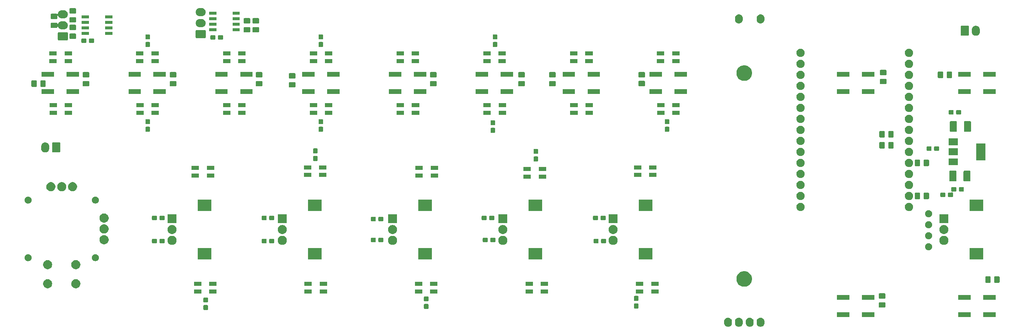
<source format=gbr>
G04 #@! TF.GenerationSoftware,KiCad,Pcbnew,(5.0.1-3-g963ef8bb5)*
G04 #@! TF.CreationDate,2019-11-20T19:59:20+01:00*
G04 #@! TF.ProjectId,RushBox2,52757368426F78322E6B696361645F70,rev?*
G04 #@! TF.SameCoordinates,Original*
G04 #@! TF.FileFunction,Soldermask,Top*
G04 #@! TF.FilePolarity,Negative*
%FSLAX46Y46*%
G04 Gerber Fmt 4.6, Leading zero omitted, Abs format (unit mm)*
G04 Created by KiCad (PCBNEW (5.0.1-3-g963ef8bb5)) date 2019 November 20, Wednesday 19:59:20*
%MOMM*%
%LPD*%
G01*
G04 APERTURE LIST*
%ADD10C,0.100000*%
G04 APERTURE END LIST*
D10*
G36*
X204452626Y-128196037D02*
X204565852Y-128230384D01*
X204622466Y-128247557D01*
X204778989Y-128331221D01*
X204916186Y-128443814D01*
X204999448Y-128545271D01*
X205028778Y-128581009D01*
X205028779Y-128581011D01*
X205112443Y-128737533D01*
X205129616Y-128794147D01*
X205163963Y-128907373D01*
X205177000Y-129039742D01*
X205177000Y-129428257D01*
X205163963Y-129560626D01*
X205112443Y-129730466D01*
X205028778Y-129886991D01*
X205028777Y-129886992D01*
X204916186Y-130024186D01*
X204814729Y-130107448D01*
X204778991Y-130136778D01*
X204778989Y-130136779D01*
X204622467Y-130220443D01*
X204565853Y-130237616D01*
X204452627Y-130271963D01*
X204276000Y-130289359D01*
X204099374Y-130271963D01*
X203986148Y-130237616D01*
X203929534Y-130220443D01*
X203773012Y-130136779D01*
X203773010Y-130136778D01*
X203635816Y-130024186D01*
X203635812Y-130024183D01*
X203523222Y-129886992D01*
X203439557Y-129730467D01*
X203422384Y-129673853D01*
X203388037Y-129560627D01*
X203375000Y-129428258D01*
X203375000Y-129039743D01*
X203388037Y-128907374D01*
X203439557Y-128737535D01*
X203439557Y-128737534D01*
X203523221Y-128581011D01*
X203635814Y-128443814D01*
X203737271Y-128360552D01*
X203773009Y-128331222D01*
X203790913Y-128321652D01*
X203929533Y-128247557D01*
X203986147Y-128230384D01*
X204099373Y-128196037D01*
X204276000Y-128178641D01*
X204452626Y-128196037D01*
X204452626Y-128196037D01*
G37*
G36*
X206952626Y-128196037D02*
X207065852Y-128230384D01*
X207122466Y-128247557D01*
X207278989Y-128331221D01*
X207416186Y-128443814D01*
X207499448Y-128545271D01*
X207528778Y-128581009D01*
X207528779Y-128581011D01*
X207612443Y-128737533D01*
X207629616Y-128794147D01*
X207663963Y-128907373D01*
X207677000Y-129039742D01*
X207677000Y-129428257D01*
X207663963Y-129560626D01*
X207612443Y-129730466D01*
X207528778Y-129886991D01*
X207528777Y-129886992D01*
X207416186Y-130024186D01*
X207314729Y-130107448D01*
X207278991Y-130136778D01*
X207278989Y-130136779D01*
X207122467Y-130220443D01*
X207065853Y-130237616D01*
X206952627Y-130271963D01*
X206776000Y-130289359D01*
X206599374Y-130271963D01*
X206486148Y-130237616D01*
X206429534Y-130220443D01*
X206273012Y-130136779D01*
X206273010Y-130136778D01*
X206135816Y-130024186D01*
X206135812Y-130024183D01*
X206023222Y-129886992D01*
X205939557Y-129730467D01*
X205922384Y-129673853D01*
X205888037Y-129560627D01*
X205875000Y-129428258D01*
X205875000Y-129039743D01*
X205888037Y-128907374D01*
X205939557Y-128737535D01*
X205939557Y-128737534D01*
X206023221Y-128581011D01*
X206135814Y-128443814D01*
X206237271Y-128360552D01*
X206273009Y-128331222D01*
X206290913Y-128321652D01*
X206429533Y-128247557D01*
X206486147Y-128230384D01*
X206599373Y-128196037D01*
X206776000Y-128178641D01*
X206952626Y-128196037D01*
X206952626Y-128196037D01*
G37*
G36*
X209452626Y-128196037D02*
X209565852Y-128230384D01*
X209622466Y-128247557D01*
X209778989Y-128331221D01*
X209916186Y-128443814D01*
X209999448Y-128545271D01*
X210028778Y-128581009D01*
X210028779Y-128581011D01*
X210112443Y-128737533D01*
X210129616Y-128794147D01*
X210163963Y-128907373D01*
X210177000Y-129039742D01*
X210177000Y-129428257D01*
X210163963Y-129560626D01*
X210112443Y-129730466D01*
X210028778Y-129886991D01*
X210028777Y-129886992D01*
X209916186Y-130024186D01*
X209814729Y-130107448D01*
X209778991Y-130136778D01*
X209778989Y-130136779D01*
X209622467Y-130220443D01*
X209565853Y-130237616D01*
X209452627Y-130271963D01*
X209276000Y-130289359D01*
X209099374Y-130271963D01*
X208986148Y-130237616D01*
X208929534Y-130220443D01*
X208773012Y-130136779D01*
X208773010Y-130136778D01*
X208635816Y-130024186D01*
X208635812Y-130024183D01*
X208523222Y-129886992D01*
X208439557Y-129730467D01*
X208422384Y-129673853D01*
X208388037Y-129560627D01*
X208375000Y-129428258D01*
X208375000Y-129039743D01*
X208388037Y-128907374D01*
X208439557Y-128737535D01*
X208439557Y-128737534D01*
X208523221Y-128581011D01*
X208635814Y-128443814D01*
X208737271Y-128360552D01*
X208773009Y-128331222D01*
X208790913Y-128321652D01*
X208929533Y-128247557D01*
X208986147Y-128230384D01*
X209099373Y-128196037D01*
X209276000Y-128178641D01*
X209452626Y-128196037D01*
X209452626Y-128196037D01*
G37*
G36*
X211952626Y-128196037D02*
X212065852Y-128230384D01*
X212122466Y-128247557D01*
X212278989Y-128331221D01*
X212416186Y-128443814D01*
X212499448Y-128545271D01*
X212528778Y-128581009D01*
X212528779Y-128581011D01*
X212612443Y-128737533D01*
X212629616Y-128794147D01*
X212663963Y-128907373D01*
X212677000Y-129039742D01*
X212677000Y-129428257D01*
X212663963Y-129560626D01*
X212612443Y-129730466D01*
X212528778Y-129886991D01*
X212528777Y-129886992D01*
X212416186Y-130024186D01*
X212314729Y-130107448D01*
X212278991Y-130136778D01*
X212278989Y-130136779D01*
X212122467Y-130220443D01*
X212065853Y-130237616D01*
X211952627Y-130271963D01*
X211776000Y-130289359D01*
X211599374Y-130271963D01*
X211486148Y-130237616D01*
X211429534Y-130220443D01*
X211273012Y-130136779D01*
X211273010Y-130136778D01*
X211135816Y-130024186D01*
X211135812Y-130024183D01*
X211023222Y-129886992D01*
X210939557Y-129730467D01*
X210922384Y-129673853D01*
X210888037Y-129560627D01*
X210875000Y-129428258D01*
X210875000Y-129039743D01*
X210888037Y-128907374D01*
X210939557Y-128737535D01*
X210939557Y-128737534D01*
X211023221Y-128581011D01*
X211135814Y-128443814D01*
X211237271Y-128360552D01*
X211273009Y-128331222D01*
X211290913Y-128321652D01*
X211429533Y-128247557D01*
X211486147Y-128230384D01*
X211599373Y-128196037D01*
X211776000Y-128178641D01*
X211952626Y-128196037D01*
X211952626Y-128196037D01*
G37*
G36*
X265921000Y-128027000D02*
X263069000Y-128027000D01*
X263069000Y-126925000D01*
X265921000Y-126925000D01*
X265921000Y-128027000D01*
X265921000Y-128027000D01*
G37*
G36*
X260171000Y-128027000D02*
X257319000Y-128027000D01*
X257319000Y-126925000D01*
X260171000Y-126925000D01*
X260171000Y-128027000D01*
X260171000Y-128027000D01*
G37*
G36*
X237981000Y-128027000D02*
X235129000Y-128027000D01*
X235129000Y-126925000D01*
X237981000Y-126925000D01*
X237981000Y-128027000D01*
X237981000Y-128027000D01*
G37*
G36*
X232231000Y-128027000D02*
X229379000Y-128027000D01*
X229379000Y-126925000D01*
X232231000Y-126925000D01*
X232231000Y-128027000D01*
X232231000Y-128027000D01*
G37*
G36*
X84325499Y-125271445D02*
X84362993Y-125282819D01*
X84397557Y-125301294D01*
X84427847Y-125326153D01*
X84452706Y-125356443D01*
X84471181Y-125391007D01*
X84482555Y-125428501D01*
X84487000Y-125473638D01*
X84487000Y-126212362D01*
X84482555Y-126257499D01*
X84471181Y-126294993D01*
X84452706Y-126329557D01*
X84427847Y-126359847D01*
X84397557Y-126384706D01*
X84362993Y-126403181D01*
X84325499Y-126414555D01*
X84280362Y-126419000D01*
X83641638Y-126419000D01*
X83596501Y-126414555D01*
X83559007Y-126403181D01*
X83524443Y-126384706D01*
X83494153Y-126359847D01*
X83469294Y-126329557D01*
X83450819Y-126294993D01*
X83439445Y-126257499D01*
X83435000Y-126212362D01*
X83435000Y-125473638D01*
X83439445Y-125428501D01*
X83450819Y-125391007D01*
X83469294Y-125356443D01*
X83494153Y-125326153D01*
X83524443Y-125301294D01*
X83559007Y-125282819D01*
X83596501Y-125271445D01*
X83641638Y-125267000D01*
X84280362Y-125267000D01*
X84325499Y-125271445D01*
X84325499Y-125271445D01*
G37*
G36*
X135125499Y-125017445D02*
X135162993Y-125028819D01*
X135197557Y-125047294D01*
X135227847Y-125072153D01*
X135252706Y-125102443D01*
X135271181Y-125137007D01*
X135282555Y-125174501D01*
X135287000Y-125219638D01*
X135287000Y-125958362D01*
X135282555Y-126003499D01*
X135271181Y-126040993D01*
X135252706Y-126075557D01*
X135227847Y-126105847D01*
X135197557Y-126130706D01*
X135162993Y-126149181D01*
X135125499Y-126160555D01*
X135080362Y-126165000D01*
X134441638Y-126165000D01*
X134396501Y-126160555D01*
X134359007Y-126149181D01*
X134324443Y-126130706D01*
X134294153Y-126105847D01*
X134269294Y-126075557D01*
X134250819Y-126040993D01*
X134239445Y-126003499D01*
X134235000Y-125958362D01*
X134235000Y-125219638D01*
X134239445Y-125174501D01*
X134250819Y-125137007D01*
X134269294Y-125102443D01*
X134294153Y-125072153D01*
X134324443Y-125047294D01*
X134359007Y-125028819D01*
X134396501Y-125017445D01*
X134441638Y-125013000D01*
X135080362Y-125013000D01*
X135125499Y-125017445D01*
X135125499Y-125017445D01*
G37*
G36*
X183498499Y-124904445D02*
X183535993Y-124915819D01*
X183570557Y-124934294D01*
X183600847Y-124959153D01*
X183625706Y-124989443D01*
X183644181Y-125024007D01*
X183655555Y-125061501D01*
X183660000Y-125106638D01*
X183660000Y-125845362D01*
X183655555Y-125890499D01*
X183644181Y-125927993D01*
X183625706Y-125962557D01*
X183600847Y-125992847D01*
X183570557Y-126017706D01*
X183535993Y-126036181D01*
X183498499Y-126047555D01*
X183453362Y-126052000D01*
X182814638Y-126052000D01*
X182769501Y-126047555D01*
X182732007Y-126036181D01*
X182697443Y-126017706D01*
X182667153Y-125992847D01*
X182642294Y-125962557D01*
X182623819Y-125927993D01*
X182612445Y-125890499D01*
X182608000Y-125845362D01*
X182608000Y-125106638D01*
X182612445Y-125061501D01*
X182623819Y-125024007D01*
X182642294Y-124989443D01*
X182667153Y-124959153D01*
X182697443Y-124934294D01*
X182732007Y-124915819D01*
X182769501Y-124904445D01*
X182814638Y-124900000D01*
X183453362Y-124900000D01*
X183498499Y-124904445D01*
X183498499Y-124904445D01*
G37*
G36*
X240364677Y-124609465D02*
X240402364Y-124620898D01*
X240437103Y-124639466D01*
X240467548Y-124664452D01*
X240492534Y-124694897D01*
X240511102Y-124729636D01*
X240522535Y-124767323D01*
X240527000Y-124812661D01*
X240527000Y-125649339D01*
X240522535Y-125694677D01*
X240511102Y-125732364D01*
X240492534Y-125767103D01*
X240467548Y-125797548D01*
X240437103Y-125822534D01*
X240402364Y-125841102D01*
X240364677Y-125852535D01*
X240319339Y-125857000D01*
X239232661Y-125857000D01*
X239187323Y-125852535D01*
X239149636Y-125841102D01*
X239114897Y-125822534D01*
X239084452Y-125797548D01*
X239059466Y-125767103D01*
X239040898Y-125732364D01*
X239029465Y-125694677D01*
X239025000Y-125649339D01*
X239025000Y-124812661D01*
X239029465Y-124767323D01*
X239040898Y-124729636D01*
X239059466Y-124694897D01*
X239084452Y-124664452D01*
X239114897Y-124639466D01*
X239149636Y-124620898D01*
X239187323Y-124609465D01*
X239232661Y-124605000D01*
X240319339Y-124605000D01*
X240364677Y-124609465D01*
X240364677Y-124609465D01*
G37*
G36*
X84325499Y-123521445D02*
X84362993Y-123532819D01*
X84397557Y-123551294D01*
X84427847Y-123576153D01*
X84452706Y-123606443D01*
X84471181Y-123641007D01*
X84482555Y-123678501D01*
X84487000Y-123723638D01*
X84487000Y-124462362D01*
X84482555Y-124507499D01*
X84471181Y-124544993D01*
X84452706Y-124579557D01*
X84427847Y-124609847D01*
X84397557Y-124634706D01*
X84362993Y-124653181D01*
X84325499Y-124664555D01*
X84280362Y-124669000D01*
X83641638Y-124669000D01*
X83596501Y-124664555D01*
X83559007Y-124653181D01*
X83524443Y-124634706D01*
X83494153Y-124609847D01*
X83469294Y-124579557D01*
X83450819Y-124544993D01*
X83439445Y-124507499D01*
X83435000Y-124462362D01*
X83435000Y-123723638D01*
X83439445Y-123678501D01*
X83450819Y-123641007D01*
X83469294Y-123606443D01*
X83494153Y-123576153D01*
X83524443Y-123551294D01*
X83559007Y-123532819D01*
X83596501Y-123521445D01*
X83641638Y-123517000D01*
X84280362Y-123517000D01*
X84325499Y-123521445D01*
X84325499Y-123521445D01*
G37*
G36*
X135125499Y-123267445D02*
X135162993Y-123278819D01*
X135197557Y-123297294D01*
X135227847Y-123322153D01*
X135252706Y-123352443D01*
X135271181Y-123387007D01*
X135282555Y-123424501D01*
X135287000Y-123469638D01*
X135287000Y-124208362D01*
X135282555Y-124253499D01*
X135271181Y-124290993D01*
X135252706Y-124325557D01*
X135227847Y-124355847D01*
X135197557Y-124380706D01*
X135162993Y-124399181D01*
X135125499Y-124410555D01*
X135080362Y-124415000D01*
X134441638Y-124415000D01*
X134396501Y-124410555D01*
X134359007Y-124399181D01*
X134324443Y-124380706D01*
X134294153Y-124355847D01*
X134269294Y-124325557D01*
X134250819Y-124290993D01*
X134239445Y-124253499D01*
X134235000Y-124208362D01*
X134235000Y-123469638D01*
X134239445Y-123424501D01*
X134250819Y-123387007D01*
X134269294Y-123352443D01*
X134294153Y-123322153D01*
X134324443Y-123297294D01*
X134359007Y-123278819D01*
X134396501Y-123267445D01*
X134441638Y-123263000D01*
X135080362Y-123263000D01*
X135125499Y-123267445D01*
X135125499Y-123267445D01*
G37*
G36*
X183498499Y-123154445D02*
X183535993Y-123165819D01*
X183570557Y-123184294D01*
X183600847Y-123209153D01*
X183625706Y-123239443D01*
X183644181Y-123274007D01*
X183655555Y-123311501D01*
X183660000Y-123356638D01*
X183660000Y-124095362D01*
X183655555Y-124140499D01*
X183644181Y-124177993D01*
X183625706Y-124212557D01*
X183600847Y-124242847D01*
X183570557Y-124267706D01*
X183535993Y-124286181D01*
X183498499Y-124297555D01*
X183453362Y-124302000D01*
X182814638Y-124302000D01*
X182769501Y-124297555D01*
X182732007Y-124286181D01*
X182697443Y-124267706D01*
X182667153Y-124242847D01*
X182642294Y-124212557D01*
X182623819Y-124177993D01*
X182612445Y-124140499D01*
X182608000Y-124095362D01*
X182608000Y-123356638D01*
X182612445Y-123311501D01*
X182623819Y-123274007D01*
X182642294Y-123239443D01*
X182667153Y-123209153D01*
X182697443Y-123184294D01*
X182732007Y-123165819D01*
X182769501Y-123154445D01*
X182814638Y-123150000D01*
X183453362Y-123150000D01*
X183498499Y-123154445D01*
X183498499Y-123154445D01*
G37*
G36*
X232231000Y-124027000D02*
X229379000Y-124027000D01*
X229379000Y-122925000D01*
X232231000Y-122925000D01*
X232231000Y-124027000D01*
X232231000Y-124027000D01*
G37*
G36*
X260171000Y-124027000D02*
X257319000Y-124027000D01*
X257319000Y-122925000D01*
X260171000Y-122925000D01*
X260171000Y-124027000D01*
X260171000Y-124027000D01*
G37*
G36*
X265921000Y-124027000D02*
X263069000Y-124027000D01*
X263069000Y-122925000D01*
X265921000Y-122925000D01*
X265921000Y-124027000D01*
X265921000Y-124027000D01*
G37*
G36*
X237981000Y-124027000D02*
X235129000Y-124027000D01*
X235129000Y-122925000D01*
X237981000Y-122925000D01*
X237981000Y-124027000D01*
X237981000Y-124027000D01*
G37*
G36*
X240364677Y-122559465D02*
X240402364Y-122570898D01*
X240437103Y-122589466D01*
X240467548Y-122614452D01*
X240492534Y-122644897D01*
X240511102Y-122679636D01*
X240522535Y-122717323D01*
X240527000Y-122762661D01*
X240527000Y-123599339D01*
X240522535Y-123644677D01*
X240511102Y-123682364D01*
X240492534Y-123717103D01*
X240467548Y-123747548D01*
X240437103Y-123772534D01*
X240402364Y-123791102D01*
X240364677Y-123802535D01*
X240319339Y-123807000D01*
X239232661Y-123807000D01*
X239187323Y-123802535D01*
X239149636Y-123791102D01*
X239114897Y-123772534D01*
X239084452Y-123747548D01*
X239059466Y-123717103D01*
X239040898Y-123682364D01*
X239029465Y-123644677D01*
X239025000Y-123599339D01*
X239025000Y-122762661D01*
X239029465Y-122717323D01*
X239040898Y-122679636D01*
X239059466Y-122644897D01*
X239084452Y-122614452D01*
X239114897Y-122589466D01*
X239149636Y-122570898D01*
X239187323Y-122559465D01*
X239232661Y-122555000D01*
X240319339Y-122555000D01*
X240364677Y-122559465D01*
X240364677Y-122559465D01*
G37*
G36*
X133862000Y-122601045D02*
X132160000Y-122601045D01*
X132160000Y-121649045D01*
X133862000Y-121649045D01*
X133862000Y-122601045D01*
X133862000Y-122601045D01*
G37*
G36*
X111905500Y-122601045D02*
X110203500Y-122601045D01*
X110203500Y-121649045D01*
X111905500Y-121649045D01*
X111905500Y-122601045D01*
X111905500Y-122601045D01*
G37*
G36*
X108405500Y-122601045D02*
X106703500Y-122601045D01*
X106703500Y-121649045D01*
X108405500Y-121649045D01*
X108405500Y-122601045D01*
X108405500Y-122601045D01*
G37*
G36*
X86449000Y-122601045D02*
X84747000Y-122601045D01*
X84747000Y-121649045D01*
X86449000Y-121649045D01*
X86449000Y-122601045D01*
X86449000Y-122601045D01*
G37*
G36*
X82949000Y-122601045D02*
X81247000Y-122601045D01*
X81247000Y-121649045D01*
X82949000Y-121649045D01*
X82949000Y-122601045D01*
X82949000Y-122601045D01*
G37*
G36*
X137362000Y-122601045D02*
X135660000Y-122601045D01*
X135660000Y-121649045D01*
X137362000Y-121649045D01*
X137362000Y-122601045D01*
X137362000Y-122601045D01*
G37*
G36*
X162818500Y-122601045D02*
X161116500Y-122601045D01*
X161116500Y-121649045D01*
X162818500Y-121649045D01*
X162818500Y-122601045D01*
X162818500Y-122601045D01*
G37*
G36*
X159318500Y-122601045D02*
X157616500Y-122601045D01*
X157616500Y-121649045D01*
X159318500Y-121649045D01*
X159318500Y-122601045D01*
X159318500Y-122601045D01*
G37*
G36*
X184775000Y-122601045D02*
X183073000Y-122601045D01*
X183073000Y-121649045D01*
X184775000Y-121649045D01*
X184775000Y-122601045D01*
X184775000Y-122601045D01*
G37*
G36*
X188275000Y-122601045D02*
X186573000Y-122601045D01*
X186573000Y-121649045D01*
X188275000Y-121649045D01*
X188275000Y-122601045D01*
X188275000Y-122601045D01*
G37*
G36*
X54357614Y-119335079D02*
X54357616Y-119335080D01*
X54357617Y-119335080D01*
X54541829Y-119411383D01*
X54548794Y-119414268D01*
X54720851Y-119529233D01*
X54867167Y-119675549D01*
X54867169Y-119675552D01*
X54982132Y-119847606D01*
X55047892Y-120006364D01*
X55061321Y-120038786D01*
X55101690Y-120241734D01*
X55101690Y-120448666D01*
X55061321Y-120651614D01*
X54982132Y-120842794D01*
X54867167Y-121014851D01*
X54720851Y-121161167D01*
X54720848Y-121161169D01*
X54548794Y-121276132D01*
X54357617Y-121355320D01*
X54357616Y-121355320D01*
X54357614Y-121355321D01*
X54154666Y-121395690D01*
X53947734Y-121395690D01*
X53744786Y-121355321D01*
X53744784Y-121355320D01*
X53744783Y-121355320D01*
X53553606Y-121276132D01*
X53381552Y-121161169D01*
X53381549Y-121161167D01*
X53235233Y-121014851D01*
X53120268Y-120842794D01*
X53041079Y-120651614D01*
X53000710Y-120448666D01*
X53000710Y-120241734D01*
X53041079Y-120038786D01*
X53054509Y-120006364D01*
X53120268Y-119847606D01*
X53235231Y-119675552D01*
X53235233Y-119675549D01*
X53381549Y-119529233D01*
X53553606Y-119414268D01*
X53560571Y-119411383D01*
X53744783Y-119335080D01*
X53744784Y-119335080D01*
X53744786Y-119335079D01*
X53947734Y-119294710D01*
X54154666Y-119294710D01*
X54357614Y-119335079D01*
X54357614Y-119335079D01*
G37*
G36*
X47855214Y-119335079D02*
X47855216Y-119335080D01*
X47855217Y-119335080D01*
X48039429Y-119411383D01*
X48046394Y-119414268D01*
X48218451Y-119529233D01*
X48364767Y-119675549D01*
X48364769Y-119675552D01*
X48479732Y-119847606D01*
X48545492Y-120006364D01*
X48558921Y-120038786D01*
X48599290Y-120241734D01*
X48599290Y-120448666D01*
X48558921Y-120651614D01*
X48479732Y-120842794D01*
X48364767Y-121014851D01*
X48218451Y-121161167D01*
X48218448Y-121161169D01*
X48046394Y-121276132D01*
X47855217Y-121355320D01*
X47855216Y-121355320D01*
X47855214Y-121355321D01*
X47652266Y-121395690D01*
X47445334Y-121395690D01*
X47242386Y-121355321D01*
X47242384Y-121355320D01*
X47242383Y-121355320D01*
X47051206Y-121276132D01*
X46879152Y-121161169D01*
X46879149Y-121161167D01*
X46732833Y-121014851D01*
X46617868Y-120842794D01*
X46538679Y-120651614D01*
X46498310Y-120448666D01*
X46498310Y-120241734D01*
X46538679Y-120038786D01*
X46552109Y-120006364D01*
X46617868Y-119847606D01*
X46732831Y-119675552D01*
X46732833Y-119675549D01*
X46879149Y-119529233D01*
X47051206Y-119414268D01*
X47058171Y-119411383D01*
X47242383Y-119335080D01*
X47242384Y-119335080D01*
X47242386Y-119335079D01*
X47445334Y-119294710D01*
X47652266Y-119294710D01*
X47855214Y-119335079D01*
X47855214Y-119335079D01*
G37*
G36*
X208551331Y-117502211D02*
X208879092Y-117637974D01*
X209174073Y-117835074D01*
X209424926Y-118085927D01*
X209622026Y-118380908D01*
X209757789Y-118708669D01*
X209827000Y-119056616D01*
X209827000Y-119411384D01*
X209757789Y-119759331D01*
X209622026Y-120087092D01*
X209424926Y-120382073D01*
X209174073Y-120632926D01*
X208879092Y-120830026D01*
X208551331Y-120965789D01*
X208203384Y-121035000D01*
X207848616Y-121035000D01*
X207500669Y-120965789D01*
X207172908Y-120830026D01*
X206877927Y-120632926D01*
X206627074Y-120382073D01*
X206429974Y-120087092D01*
X206294211Y-119759331D01*
X206225000Y-119411384D01*
X206225000Y-119056616D01*
X206294211Y-118708669D01*
X206429974Y-118380908D01*
X206627074Y-118085927D01*
X206877927Y-117835074D01*
X207172908Y-117637974D01*
X207500669Y-117502211D01*
X207848616Y-117433000D01*
X208203384Y-117433000D01*
X208551331Y-117502211D01*
X208551331Y-117502211D01*
G37*
G36*
X86449000Y-120851045D02*
X84747000Y-120851045D01*
X84747000Y-119899045D01*
X86449000Y-119899045D01*
X86449000Y-120851045D01*
X86449000Y-120851045D01*
G37*
G36*
X108405500Y-120851045D02*
X106703500Y-120851045D01*
X106703500Y-119899045D01*
X108405500Y-119899045D01*
X108405500Y-120851045D01*
X108405500Y-120851045D01*
G37*
G36*
X111905500Y-120851045D02*
X110203500Y-120851045D01*
X110203500Y-119899045D01*
X111905500Y-119899045D01*
X111905500Y-120851045D01*
X111905500Y-120851045D01*
G37*
G36*
X137362000Y-120851045D02*
X135660000Y-120851045D01*
X135660000Y-119899045D01*
X137362000Y-119899045D01*
X137362000Y-120851045D01*
X137362000Y-120851045D01*
G37*
G36*
X82949000Y-120851045D02*
X81247000Y-120851045D01*
X81247000Y-119899045D01*
X82949000Y-119899045D01*
X82949000Y-120851045D01*
X82949000Y-120851045D01*
G37*
G36*
X133862000Y-120851045D02*
X132160000Y-120851045D01*
X132160000Y-119899045D01*
X133862000Y-119899045D01*
X133862000Y-120851045D01*
X133862000Y-120851045D01*
G37*
G36*
X159318500Y-120851045D02*
X157616500Y-120851045D01*
X157616500Y-119899045D01*
X159318500Y-119899045D01*
X159318500Y-120851045D01*
X159318500Y-120851045D01*
G37*
G36*
X162818500Y-120851045D02*
X161116500Y-120851045D01*
X161116500Y-119899045D01*
X162818500Y-119899045D01*
X162818500Y-120851045D01*
X162818500Y-120851045D01*
G37*
G36*
X184775000Y-120851045D02*
X183073000Y-120851045D01*
X183073000Y-119899045D01*
X184775000Y-119899045D01*
X184775000Y-120851045D01*
X184775000Y-120851045D01*
G37*
G36*
X188275000Y-120851045D02*
X186573000Y-120851045D01*
X186573000Y-119899045D01*
X188275000Y-119899045D01*
X188275000Y-120851045D01*
X188275000Y-120851045D01*
G37*
G36*
X266673677Y-118633465D02*
X266711364Y-118644898D01*
X266746103Y-118663466D01*
X266776548Y-118688452D01*
X266801534Y-118718897D01*
X266820102Y-118753636D01*
X266831535Y-118791323D01*
X266836000Y-118836661D01*
X266836000Y-119923339D01*
X266831535Y-119968677D01*
X266820102Y-120006364D01*
X266801534Y-120041103D01*
X266776548Y-120071548D01*
X266746103Y-120096534D01*
X266711364Y-120115102D01*
X266673677Y-120126535D01*
X266628339Y-120131000D01*
X265791661Y-120131000D01*
X265746323Y-120126535D01*
X265708636Y-120115102D01*
X265673897Y-120096534D01*
X265643452Y-120071548D01*
X265618466Y-120041103D01*
X265599898Y-120006364D01*
X265588465Y-119968677D01*
X265584000Y-119923339D01*
X265584000Y-118836661D01*
X265588465Y-118791323D01*
X265599898Y-118753636D01*
X265618466Y-118718897D01*
X265643452Y-118688452D01*
X265673897Y-118663466D01*
X265708636Y-118644898D01*
X265746323Y-118633465D01*
X265791661Y-118629000D01*
X266628339Y-118629000D01*
X266673677Y-118633465D01*
X266673677Y-118633465D01*
G37*
G36*
X264623677Y-118633465D02*
X264661364Y-118644898D01*
X264696103Y-118663466D01*
X264726548Y-118688452D01*
X264751534Y-118718897D01*
X264770102Y-118753636D01*
X264781535Y-118791323D01*
X264786000Y-118836661D01*
X264786000Y-119923339D01*
X264781535Y-119968677D01*
X264770102Y-120006364D01*
X264751534Y-120041103D01*
X264726548Y-120071548D01*
X264696103Y-120096534D01*
X264661364Y-120115102D01*
X264623677Y-120126535D01*
X264578339Y-120131000D01*
X263741661Y-120131000D01*
X263696323Y-120126535D01*
X263658636Y-120115102D01*
X263623897Y-120096534D01*
X263593452Y-120071548D01*
X263568466Y-120041103D01*
X263549898Y-120006364D01*
X263538465Y-119968677D01*
X263534000Y-119923339D01*
X263534000Y-118836661D01*
X263538465Y-118791323D01*
X263549898Y-118753636D01*
X263568466Y-118718897D01*
X263593452Y-118688452D01*
X263623897Y-118663466D01*
X263658636Y-118644898D01*
X263696323Y-118633465D01*
X263741661Y-118629000D01*
X264578339Y-118629000D01*
X264623677Y-118633465D01*
X264623677Y-118633465D01*
G37*
G36*
X54357614Y-114935799D02*
X54357616Y-114935800D01*
X54357617Y-114935800D01*
X54548794Y-115014988D01*
X54720851Y-115129953D01*
X54867167Y-115276269D01*
X54982132Y-115448326D01*
X55061321Y-115639506D01*
X55101690Y-115842454D01*
X55101690Y-116049386D01*
X55061321Y-116252334D01*
X54982132Y-116443514D01*
X54867167Y-116615571D01*
X54720851Y-116761887D01*
X54720848Y-116761889D01*
X54548794Y-116876852D01*
X54357617Y-116956040D01*
X54357616Y-116956040D01*
X54357614Y-116956041D01*
X54154666Y-116996410D01*
X53947734Y-116996410D01*
X53744786Y-116956041D01*
X53744784Y-116956040D01*
X53744783Y-116956040D01*
X53553606Y-116876852D01*
X53381552Y-116761889D01*
X53381549Y-116761887D01*
X53235233Y-116615571D01*
X53120268Y-116443514D01*
X53041079Y-116252334D01*
X53000710Y-116049386D01*
X53000710Y-115842454D01*
X53041079Y-115639506D01*
X53120268Y-115448326D01*
X53235233Y-115276269D01*
X53381549Y-115129953D01*
X53553606Y-115014988D01*
X53744783Y-114935800D01*
X53744784Y-114935800D01*
X53744786Y-114935799D01*
X53947734Y-114895430D01*
X54154666Y-114895430D01*
X54357614Y-114935799D01*
X54357614Y-114935799D01*
G37*
G36*
X47855214Y-114935799D02*
X47855216Y-114935800D01*
X47855217Y-114935800D01*
X48046394Y-115014988D01*
X48218451Y-115129953D01*
X48364767Y-115276269D01*
X48479732Y-115448326D01*
X48558921Y-115639506D01*
X48599290Y-115842454D01*
X48599290Y-116049386D01*
X48558921Y-116252334D01*
X48479732Y-116443514D01*
X48364767Y-116615571D01*
X48218451Y-116761887D01*
X48218448Y-116761889D01*
X48046394Y-116876852D01*
X47855217Y-116956040D01*
X47855216Y-116956040D01*
X47855214Y-116956041D01*
X47652266Y-116996410D01*
X47445334Y-116996410D01*
X47242386Y-116956041D01*
X47242384Y-116956040D01*
X47242383Y-116956040D01*
X47051206Y-116876852D01*
X46879152Y-116761889D01*
X46879149Y-116761887D01*
X46732833Y-116615571D01*
X46617868Y-116443514D01*
X46538679Y-116252334D01*
X46498310Y-116049386D01*
X46498310Y-115842454D01*
X46538679Y-115639506D01*
X46617868Y-115448326D01*
X46732833Y-115276269D01*
X46879149Y-115129953D01*
X47051206Y-115014988D01*
X47242383Y-114935800D01*
X47242384Y-114935800D01*
X47242386Y-114935799D01*
X47445334Y-114895430D01*
X47652266Y-114895430D01*
X47855214Y-114935799D01*
X47855214Y-114935799D01*
G37*
G36*
X43284269Y-113574954D02*
X43430146Y-113635378D01*
X43560841Y-113722706D01*
X43561434Y-113723102D01*
X43673078Y-113834746D01*
X43673080Y-113834749D01*
X43760802Y-113966034D01*
X43821226Y-114111911D01*
X43852030Y-114266772D01*
X43852030Y-114424668D01*
X43821226Y-114579529D01*
X43760802Y-114725406D01*
X43673474Y-114856101D01*
X43673078Y-114856694D01*
X43561434Y-114968338D01*
X43561431Y-114968340D01*
X43430146Y-115056062D01*
X43284269Y-115116486D01*
X43129408Y-115147290D01*
X42971512Y-115147290D01*
X42816651Y-115116486D01*
X42670774Y-115056062D01*
X42539489Y-114968340D01*
X42539486Y-114968338D01*
X42427842Y-114856694D01*
X42427446Y-114856101D01*
X42340118Y-114725406D01*
X42279694Y-114579529D01*
X42248890Y-114424668D01*
X42248890Y-114266772D01*
X42279694Y-114111911D01*
X42340118Y-113966034D01*
X42427840Y-113834749D01*
X42427842Y-113834746D01*
X42539486Y-113723102D01*
X42540079Y-113722706D01*
X42670774Y-113635378D01*
X42816651Y-113574954D01*
X42971512Y-113544150D01*
X43129408Y-113544150D01*
X43284269Y-113574954D01*
X43284269Y-113574954D01*
G37*
G36*
X58783349Y-113574954D02*
X58929226Y-113635378D01*
X59059921Y-113722706D01*
X59060514Y-113723102D01*
X59172158Y-113834746D01*
X59172160Y-113834749D01*
X59259882Y-113966034D01*
X59320306Y-114111911D01*
X59351110Y-114266772D01*
X59351110Y-114424668D01*
X59320306Y-114579529D01*
X59259882Y-114725406D01*
X59172554Y-114856101D01*
X59172158Y-114856694D01*
X59060514Y-114968338D01*
X59060511Y-114968340D01*
X58929226Y-115056062D01*
X58783349Y-115116486D01*
X58628488Y-115147290D01*
X58470592Y-115147290D01*
X58315731Y-115116486D01*
X58169854Y-115056062D01*
X58038569Y-114968340D01*
X58038566Y-114968338D01*
X57926922Y-114856694D01*
X57926526Y-114856101D01*
X57839198Y-114725406D01*
X57778774Y-114579529D01*
X57747970Y-114424668D01*
X57747970Y-114266772D01*
X57778774Y-114111911D01*
X57839198Y-113966034D01*
X57926920Y-113834749D01*
X57926922Y-113834746D01*
X58038566Y-113723102D01*
X58039159Y-113722706D01*
X58169854Y-113635378D01*
X58315731Y-113574954D01*
X58470592Y-113544150D01*
X58628488Y-113544150D01*
X58783349Y-113574954D01*
X58783349Y-113574954D01*
G37*
G36*
X85251000Y-114739500D02*
X82149000Y-114739500D01*
X82149000Y-112137500D01*
X85251000Y-112137500D01*
X85251000Y-114739500D01*
X85251000Y-114739500D01*
G37*
G36*
X110651000Y-114739500D02*
X107549000Y-114739500D01*
X107549000Y-112137500D01*
X110651000Y-112137500D01*
X110651000Y-114739500D01*
X110651000Y-114739500D01*
G37*
G36*
X136051000Y-114739500D02*
X132949000Y-114739500D01*
X132949000Y-112137500D01*
X136051000Y-112137500D01*
X136051000Y-114739500D01*
X136051000Y-114739500D01*
G37*
G36*
X161451000Y-114739500D02*
X158349000Y-114739500D01*
X158349000Y-112137500D01*
X161451000Y-112137500D01*
X161451000Y-114739500D01*
X161451000Y-114739500D01*
G37*
G36*
X186851000Y-114739500D02*
X183749000Y-114739500D01*
X183749000Y-112137500D01*
X186851000Y-112137500D01*
X186851000Y-114739500D01*
X186851000Y-114739500D01*
G37*
G36*
X263051000Y-114739500D02*
X259949000Y-114739500D01*
X259949000Y-112137500D01*
X263051000Y-112137500D01*
X263051000Y-114739500D01*
X263051000Y-114739500D01*
G37*
G36*
X250717142Y-111034242D02*
X250865102Y-111095530D01*
X250998258Y-111184502D01*
X251111498Y-111297742D01*
X251200470Y-111430898D01*
X251261758Y-111578858D01*
X251293000Y-111735925D01*
X251293000Y-111896075D01*
X251261758Y-112053142D01*
X251200470Y-112201102D01*
X251111498Y-112334258D01*
X250998258Y-112447498D01*
X250865102Y-112536470D01*
X250717142Y-112597758D01*
X250560075Y-112629000D01*
X250399925Y-112629000D01*
X250242858Y-112597758D01*
X250094898Y-112536470D01*
X249961742Y-112447498D01*
X249848502Y-112334258D01*
X249759530Y-112201102D01*
X249698242Y-112053142D01*
X249667000Y-111896075D01*
X249667000Y-111735925D01*
X249698242Y-111578858D01*
X249759530Y-111430898D01*
X249848502Y-111297742D01*
X249961742Y-111184502D01*
X250094898Y-111095530D01*
X250242858Y-111034242D01*
X250399925Y-111003000D01*
X250560075Y-111003000D01*
X250717142Y-111034242D01*
X250717142Y-111034242D01*
G37*
G36*
X152706565Y-109327889D02*
X152897834Y-109407115D01*
X153069976Y-109522137D01*
X153216363Y-109668524D01*
X153331385Y-109840666D01*
X153410611Y-110031935D01*
X153451000Y-110234984D01*
X153451000Y-110442016D01*
X153410611Y-110645065D01*
X153331385Y-110836334D01*
X153216363Y-111008476D01*
X153069976Y-111154863D01*
X152897834Y-111269885D01*
X152706565Y-111349111D01*
X152503516Y-111389500D01*
X152296484Y-111389500D01*
X152093435Y-111349111D01*
X151902166Y-111269885D01*
X151730024Y-111154863D01*
X151583637Y-111008476D01*
X151468615Y-110836334D01*
X151389389Y-110645065D01*
X151349000Y-110442016D01*
X151349000Y-110234984D01*
X151389389Y-110031935D01*
X151468615Y-109840666D01*
X151583637Y-109668524D01*
X151730024Y-109522137D01*
X151902166Y-109407115D01*
X152093435Y-109327889D01*
X152296484Y-109287500D01*
X152503516Y-109287500D01*
X152706565Y-109327889D01*
X152706565Y-109327889D01*
G37*
G36*
X76506565Y-109327889D02*
X76697834Y-109407115D01*
X76869976Y-109522137D01*
X77016363Y-109668524D01*
X77131385Y-109840666D01*
X77210611Y-110031935D01*
X77251000Y-110234984D01*
X77251000Y-110442016D01*
X77210611Y-110645065D01*
X77131385Y-110836334D01*
X77016363Y-111008476D01*
X76869976Y-111154863D01*
X76697834Y-111269885D01*
X76506565Y-111349111D01*
X76303516Y-111389500D01*
X76096484Y-111389500D01*
X75893435Y-111349111D01*
X75702166Y-111269885D01*
X75530024Y-111154863D01*
X75383637Y-111008476D01*
X75268615Y-110836334D01*
X75189389Y-110645065D01*
X75149000Y-110442016D01*
X75149000Y-110234984D01*
X75189389Y-110031935D01*
X75268615Y-109840666D01*
X75383637Y-109668524D01*
X75530024Y-109522137D01*
X75702166Y-109407115D01*
X75893435Y-109327889D01*
X76096484Y-109287500D01*
X76303516Y-109287500D01*
X76506565Y-109327889D01*
X76506565Y-109327889D01*
G37*
G36*
X101906565Y-109327889D02*
X102097834Y-109407115D01*
X102269976Y-109522137D01*
X102416363Y-109668524D01*
X102531385Y-109840666D01*
X102610611Y-110031935D01*
X102651000Y-110234984D01*
X102651000Y-110442016D01*
X102610611Y-110645065D01*
X102531385Y-110836334D01*
X102416363Y-111008476D01*
X102269976Y-111154863D01*
X102097834Y-111269885D01*
X101906565Y-111349111D01*
X101703516Y-111389500D01*
X101496484Y-111389500D01*
X101293435Y-111349111D01*
X101102166Y-111269885D01*
X100930024Y-111154863D01*
X100783637Y-111008476D01*
X100668615Y-110836334D01*
X100589389Y-110645065D01*
X100549000Y-110442016D01*
X100549000Y-110234984D01*
X100589389Y-110031935D01*
X100668615Y-109840666D01*
X100783637Y-109668524D01*
X100930024Y-109522137D01*
X101102166Y-109407115D01*
X101293435Y-109327889D01*
X101496484Y-109287500D01*
X101703516Y-109287500D01*
X101906565Y-109327889D01*
X101906565Y-109327889D01*
G37*
G36*
X254306565Y-109327889D02*
X254497834Y-109407115D01*
X254669976Y-109522137D01*
X254816363Y-109668524D01*
X254931385Y-109840666D01*
X255010611Y-110031935D01*
X255051000Y-110234984D01*
X255051000Y-110442016D01*
X255010611Y-110645065D01*
X254931385Y-110836334D01*
X254816363Y-111008476D01*
X254669976Y-111154863D01*
X254497834Y-111269885D01*
X254306565Y-111349111D01*
X254103516Y-111389500D01*
X253896484Y-111389500D01*
X253693435Y-111349111D01*
X253502166Y-111269885D01*
X253330024Y-111154863D01*
X253183637Y-111008476D01*
X253068615Y-110836334D01*
X252989389Y-110645065D01*
X252949000Y-110442016D01*
X252949000Y-110234984D01*
X252989389Y-110031935D01*
X253068615Y-109840666D01*
X253183637Y-109668524D01*
X253330024Y-109522137D01*
X253502166Y-109407115D01*
X253693435Y-109327889D01*
X253896484Y-109287500D01*
X254103516Y-109287500D01*
X254306565Y-109327889D01*
X254306565Y-109327889D01*
G37*
G36*
X178106565Y-109327889D02*
X178297834Y-109407115D01*
X178469976Y-109522137D01*
X178616363Y-109668524D01*
X178731385Y-109840666D01*
X178810611Y-110031935D01*
X178851000Y-110234984D01*
X178851000Y-110442016D01*
X178810611Y-110645065D01*
X178731385Y-110836334D01*
X178616363Y-111008476D01*
X178469976Y-111154863D01*
X178297834Y-111269885D01*
X178106565Y-111349111D01*
X177903516Y-111389500D01*
X177696484Y-111389500D01*
X177493435Y-111349111D01*
X177302166Y-111269885D01*
X177130024Y-111154863D01*
X176983637Y-111008476D01*
X176868615Y-110836334D01*
X176789389Y-110645065D01*
X176749000Y-110442016D01*
X176749000Y-110234984D01*
X176789389Y-110031935D01*
X176868615Y-109840666D01*
X176983637Y-109668524D01*
X177130024Y-109522137D01*
X177302166Y-109407115D01*
X177493435Y-109327889D01*
X177696484Y-109287500D01*
X177903516Y-109287500D01*
X178106565Y-109327889D01*
X178106565Y-109327889D01*
G37*
G36*
X127306565Y-109327889D02*
X127497834Y-109407115D01*
X127669976Y-109522137D01*
X127816363Y-109668524D01*
X127931385Y-109840666D01*
X128010611Y-110031935D01*
X128051000Y-110234984D01*
X128051000Y-110442016D01*
X128010611Y-110645065D01*
X127931385Y-110836334D01*
X127816363Y-111008476D01*
X127669976Y-111154863D01*
X127497834Y-111269885D01*
X127306565Y-111349111D01*
X127103516Y-111389500D01*
X126896484Y-111389500D01*
X126693435Y-111349111D01*
X126502166Y-111269885D01*
X126330024Y-111154863D01*
X126183637Y-111008476D01*
X126068615Y-110836334D01*
X125989389Y-110645065D01*
X125949000Y-110442016D01*
X125949000Y-110234984D01*
X125989389Y-110031935D01*
X126068615Y-109840666D01*
X126183637Y-109668524D01*
X126330024Y-109522137D01*
X126502166Y-109407115D01*
X126693435Y-109327889D01*
X126896484Y-109287500D01*
X127103516Y-109287500D01*
X127306565Y-109327889D01*
X127306565Y-109327889D01*
G37*
G36*
X60857474Y-109185239D02*
X60857476Y-109185240D01*
X60857477Y-109185240D01*
X60883275Y-109195926D01*
X61048654Y-109264428D01*
X61220711Y-109379393D01*
X61367027Y-109525709D01*
X61367029Y-109525712D01*
X61481992Y-109697766D01*
X61554309Y-109872354D01*
X61561181Y-109888946D01*
X61601550Y-110091894D01*
X61601550Y-110298826D01*
X61561733Y-110499000D01*
X61561180Y-110501777D01*
X61490441Y-110672557D01*
X61481992Y-110692954D01*
X61367027Y-110865011D01*
X61220711Y-111011327D01*
X61220708Y-111011329D01*
X61048654Y-111126292D01*
X60857477Y-111205480D01*
X60857476Y-111205480D01*
X60857474Y-111205481D01*
X60654526Y-111245850D01*
X60447594Y-111245850D01*
X60244646Y-111205481D01*
X60244644Y-111205480D01*
X60244643Y-111205480D01*
X60053466Y-111126292D01*
X59881412Y-111011329D01*
X59881409Y-111011327D01*
X59735093Y-110865011D01*
X59620128Y-110692954D01*
X59611679Y-110672557D01*
X59540940Y-110501777D01*
X59540388Y-110499000D01*
X59500570Y-110298826D01*
X59500570Y-110091894D01*
X59540939Y-109888946D01*
X59547812Y-109872354D01*
X59620128Y-109697766D01*
X59735091Y-109525712D01*
X59735093Y-109525709D01*
X59881409Y-109379393D01*
X60053466Y-109264428D01*
X60218845Y-109195926D01*
X60244643Y-109185240D01*
X60244644Y-109185240D01*
X60244646Y-109185239D01*
X60447594Y-109144870D01*
X60654526Y-109144870D01*
X60857474Y-109185239D01*
X60857474Y-109185239D01*
G37*
G36*
X97837499Y-109968445D02*
X97874993Y-109979819D01*
X97909557Y-109998294D01*
X97939847Y-110023153D01*
X97964706Y-110053443D01*
X97983181Y-110088007D01*
X97994555Y-110125501D01*
X97999000Y-110170638D01*
X97999000Y-110809362D01*
X97994555Y-110854499D01*
X97983181Y-110891993D01*
X97964706Y-110926557D01*
X97939847Y-110956847D01*
X97909557Y-110981706D01*
X97874993Y-111000181D01*
X97837499Y-111011555D01*
X97792362Y-111016000D01*
X97053638Y-111016000D01*
X97008501Y-111011555D01*
X96971007Y-111000181D01*
X96936443Y-110981706D01*
X96906153Y-110956847D01*
X96881294Y-110926557D01*
X96862819Y-110891993D01*
X96851445Y-110854499D01*
X96847000Y-110809362D01*
X96847000Y-110170638D01*
X96851445Y-110125501D01*
X96862819Y-110088007D01*
X96881294Y-110053443D01*
X96906153Y-110023153D01*
X96936443Y-109998294D01*
X96971007Y-109979819D01*
X97008501Y-109968445D01*
X97053638Y-109964000D01*
X97792362Y-109964000D01*
X97837499Y-109968445D01*
X97837499Y-109968445D01*
G37*
G36*
X72578499Y-109968445D02*
X72615993Y-109979819D01*
X72650557Y-109998294D01*
X72680847Y-110023153D01*
X72705706Y-110053443D01*
X72724181Y-110088007D01*
X72735555Y-110125501D01*
X72740000Y-110170638D01*
X72740000Y-110809362D01*
X72735555Y-110854499D01*
X72724181Y-110891993D01*
X72705706Y-110926557D01*
X72680847Y-110956847D01*
X72650557Y-110981706D01*
X72615993Y-111000181D01*
X72578499Y-111011555D01*
X72533362Y-111016000D01*
X71794638Y-111016000D01*
X71749501Y-111011555D01*
X71712007Y-111000181D01*
X71677443Y-110981706D01*
X71647153Y-110956847D01*
X71622294Y-110926557D01*
X71603819Y-110891993D01*
X71592445Y-110854499D01*
X71588000Y-110809362D01*
X71588000Y-110170638D01*
X71592445Y-110125501D01*
X71603819Y-110088007D01*
X71622294Y-110053443D01*
X71647153Y-110023153D01*
X71677443Y-109998294D01*
X71712007Y-109979819D01*
X71749501Y-109968445D01*
X71794638Y-109964000D01*
X72533362Y-109964000D01*
X72578499Y-109968445D01*
X72578499Y-109968445D01*
G37*
G36*
X99587499Y-109968445D02*
X99624993Y-109979819D01*
X99659557Y-109998294D01*
X99689847Y-110023153D01*
X99714706Y-110053443D01*
X99733181Y-110088007D01*
X99744555Y-110125501D01*
X99749000Y-110170638D01*
X99749000Y-110809362D01*
X99744555Y-110854499D01*
X99733181Y-110891993D01*
X99714706Y-110926557D01*
X99689847Y-110956847D01*
X99659557Y-110981706D01*
X99624993Y-111000181D01*
X99587499Y-111011555D01*
X99542362Y-111016000D01*
X98803638Y-111016000D01*
X98758501Y-111011555D01*
X98721007Y-111000181D01*
X98686443Y-110981706D01*
X98656153Y-110956847D01*
X98631294Y-110926557D01*
X98612819Y-110891993D01*
X98601445Y-110854499D01*
X98597000Y-110809362D01*
X98597000Y-110170638D01*
X98601445Y-110125501D01*
X98612819Y-110088007D01*
X98631294Y-110053443D01*
X98656153Y-110023153D01*
X98686443Y-109998294D01*
X98721007Y-109979819D01*
X98758501Y-109968445D01*
X98803638Y-109964000D01*
X99542362Y-109964000D01*
X99587499Y-109968445D01*
X99587499Y-109968445D01*
G37*
G36*
X174291499Y-109968445D02*
X174328993Y-109979819D01*
X174363557Y-109998294D01*
X174393847Y-110023153D01*
X174418706Y-110053443D01*
X174437181Y-110088007D01*
X174448555Y-110125501D01*
X174453000Y-110170638D01*
X174453000Y-110809362D01*
X174448555Y-110854499D01*
X174437181Y-110891993D01*
X174418706Y-110926557D01*
X174393847Y-110956847D01*
X174363557Y-110981706D01*
X174328993Y-111000181D01*
X174291499Y-111011555D01*
X174246362Y-111016000D01*
X173507638Y-111016000D01*
X173462501Y-111011555D01*
X173425007Y-111000181D01*
X173390443Y-110981706D01*
X173360153Y-110956847D01*
X173335294Y-110926557D01*
X173316819Y-110891993D01*
X173305445Y-110854499D01*
X173301000Y-110809362D01*
X173301000Y-110170638D01*
X173305445Y-110125501D01*
X173316819Y-110088007D01*
X173335294Y-110053443D01*
X173360153Y-110023153D01*
X173390443Y-109998294D01*
X173425007Y-109979819D01*
X173462501Y-109968445D01*
X173507638Y-109964000D01*
X174246362Y-109964000D01*
X174291499Y-109968445D01*
X174291499Y-109968445D01*
G37*
G36*
X74328499Y-109968445D02*
X74365993Y-109979819D01*
X74400557Y-109998294D01*
X74430847Y-110023153D01*
X74455706Y-110053443D01*
X74474181Y-110088007D01*
X74485555Y-110125501D01*
X74490000Y-110170638D01*
X74490000Y-110809362D01*
X74485555Y-110854499D01*
X74474181Y-110891993D01*
X74455706Y-110926557D01*
X74430847Y-110956847D01*
X74400557Y-110981706D01*
X74365993Y-111000181D01*
X74328499Y-111011555D01*
X74283362Y-111016000D01*
X73544638Y-111016000D01*
X73499501Y-111011555D01*
X73462007Y-111000181D01*
X73427443Y-110981706D01*
X73397153Y-110956847D01*
X73372294Y-110926557D01*
X73353819Y-110891993D01*
X73342445Y-110854499D01*
X73338000Y-110809362D01*
X73338000Y-110170638D01*
X73342445Y-110125501D01*
X73353819Y-110088007D01*
X73372294Y-110053443D01*
X73397153Y-110023153D01*
X73427443Y-109998294D01*
X73462007Y-109979819D01*
X73499501Y-109968445D01*
X73544638Y-109964000D01*
X74283362Y-109964000D01*
X74328499Y-109968445D01*
X74328499Y-109968445D01*
G37*
G36*
X176041499Y-109968445D02*
X176078993Y-109979819D01*
X176113557Y-109998294D01*
X176143847Y-110023153D01*
X176168706Y-110053443D01*
X176187181Y-110088007D01*
X176198555Y-110125501D01*
X176203000Y-110170638D01*
X176203000Y-110809362D01*
X176198555Y-110854499D01*
X176187181Y-110891993D01*
X176168706Y-110926557D01*
X176143847Y-110956847D01*
X176113557Y-110981706D01*
X176078993Y-111000181D01*
X176041499Y-111011555D01*
X175996362Y-111016000D01*
X175257638Y-111016000D01*
X175212501Y-111011555D01*
X175175007Y-111000181D01*
X175140443Y-110981706D01*
X175110153Y-110956847D01*
X175085294Y-110926557D01*
X175066819Y-110891993D01*
X175055445Y-110854499D01*
X175051000Y-110809362D01*
X175051000Y-110170638D01*
X175055445Y-110125501D01*
X175066819Y-110088007D01*
X175085294Y-110053443D01*
X175110153Y-110023153D01*
X175140443Y-109998294D01*
X175175007Y-109979819D01*
X175212501Y-109968445D01*
X175257638Y-109964000D01*
X175996362Y-109964000D01*
X176041499Y-109968445D01*
X176041499Y-109968445D01*
G37*
G36*
X122983499Y-109714445D02*
X123020993Y-109725819D01*
X123055557Y-109744294D01*
X123085847Y-109769153D01*
X123110706Y-109799443D01*
X123129181Y-109834007D01*
X123140555Y-109871501D01*
X123145000Y-109916638D01*
X123145000Y-110555362D01*
X123140555Y-110600499D01*
X123129181Y-110637993D01*
X123110706Y-110672557D01*
X123085847Y-110702847D01*
X123055557Y-110727706D01*
X123020993Y-110746181D01*
X122983499Y-110757555D01*
X122938362Y-110762000D01*
X122199638Y-110762000D01*
X122154501Y-110757555D01*
X122117007Y-110746181D01*
X122082443Y-110727706D01*
X122052153Y-110702847D01*
X122027294Y-110672557D01*
X122008819Y-110637993D01*
X121997445Y-110600499D01*
X121993000Y-110555362D01*
X121993000Y-109916638D01*
X121997445Y-109871501D01*
X122008819Y-109834007D01*
X122027294Y-109799443D01*
X122052153Y-109769153D01*
X122082443Y-109744294D01*
X122117007Y-109725819D01*
X122154501Y-109714445D01*
X122199638Y-109710000D01*
X122938362Y-109710000D01*
X122983499Y-109714445D01*
X122983499Y-109714445D01*
G37*
G36*
X124733499Y-109714445D02*
X124770993Y-109725819D01*
X124805557Y-109744294D01*
X124835847Y-109769153D01*
X124860706Y-109799443D01*
X124879181Y-109834007D01*
X124890555Y-109871501D01*
X124895000Y-109916638D01*
X124895000Y-110555362D01*
X124890555Y-110600499D01*
X124879181Y-110637993D01*
X124860706Y-110672557D01*
X124835847Y-110702847D01*
X124805557Y-110727706D01*
X124770993Y-110746181D01*
X124733499Y-110757555D01*
X124688362Y-110762000D01*
X123949638Y-110762000D01*
X123904501Y-110757555D01*
X123867007Y-110746181D01*
X123832443Y-110727706D01*
X123802153Y-110702847D01*
X123777294Y-110672557D01*
X123758819Y-110637993D01*
X123747445Y-110600499D01*
X123743000Y-110555362D01*
X123743000Y-109916638D01*
X123747445Y-109871501D01*
X123758819Y-109834007D01*
X123777294Y-109799443D01*
X123802153Y-109769153D01*
X123832443Y-109744294D01*
X123867007Y-109725819D01*
X123904501Y-109714445D01*
X123949638Y-109710000D01*
X124688362Y-109710000D01*
X124733499Y-109714445D01*
X124733499Y-109714445D01*
G37*
G36*
X148778499Y-109714445D02*
X148815993Y-109725819D01*
X148850557Y-109744294D01*
X148880847Y-109769153D01*
X148905706Y-109799443D01*
X148924181Y-109834007D01*
X148935555Y-109871501D01*
X148940000Y-109916638D01*
X148940000Y-110555362D01*
X148935555Y-110600499D01*
X148924181Y-110637993D01*
X148905706Y-110672557D01*
X148880847Y-110702847D01*
X148850557Y-110727706D01*
X148815993Y-110746181D01*
X148778499Y-110757555D01*
X148733362Y-110762000D01*
X147994638Y-110762000D01*
X147949501Y-110757555D01*
X147912007Y-110746181D01*
X147877443Y-110727706D01*
X147847153Y-110702847D01*
X147822294Y-110672557D01*
X147803819Y-110637993D01*
X147792445Y-110600499D01*
X147788000Y-110555362D01*
X147788000Y-109916638D01*
X147792445Y-109871501D01*
X147803819Y-109834007D01*
X147822294Y-109799443D01*
X147847153Y-109769153D01*
X147877443Y-109744294D01*
X147912007Y-109725819D01*
X147949501Y-109714445D01*
X147994638Y-109710000D01*
X148733362Y-109710000D01*
X148778499Y-109714445D01*
X148778499Y-109714445D01*
G37*
G36*
X150528499Y-109714445D02*
X150565993Y-109725819D01*
X150600557Y-109744294D01*
X150630847Y-109769153D01*
X150655706Y-109799443D01*
X150674181Y-109834007D01*
X150685555Y-109871501D01*
X150690000Y-109916638D01*
X150690000Y-110555362D01*
X150685555Y-110600499D01*
X150674181Y-110637993D01*
X150655706Y-110672557D01*
X150630847Y-110702847D01*
X150600557Y-110727706D01*
X150565993Y-110746181D01*
X150528499Y-110757555D01*
X150483362Y-110762000D01*
X149744638Y-110762000D01*
X149699501Y-110757555D01*
X149662007Y-110746181D01*
X149627443Y-110727706D01*
X149597153Y-110702847D01*
X149572294Y-110672557D01*
X149553819Y-110637993D01*
X149542445Y-110600499D01*
X149538000Y-110555362D01*
X149538000Y-109916638D01*
X149542445Y-109871501D01*
X149553819Y-109834007D01*
X149572294Y-109799443D01*
X149597153Y-109769153D01*
X149627443Y-109744294D01*
X149662007Y-109725819D01*
X149699501Y-109714445D01*
X149744638Y-109710000D01*
X150483362Y-109710000D01*
X150528499Y-109714445D01*
X150528499Y-109714445D01*
G37*
G36*
X250717142Y-108494242D02*
X250865102Y-108555530D01*
X250998258Y-108644502D01*
X251111498Y-108757742D01*
X251200470Y-108890898D01*
X251261758Y-109038858D01*
X251293000Y-109195925D01*
X251293000Y-109356075D01*
X251261758Y-109513142D01*
X251200470Y-109661102D01*
X251111498Y-109794258D01*
X250998258Y-109907498D01*
X250865102Y-109996470D01*
X250717142Y-110057758D01*
X250560075Y-110089000D01*
X250399925Y-110089000D01*
X250242858Y-110057758D01*
X250094898Y-109996470D01*
X249961742Y-109907498D01*
X249848502Y-109794258D01*
X249759530Y-109661102D01*
X249698242Y-109513142D01*
X249667000Y-109356075D01*
X249667000Y-109195925D01*
X249698242Y-109038858D01*
X249759530Y-108890898D01*
X249848502Y-108757742D01*
X249961742Y-108644502D01*
X250094898Y-108555530D01*
X250242858Y-108494242D01*
X250399925Y-108463000D01*
X250560075Y-108463000D01*
X250717142Y-108494242D01*
X250717142Y-108494242D01*
G37*
G36*
X152706565Y-106827889D02*
X152897834Y-106907115D01*
X153069976Y-107022137D01*
X153216363Y-107168524D01*
X153331385Y-107340666D01*
X153410611Y-107531935D01*
X153451000Y-107734984D01*
X153451000Y-107942016D01*
X153410611Y-108145065D01*
X153331385Y-108336334D01*
X153216363Y-108508476D01*
X153069976Y-108654863D01*
X152897834Y-108769885D01*
X152706565Y-108849111D01*
X152503516Y-108889500D01*
X152296484Y-108889500D01*
X152093435Y-108849111D01*
X151902166Y-108769885D01*
X151730024Y-108654863D01*
X151583637Y-108508476D01*
X151468615Y-108336334D01*
X151389389Y-108145065D01*
X151349000Y-107942016D01*
X151349000Y-107734984D01*
X151389389Y-107531935D01*
X151468615Y-107340666D01*
X151583637Y-107168524D01*
X151730024Y-107022137D01*
X151902166Y-106907115D01*
X152093435Y-106827889D01*
X152296484Y-106787500D01*
X152503516Y-106787500D01*
X152706565Y-106827889D01*
X152706565Y-106827889D01*
G37*
G36*
X127306565Y-106827889D02*
X127497834Y-106907115D01*
X127669976Y-107022137D01*
X127816363Y-107168524D01*
X127931385Y-107340666D01*
X128010611Y-107531935D01*
X128051000Y-107734984D01*
X128051000Y-107942016D01*
X128010611Y-108145065D01*
X127931385Y-108336334D01*
X127816363Y-108508476D01*
X127669976Y-108654863D01*
X127497834Y-108769885D01*
X127306565Y-108849111D01*
X127103516Y-108889500D01*
X126896484Y-108889500D01*
X126693435Y-108849111D01*
X126502166Y-108769885D01*
X126330024Y-108654863D01*
X126183637Y-108508476D01*
X126068615Y-108336334D01*
X125989389Y-108145065D01*
X125949000Y-107942016D01*
X125949000Y-107734984D01*
X125989389Y-107531935D01*
X126068615Y-107340666D01*
X126183637Y-107168524D01*
X126330024Y-107022137D01*
X126502166Y-106907115D01*
X126693435Y-106827889D01*
X126896484Y-106787500D01*
X127103516Y-106787500D01*
X127306565Y-106827889D01*
X127306565Y-106827889D01*
G37*
G36*
X254306565Y-106827889D02*
X254497834Y-106907115D01*
X254669976Y-107022137D01*
X254816363Y-107168524D01*
X254931385Y-107340666D01*
X255010611Y-107531935D01*
X255051000Y-107734984D01*
X255051000Y-107942016D01*
X255010611Y-108145065D01*
X254931385Y-108336334D01*
X254816363Y-108508476D01*
X254669976Y-108654863D01*
X254497834Y-108769885D01*
X254306565Y-108849111D01*
X254103516Y-108889500D01*
X253896484Y-108889500D01*
X253693435Y-108849111D01*
X253502166Y-108769885D01*
X253330024Y-108654863D01*
X253183637Y-108508476D01*
X253068615Y-108336334D01*
X252989389Y-108145065D01*
X252949000Y-107942016D01*
X252949000Y-107734984D01*
X252989389Y-107531935D01*
X253068615Y-107340666D01*
X253183637Y-107168524D01*
X253330024Y-107022137D01*
X253502166Y-106907115D01*
X253693435Y-106827889D01*
X253896484Y-106787500D01*
X254103516Y-106787500D01*
X254306565Y-106827889D01*
X254306565Y-106827889D01*
G37*
G36*
X101906565Y-106827889D02*
X102097834Y-106907115D01*
X102269976Y-107022137D01*
X102416363Y-107168524D01*
X102531385Y-107340666D01*
X102610611Y-107531935D01*
X102651000Y-107734984D01*
X102651000Y-107942016D01*
X102610611Y-108145065D01*
X102531385Y-108336334D01*
X102416363Y-108508476D01*
X102269976Y-108654863D01*
X102097834Y-108769885D01*
X101906565Y-108849111D01*
X101703516Y-108889500D01*
X101496484Y-108889500D01*
X101293435Y-108849111D01*
X101102166Y-108769885D01*
X100930024Y-108654863D01*
X100783637Y-108508476D01*
X100668615Y-108336334D01*
X100589389Y-108145065D01*
X100549000Y-107942016D01*
X100549000Y-107734984D01*
X100589389Y-107531935D01*
X100668615Y-107340666D01*
X100783637Y-107168524D01*
X100930024Y-107022137D01*
X101102166Y-106907115D01*
X101293435Y-106827889D01*
X101496484Y-106787500D01*
X101703516Y-106787500D01*
X101906565Y-106827889D01*
X101906565Y-106827889D01*
G37*
G36*
X76506565Y-106827889D02*
X76697834Y-106907115D01*
X76869976Y-107022137D01*
X77016363Y-107168524D01*
X77131385Y-107340666D01*
X77210611Y-107531935D01*
X77251000Y-107734984D01*
X77251000Y-107942016D01*
X77210611Y-108145065D01*
X77131385Y-108336334D01*
X77016363Y-108508476D01*
X76869976Y-108654863D01*
X76697834Y-108769885D01*
X76506565Y-108849111D01*
X76303516Y-108889500D01*
X76096484Y-108889500D01*
X75893435Y-108849111D01*
X75702166Y-108769885D01*
X75530024Y-108654863D01*
X75383637Y-108508476D01*
X75268615Y-108336334D01*
X75189389Y-108145065D01*
X75149000Y-107942016D01*
X75149000Y-107734984D01*
X75189389Y-107531935D01*
X75268615Y-107340666D01*
X75383637Y-107168524D01*
X75530024Y-107022137D01*
X75702166Y-106907115D01*
X75893435Y-106827889D01*
X76096484Y-106787500D01*
X76303516Y-106787500D01*
X76506565Y-106827889D01*
X76506565Y-106827889D01*
G37*
G36*
X178106565Y-106827889D02*
X178297834Y-106907115D01*
X178469976Y-107022137D01*
X178616363Y-107168524D01*
X178731385Y-107340666D01*
X178810611Y-107531935D01*
X178851000Y-107734984D01*
X178851000Y-107942016D01*
X178810611Y-108145065D01*
X178731385Y-108336334D01*
X178616363Y-108508476D01*
X178469976Y-108654863D01*
X178297834Y-108769885D01*
X178106565Y-108849111D01*
X177903516Y-108889500D01*
X177696484Y-108889500D01*
X177493435Y-108849111D01*
X177302166Y-108769885D01*
X177130024Y-108654863D01*
X176983637Y-108508476D01*
X176868615Y-108336334D01*
X176789389Y-108145065D01*
X176749000Y-107942016D01*
X176749000Y-107734984D01*
X176789389Y-107531935D01*
X176868615Y-107340666D01*
X176983637Y-107168524D01*
X177130024Y-107022137D01*
X177302166Y-106907115D01*
X177493435Y-106827889D01*
X177696484Y-106787500D01*
X177903516Y-106787500D01*
X178106565Y-106827889D01*
X178106565Y-106827889D01*
G37*
G36*
X60857474Y-106685879D02*
X60857476Y-106685880D01*
X60857477Y-106685880D01*
X61048654Y-106765068D01*
X61220711Y-106880033D01*
X61367027Y-107026349D01*
X61367029Y-107026352D01*
X61481992Y-107198406D01*
X61552033Y-107367499D01*
X61561181Y-107389586D01*
X61601550Y-107592534D01*
X61601550Y-107799466D01*
X61561181Y-108002414D01*
X61481992Y-108193594D01*
X61367027Y-108365651D01*
X61220711Y-108511967D01*
X61220708Y-108511969D01*
X61048654Y-108626932D01*
X60857477Y-108706120D01*
X60857476Y-108706120D01*
X60857474Y-108706121D01*
X60654526Y-108746490D01*
X60447594Y-108746490D01*
X60244646Y-108706121D01*
X60244644Y-108706120D01*
X60244643Y-108706120D01*
X60053466Y-108626932D01*
X59881412Y-108511969D01*
X59881409Y-108511967D01*
X59735093Y-108365651D01*
X59620128Y-108193594D01*
X59540939Y-108002414D01*
X59500570Y-107799466D01*
X59500570Y-107592534D01*
X59540939Y-107389586D01*
X59550088Y-107367499D01*
X59620128Y-107198406D01*
X59735091Y-107026352D01*
X59735093Y-107026349D01*
X59881409Y-106880033D01*
X60053466Y-106765068D01*
X60244643Y-106685880D01*
X60244644Y-106685880D01*
X60244646Y-106685879D01*
X60447594Y-106645510D01*
X60654526Y-106645510D01*
X60857474Y-106685879D01*
X60857474Y-106685879D01*
G37*
G36*
X250717142Y-105954242D02*
X250831583Y-106001646D01*
X250858051Y-106012609D01*
X250865102Y-106015530D01*
X250932130Y-106060317D01*
X250998257Y-106104501D01*
X251111499Y-106217743D01*
X251155683Y-106283870D01*
X251200470Y-106350898D01*
X251261758Y-106498858D01*
X251293000Y-106655925D01*
X251293000Y-106816075D01*
X251261758Y-106973142D01*
X251239717Y-107026352D01*
X251200471Y-107121100D01*
X251111499Y-107254257D01*
X250998257Y-107367499D01*
X250965201Y-107389586D01*
X250865102Y-107456470D01*
X250717142Y-107517758D01*
X250560075Y-107549000D01*
X250399925Y-107549000D01*
X250242858Y-107517758D01*
X250094898Y-107456470D01*
X249994799Y-107389586D01*
X249961743Y-107367499D01*
X249848501Y-107254257D01*
X249759529Y-107121100D01*
X249720283Y-107026352D01*
X249698242Y-106973142D01*
X249667000Y-106816075D01*
X249667000Y-106655925D01*
X249698242Y-106498858D01*
X249759530Y-106350898D01*
X249804317Y-106283870D01*
X249848501Y-106217743D01*
X249961743Y-106104501D01*
X250027870Y-106060317D01*
X250094898Y-106015530D01*
X250101950Y-106012609D01*
X250128417Y-106001646D01*
X250242858Y-105954242D01*
X250399925Y-105923000D01*
X250560075Y-105923000D01*
X250717142Y-105954242D01*
X250717142Y-105954242D01*
G37*
G36*
X178851000Y-106389500D02*
X176749000Y-106389500D01*
X176749000Y-104287500D01*
X178851000Y-104287500D01*
X178851000Y-106389500D01*
X178851000Y-106389500D01*
G37*
G36*
X128051000Y-106389500D02*
X125949000Y-106389500D01*
X125949000Y-104287500D01*
X128051000Y-104287500D01*
X128051000Y-106389500D01*
X128051000Y-106389500D01*
G37*
G36*
X77251000Y-106389500D02*
X75149000Y-106389500D01*
X75149000Y-104287500D01*
X77251000Y-104287500D01*
X77251000Y-106389500D01*
X77251000Y-106389500D01*
G37*
G36*
X102651000Y-106389500D02*
X100549000Y-106389500D01*
X100549000Y-104287500D01*
X102651000Y-104287500D01*
X102651000Y-106389500D01*
X102651000Y-106389500D01*
G37*
G36*
X153451000Y-106389500D02*
X151349000Y-106389500D01*
X151349000Y-104287500D01*
X153451000Y-104287500D01*
X153451000Y-106389500D01*
X153451000Y-106389500D01*
G37*
G36*
X255051000Y-106389500D02*
X252949000Y-106389500D01*
X252949000Y-104287500D01*
X255051000Y-104287500D01*
X255051000Y-106389500D01*
X255051000Y-106389500D01*
G37*
G36*
X60857474Y-104186519D02*
X60857476Y-104186520D01*
X60857477Y-104186520D01*
X61048654Y-104265708D01*
X61220711Y-104380673D01*
X61367027Y-104526989D01*
X61367029Y-104526992D01*
X61481992Y-104699046D01*
X61560444Y-104888445D01*
X61561181Y-104890226D01*
X61601550Y-105093174D01*
X61601550Y-105300104D01*
X61561180Y-105503057D01*
X61488901Y-105677555D01*
X61481992Y-105694234D01*
X61367027Y-105866291D01*
X61220711Y-106012607D01*
X61220708Y-106012609D01*
X61048654Y-106127572D01*
X60857477Y-106206760D01*
X60857476Y-106206760D01*
X60857474Y-106206761D01*
X60654526Y-106247130D01*
X60447594Y-106247130D01*
X60244646Y-106206761D01*
X60244644Y-106206760D01*
X60244643Y-106206760D01*
X60053466Y-106127572D01*
X59881412Y-106012609D01*
X59881409Y-106012607D01*
X59735093Y-105866291D01*
X59620128Y-105694234D01*
X59613219Y-105677555D01*
X59540940Y-105503057D01*
X59500570Y-105300104D01*
X59500570Y-105093174D01*
X59540939Y-104890226D01*
X59541677Y-104888445D01*
X59620128Y-104699046D01*
X59735091Y-104526992D01*
X59735093Y-104526989D01*
X59881409Y-104380673D01*
X60053466Y-104265708D01*
X60244643Y-104186520D01*
X60244644Y-104186520D01*
X60244646Y-104186519D01*
X60447594Y-104146150D01*
X60654526Y-104146150D01*
X60857474Y-104186519D01*
X60857474Y-104186519D01*
G37*
G36*
X122983499Y-104888445D02*
X123020993Y-104899819D01*
X123055557Y-104918294D01*
X123085847Y-104943153D01*
X123110706Y-104973443D01*
X123129181Y-105008007D01*
X123140555Y-105045501D01*
X123145000Y-105090638D01*
X123145000Y-105729362D01*
X123140555Y-105774499D01*
X123129181Y-105811993D01*
X123110706Y-105846557D01*
X123085847Y-105876847D01*
X123055557Y-105901706D01*
X123020993Y-105920181D01*
X122983499Y-105931555D01*
X122938362Y-105936000D01*
X122199638Y-105936000D01*
X122154501Y-105931555D01*
X122117007Y-105920181D01*
X122082443Y-105901706D01*
X122052153Y-105876847D01*
X122027294Y-105846557D01*
X122008819Y-105811993D01*
X121997445Y-105774499D01*
X121993000Y-105729362D01*
X121993000Y-105090638D01*
X121997445Y-105045501D01*
X122008819Y-105008007D01*
X122027294Y-104973443D01*
X122052153Y-104943153D01*
X122082443Y-104918294D01*
X122117007Y-104899819D01*
X122154501Y-104888445D01*
X122199638Y-104884000D01*
X122938362Y-104884000D01*
X122983499Y-104888445D01*
X122983499Y-104888445D01*
G37*
G36*
X124733499Y-104888445D02*
X124770993Y-104899819D01*
X124805557Y-104918294D01*
X124835847Y-104943153D01*
X124860706Y-104973443D01*
X124879181Y-105008007D01*
X124890555Y-105045501D01*
X124895000Y-105090638D01*
X124895000Y-105729362D01*
X124890555Y-105774499D01*
X124879181Y-105811993D01*
X124860706Y-105846557D01*
X124835847Y-105876847D01*
X124805557Y-105901706D01*
X124770993Y-105920181D01*
X124733499Y-105931555D01*
X124688362Y-105936000D01*
X123949638Y-105936000D01*
X123904501Y-105931555D01*
X123867007Y-105920181D01*
X123832443Y-105901706D01*
X123802153Y-105876847D01*
X123777294Y-105846557D01*
X123758819Y-105811993D01*
X123747445Y-105774499D01*
X123743000Y-105729362D01*
X123743000Y-105090638D01*
X123747445Y-105045501D01*
X123758819Y-105008007D01*
X123777294Y-104973443D01*
X123802153Y-104943153D01*
X123832443Y-104918294D01*
X123867007Y-104899819D01*
X123904501Y-104888445D01*
X123949638Y-104884000D01*
X124688362Y-104884000D01*
X124733499Y-104888445D01*
X124733499Y-104888445D01*
G37*
G36*
X175928499Y-104634445D02*
X175965993Y-104645819D01*
X176000557Y-104664294D01*
X176030847Y-104689153D01*
X176055706Y-104719443D01*
X176074181Y-104754007D01*
X176085555Y-104791501D01*
X176090000Y-104836638D01*
X176090000Y-105475362D01*
X176085555Y-105520499D01*
X176074181Y-105557993D01*
X176055706Y-105592557D01*
X176030847Y-105622847D01*
X176000557Y-105647706D01*
X175965993Y-105666181D01*
X175928499Y-105677555D01*
X175883362Y-105682000D01*
X175144638Y-105682000D01*
X175099501Y-105677555D01*
X175062007Y-105666181D01*
X175027443Y-105647706D01*
X174997153Y-105622847D01*
X174972294Y-105592557D01*
X174953819Y-105557993D01*
X174942445Y-105520499D01*
X174938000Y-105475362D01*
X174938000Y-104836638D01*
X174942445Y-104791501D01*
X174953819Y-104754007D01*
X174972294Y-104719443D01*
X174997153Y-104689153D01*
X175027443Y-104664294D01*
X175062007Y-104645819D01*
X175099501Y-104634445D01*
X175144638Y-104630000D01*
X175883362Y-104630000D01*
X175928499Y-104634445D01*
X175928499Y-104634445D01*
G37*
G36*
X174178499Y-104634445D02*
X174215993Y-104645819D01*
X174250557Y-104664294D01*
X174280847Y-104689153D01*
X174305706Y-104719443D01*
X174324181Y-104754007D01*
X174335555Y-104791501D01*
X174340000Y-104836638D01*
X174340000Y-105475362D01*
X174335555Y-105520499D01*
X174324181Y-105557993D01*
X174305706Y-105592557D01*
X174280847Y-105622847D01*
X174250557Y-105647706D01*
X174215993Y-105666181D01*
X174178499Y-105677555D01*
X174133362Y-105682000D01*
X173394638Y-105682000D01*
X173349501Y-105677555D01*
X173312007Y-105666181D01*
X173277443Y-105647706D01*
X173247153Y-105622847D01*
X173222294Y-105592557D01*
X173203819Y-105557993D01*
X173192445Y-105520499D01*
X173188000Y-105475362D01*
X173188000Y-104836638D01*
X173192445Y-104791501D01*
X173203819Y-104754007D01*
X173222294Y-104719443D01*
X173247153Y-104689153D01*
X173277443Y-104664294D01*
X173312007Y-104645819D01*
X173349501Y-104634445D01*
X173394638Y-104630000D01*
X174133362Y-104630000D01*
X174178499Y-104634445D01*
X174178499Y-104634445D01*
G37*
G36*
X72578499Y-104634445D02*
X72615993Y-104645819D01*
X72650557Y-104664294D01*
X72680847Y-104689153D01*
X72705706Y-104719443D01*
X72724181Y-104754007D01*
X72735555Y-104791501D01*
X72740000Y-104836638D01*
X72740000Y-105475362D01*
X72735555Y-105520499D01*
X72724181Y-105557993D01*
X72705706Y-105592557D01*
X72680847Y-105622847D01*
X72650557Y-105647706D01*
X72615993Y-105666181D01*
X72578499Y-105677555D01*
X72533362Y-105682000D01*
X71794638Y-105682000D01*
X71749501Y-105677555D01*
X71712007Y-105666181D01*
X71677443Y-105647706D01*
X71647153Y-105622847D01*
X71622294Y-105592557D01*
X71603819Y-105557993D01*
X71592445Y-105520499D01*
X71588000Y-105475362D01*
X71588000Y-104836638D01*
X71592445Y-104791501D01*
X71603819Y-104754007D01*
X71622294Y-104719443D01*
X71647153Y-104689153D01*
X71677443Y-104664294D01*
X71712007Y-104645819D01*
X71749501Y-104634445D01*
X71794638Y-104630000D01*
X72533362Y-104630000D01*
X72578499Y-104634445D01*
X72578499Y-104634445D01*
G37*
G36*
X150274499Y-104634445D02*
X150311993Y-104645819D01*
X150346557Y-104664294D01*
X150376847Y-104689153D01*
X150401706Y-104719443D01*
X150420181Y-104754007D01*
X150431555Y-104791501D01*
X150436000Y-104836638D01*
X150436000Y-105475362D01*
X150431555Y-105520499D01*
X150420181Y-105557993D01*
X150401706Y-105592557D01*
X150376847Y-105622847D01*
X150346557Y-105647706D01*
X150311993Y-105666181D01*
X150274499Y-105677555D01*
X150229362Y-105682000D01*
X149490638Y-105682000D01*
X149445501Y-105677555D01*
X149408007Y-105666181D01*
X149373443Y-105647706D01*
X149343153Y-105622847D01*
X149318294Y-105592557D01*
X149299819Y-105557993D01*
X149288445Y-105520499D01*
X149284000Y-105475362D01*
X149284000Y-104836638D01*
X149288445Y-104791501D01*
X149299819Y-104754007D01*
X149318294Y-104719443D01*
X149343153Y-104689153D01*
X149373443Y-104664294D01*
X149408007Y-104645819D01*
X149445501Y-104634445D01*
X149490638Y-104630000D01*
X150229362Y-104630000D01*
X150274499Y-104634445D01*
X150274499Y-104634445D01*
G37*
G36*
X148524499Y-104634445D02*
X148561993Y-104645819D01*
X148596557Y-104664294D01*
X148626847Y-104689153D01*
X148651706Y-104719443D01*
X148670181Y-104754007D01*
X148681555Y-104791501D01*
X148686000Y-104836638D01*
X148686000Y-105475362D01*
X148681555Y-105520499D01*
X148670181Y-105557993D01*
X148651706Y-105592557D01*
X148626847Y-105622847D01*
X148596557Y-105647706D01*
X148561993Y-105666181D01*
X148524499Y-105677555D01*
X148479362Y-105682000D01*
X147740638Y-105682000D01*
X147695501Y-105677555D01*
X147658007Y-105666181D01*
X147623443Y-105647706D01*
X147593153Y-105622847D01*
X147568294Y-105592557D01*
X147549819Y-105557993D01*
X147538445Y-105520499D01*
X147534000Y-105475362D01*
X147534000Y-104836638D01*
X147538445Y-104791501D01*
X147549819Y-104754007D01*
X147568294Y-104719443D01*
X147593153Y-104689153D01*
X147623443Y-104664294D01*
X147658007Y-104645819D01*
X147695501Y-104634445D01*
X147740638Y-104630000D01*
X148479362Y-104630000D01*
X148524499Y-104634445D01*
X148524499Y-104634445D01*
G37*
G36*
X74328499Y-104634445D02*
X74365993Y-104645819D01*
X74400557Y-104664294D01*
X74430847Y-104689153D01*
X74455706Y-104719443D01*
X74474181Y-104754007D01*
X74485555Y-104791501D01*
X74490000Y-104836638D01*
X74490000Y-105475362D01*
X74485555Y-105520499D01*
X74474181Y-105557993D01*
X74455706Y-105592557D01*
X74430847Y-105622847D01*
X74400557Y-105647706D01*
X74365993Y-105666181D01*
X74328499Y-105677555D01*
X74283362Y-105682000D01*
X73544638Y-105682000D01*
X73499501Y-105677555D01*
X73462007Y-105666181D01*
X73427443Y-105647706D01*
X73397153Y-105622847D01*
X73372294Y-105592557D01*
X73353819Y-105557993D01*
X73342445Y-105520499D01*
X73338000Y-105475362D01*
X73338000Y-104836638D01*
X73342445Y-104791501D01*
X73353819Y-104754007D01*
X73372294Y-104719443D01*
X73397153Y-104689153D01*
X73427443Y-104664294D01*
X73462007Y-104645819D01*
X73499501Y-104634445D01*
X73544638Y-104630000D01*
X74283362Y-104630000D01*
X74328499Y-104634445D01*
X74328499Y-104634445D01*
G37*
G36*
X99587499Y-104634445D02*
X99624993Y-104645819D01*
X99659557Y-104664294D01*
X99689847Y-104689153D01*
X99714706Y-104719443D01*
X99733181Y-104754007D01*
X99744555Y-104791501D01*
X99749000Y-104836638D01*
X99749000Y-105475362D01*
X99744555Y-105520499D01*
X99733181Y-105557993D01*
X99714706Y-105592557D01*
X99689847Y-105622847D01*
X99659557Y-105647706D01*
X99624993Y-105666181D01*
X99587499Y-105677555D01*
X99542362Y-105682000D01*
X98803638Y-105682000D01*
X98758501Y-105677555D01*
X98721007Y-105666181D01*
X98686443Y-105647706D01*
X98656153Y-105622847D01*
X98631294Y-105592557D01*
X98612819Y-105557993D01*
X98601445Y-105520499D01*
X98597000Y-105475362D01*
X98597000Y-104836638D01*
X98601445Y-104791501D01*
X98612819Y-104754007D01*
X98631294Y-104719443D01*
X98656153Y-104689153D01*
X98686443Y-104664294D01*
X98721007Y-104645819D01*
X98758501Y-104634445D01*
X98803638Y-104630000D01*
X99542362Y-104630000D01*
X99587499Y-104634445D01*
X99587499Y-104634445D01*
G37*
G36*
X97837499Y-104634445D02*
X97874993Y-104645819D01*
X97909557Y-104664294D01*
X97939847Y-104689153D01*
X97964706Y-104719443D01*
X97983181Y-104754007D01*
X97994555Y-104791501D01*
X97999000Y-104836638D01*
X97999000Y-105475362D01*
X97994555Y-105520499D01*
X97983181Y-105557993D01*
X97964706Y-105592557D01*
X97939847Y-105622847D01*
X97909557Y-105647706D01*
X97874993Y-105666181D01*
X97837499Y-105677555D01*
X97792362Y-105682000D01*
X97053638Y-105682000D01*
X97008501Y-105677555D01*
X96971007Y-105666181D01*
X96936443Y-105647706D01*
X96906153Y-105622847D01*
X96881294Y-105592557D01*
X96862819Y-105557993D01*
X96851445Y-105520499D01*
X96847000Y-105475362D01*
X96847000Y-104836638D01*
X96851445Y-104791501D01*
X96862819Y-104754007D01*
X96881294Y-104719443D01*
X96906153Y-104689153D01*
X96936443Y-104664294D01*
X96971007Y-104645819D01*
X97008501Y-104634445D01*
X97053638Y-104630000D01*
X97792362Y-104630000D01*
X97837499Y-104634445D01*
X97837499Y-104634445D01*
G37*
G36*
X250717142Y-103414242D02*
X250865102Y-103475530D01*
X250998258Y-103564502D01*
X251111498Y-103677742D01*
X251200470Y-103810898D01*
X251261758Y-103958858D01*
X251293000Y-104115925D01*
X251293000Y-104276075D01*
X251261758Y-104433142D01*
X251222885Y-104526989D01*
X251200471Y-104581100D01*
X251121663Y-104699046D01*
X251111498Y-104714258D01*
X250998258Y-104827498D01*
X250865102Y-104916470D01*
X250717142Y-104977758D01*
X250560075Y-105009000D01*
X250399925Y-105009000D01*
X250242858Y-104977758D01*
X250094898Y-104916470D01*
X249961742Y-104827498D01*
X249848502Y-104714258D01*
X249838338Y-104699046D01*
X249759529Y-104581100D01*
X249737115Y-104526989D01*
X249698242Y-104433142D01*
X249667000Y-104276075D01*
X249667000Y-104115925D01*
X249698242Y-103958858D01*
X249759530Y-103810898D01*
X249848502Y-103677742D01*
X249961742Y-103564502D01*
X250094898Y-103475530D01*
X250242858Y-103414242D01*
X250399925Y-103383000D01*
X250560075Y-103383000D01*
X250717142Y-103414242D01*
X250717142Y-103414242D01*
G37*
G36*
X246257396Y-101701546D02*
X246430466Y-101773234D01*
X246586230Y-101877312D01*
X246718688Y-102009770D01*
X246822766Y-102165534D01*
X246894454Y-102338604D01*
X246931000Y-102522333D01*
X246931000Y-102709667D01*
X246894454Y-102893396D01*
X246822766Y-103066466D01*
X246718688Y-103222230D01*
X246586230Y-103354688D01*
X246430466Y-103458766D01*
X246257396Y-103530454D01*
X246073667Y-103567000D01*
X245886333Y-103567000D01*
X245702604Y-103530454D01*
X245529534Y-103458766D01*
X245373770Y-103354688D01*
X245241312Y-103222230D01*
X245137234Y-103066466D01*
X245065546Y-102893396D01*
X245029000Y-102709667D01*
X245029000Y-102522333D01*
X245065546Y-102338604D01*
X245137234Y-102165534D01*
X245241312Y-102009770D01*
X245373770Y-101877312D01*
X245529534Y-101773234D01*
X245702604Y-101701546D01*
X245886333Y-101665000D01*
X246073667Y-101665000D01*
X246257396Y-101701546D01*
X246257396Y-101701546D01*
G37*
G36*
X221257396Y-101701546D02*
X221430466Y-101773234D01*
X221586230Y-101877312D01*
X221718688Y-102009770D01*
X221822766Y-102165534D01*
X221894454Y-102338604D01*
X221931000Y-102522333D01*
X221931000Y-102709667D01*
X221894454Y-102893396D01*
X221822766Y-103066466D01*
X221718688Y-103222230D01*
X221586230Y-103354688D01*
X221430466Y-103458766D01*
X221257396Y-103530454D01*
X221073667Y-103567000D01*
X220886333Y-103567000D01*
X220702604Y-103530454D01*
X220529534Y-103458766D01*
X220373770Y-103354688D01*
X220241312Y-103222230D01*
X220137234Y-103066466D01*
X220065546Y-102893396D01*
X220029000Y-102709667D01*
X220029000Y-102522333D01*
X220065546Y-102338604D01*
X220137234Y-102165534D01*
X220241312Y-102009770D01*
X220373770Y-101877312D01*
X220529534Y-101773234D01*
X220702604Y-101701546D01*
X220886333Y-101665000D01*
X221073667Y-101665000D01*
X221257396Y-101701546D01*
X221257396Y-101701546D01*
G37*
G36*
X85251000Y-103539500D02*
X82149000Y-103539500D01*
X82149000Y-100937500D01*
X85251000Y-100937500D01*
X85251000Y-103539500D01*
X85251000Y-103539500D01*
G37*
G36*
X263051000Y-103539500D02*
X259949000Y-103539500D01*
X259949000Y-100937500D01*
X263051000Y-100937500D01*
X263051000Y-103539500D01*
X263051000Y-103539500D01*
G37*
G36*
X186851000Y-103539500D02*
X183749000Y-103539500D01*
X183749000Y-100937500D01*
X186851000Y-100937500D01*
X186851000Y-103539500D01*
X186851000Y-103539500D01*
G37*
G36*
X136051000Y-103539500D02*
X132949000Y-103539500D01*
X132949000Y-100937500D01*
X136051000Y-100937500D01*
X136051000Y-103539500D01*
X136051000Y-103539500D01*
G37*
G36*
X110651000Y-103539500D02*
X107549000Y-103539500D01*
X107549000Y-100937500D01*
X110651000Y-100937500D01*
X110651000Y-103539500D01*
X110651000Y-103539500D01*
G37*
G36*
X161451000Y-103539500D02*
X158349000Y-103539500D01*
X158349000Y-100937500D01*
X161451000Y-100937500D01*
X161451000Y-103539500D01*
X161451000Y-103539500D01*
G37*
G36*
X58783349Y-100275514D02*
X58929226Y-100335938D01*
X59059921Y-100423266D01*
X59060514Y-100423662D01*
X59172158Y-100535306D01*
X59172160Y-100535309D01*
X59259882Y-100666594D01*
X59320306Y-100812471D01*
X59351110Y-100967332D01*
X59351110Y-101125228D01*
X59320306Y-101280089D01*
X59259882Y-101425966D01*
X59172554Y-101556661D01*
X59172158Y-101557254D01*
X59060514Y-101668898D01*
X59060511Y-101668900D01*
X58929226Y-101756622D01*
X58783349Y-101817046D01*
X58628488Y-101847850D01*
X58470592Y-101847850D01*
X58315731Y-101817046D01*
X58169854Y-101756622D01*
X58038569Y-101668900D01*
X58038566Y-101668898D01*
X57926922Y-101557254D01*
X57926526Y-101556661D01*
X57839198Y-101425966D01*
X57778774Y-101280089D01*
X57747970Y-101125228D01*
X57747970Y-100967332D01*
X57778774Y-100812471D01*
X57839198Y-100666594D01*
X57926920Y-100535309D01*
X57926922Y-100535306D01*
X58038566Y-100423662D01*
X58039159Y-100423266D01*
X58169854Y-100335938D01*
X58315731Y-100275514D01*
X58470592Y-100244710D01*
X58628488Y-100244710D01*
X58783349Y-100275514D01*
X58783349Y-100275514D01*
G37*
G36*
X43284269Y-100275514D02*
X43430146Y-100335938D01*
X43560841Y-100423266D01*
X43561434Y-100423662D01*
X43673078Y-100535306D01*
X43673080Y-100535309D01*
X43760802Y-100666594D01*
X43821226Y-100812471D01*
X43852030Y-100967332D01*
X43852030Y-101125228D01*
X43821226Y-101280089D01*
X43760802Y-101425966D01*
X43673474Y-101556661D01*
X43673078Y-101557254D01*
X43561434Y-101668898D01*
X43561431Y-101668900D01*
X43430146Y-101756622D01*
X43284269Y-101817046D01*
X43129408Y-101847850D01*
X42971512Y-101847850D01*
X42816651Y-101817046D01*
X42670774Y-101756622D01*
X42539489Y-101668900D01*
X42539486Y-101668898D01*
X42427842Y-101557254D01*
X42427446Y-101556661D01*
X42340118Y-101425966D01*
X42279694Y-101280089D01*
X42248890Y-101125228D01*
X42248890Y-100967332D01*
X42279694Y-100812471D01*
X42340118Y-100666594D01*
X42427840Y-100535309D01*
X42427842Y-100535306D01*
X42539486Y-100423662D01*
X42540079Y-100423266D01*
X42670774Y-100335938D01*
X42816651Y-100275514D01*
X42971512Y-100244710D01*
X43129408Y-100244710D01*
X43284269Y-100275514D01*
X43284269Y-100275514D01*
G37*
G36*
X221257396Y-99161546D02*
X221430466Y-99233234D01*
X221586230Y-99337312D01*
X221718688Y-99469770D01*
X221822766Y-99625534D01*
X221894454Y-99798604D01*
X221931000Y-99982333D01*
X221931000Y-100169667D01*
X221894454Y-100353396D01*
X221822766Y-100526466D01*
X221718688Y-100682230D01*
X221586230Y-100814688D01*
X221430466Y-100918766D01*
X221257396Y-100990454D01*
X221073667Y-101027000D01*
X220886333Y-101027000D01*
X220702604Y-100990454D01*
X220529534Y-100918766D01*
X220373770Y-100814688D01*
X220241312Y-100682230D01*
X220137234Y-100526466D01*
X220065546Y-100353396D01*
X220029000Y-100169667D01*
X220029000Y-99982333D01*
X220065546Y-99798604D01*
X220137234Y-99625534D01*
X220241312Y-99469770D01*
X220373770Y-99337312D01*
X220529534Y-99233234D01*
X220702604Y-99161546D01*
X220886333Y-99125000D01*
X221073667Y-99125000D01*
X221257396Y-99161546D01*
X221257396Y-99161546D01*
G37*
G36*
X246257396Y-99161546D02*
X246430466Y-99233234D01*
X246586230Y-99337312D01*
X246718688Y-99469770D01*
X246822766Y-99625534D01*
X246894454Y-99798604D01*
X246931000Y-99982333D01*
X246931000Y-100169667D01*
X246894454Y-100353396D01*
X246822766Y-100526466D01*
X246718688Y-100682230D01*
X246586230Y-100814688D01*
X246430466Y-100918766D01*
X246257396Y-100990454D01*
X246073667Y-101027000D01*
X245886333Y-101027000D01*
X245702604Y-100990454D01*
X245529534Y-100918766D01*
X245373770Y-100814688D01*
X245241312Y-100682230D01*
X245137234Y-100526466D01*
X245065546Y-100353396D01*
X245029000Y-100169667D01*
X245029000Y-99982333D01*
X245065546Y-99798604D01*
X245137234Y-99625534D01*
X245241312Y-99469770D01*
X245373770Y-99337312D01*
X245529534Y-99233234D01*
X245702604Y-99161546D01*
X245886333Y-99125000D01*
X246073667Y-99125000D01*
X246257396Y-99161546D01*
X246257396Y-99161546D01*
G37*
G36*
X250417677Y-99329465D02*
X250455364Y-99340898D01*
X250490103Y-99359466D01*
X250520548Y-99384452D01*
X250545534Y-99414897D01*
X250564102Y-99449636D01*
X250575535Y-99487323D01*
X250580000Y-99532661D01*
X250580000Y-100619339D01*
X250575535Y-100664677D01*
X250564102Y-100702364D01*
X250545534Y-100737103D01*
X250520548Y-100767548D01*
X250490103Y-100792534D01*
X250455364Y-100811102D01*
X250417677Y-100822535D01*
X250372339Y-100827000D01*
X249535661Y-100827000D01*
X249490323Y-100822535D01*
X249452636Y-100811102D01*
X249417897Y-100792534D01*
X249387452Y-100767548D01*
X249362466Y-100737103D01*
X249343898Y-100702364D01*
X249332465Y-100664677D01*
X249328000Y-100619339D01*
X249328000Y-99532661D01*
X249332465Y-99487323D01*
X249343898Y-99449636D01*
X249362466Y-99414897D01*
X249387452Y-99384452D01*
X249417897Y-99359466D01*
X249452636Y-99340898D01*
X249490323Y-99329465D01*
X249535661Y-99325000D01*
X250372339Y-99325000D01*
X250417677Y-99329465D01*
X250417677Y-99329465D01*
G37*
G36*
X248367677Y-99329465D02*
X248405364Y-99340898D01*
X248440103Y-99359466D01*
X248470548Y-99384452D01*
X248495534Y-99414897D01*
X248514102Y-99449636D01*
X248525535Y-99487323D01*
X248530000Y-99532661D01*
X248530000Y-100619339D01*
X248525535Y-100664677D01*
X248514102Y-100702364D01*
X248495534Y-100737103D01*
X248470548Y-100767548D01*
X248440103Y-100792534D01*
X248405364Y-100811102D01*
X248367677Y-100822535D01*
X248322339Y-100827000D01*
X247485661Y-100827000D01*
X247440323Y-100822535D01*
X247402636Y-100811102D01*
X247367897Y-100792534D01*
X247337452Y-100767548D01*
X247312466Y-100737103D01*
X247293898Y-100702364D01*
X247282465Y-100664677D01*
X247278000Y-100619339D01*
X247278000Y-99532661D01*
X247282465Y-99487323D01*
X247293898Y-99449636D01*
X247312466Y-99414897D01*
X247337452Y-99384452D01*
X247367897Y-99359466D01*
X247402636Y-99340898D01*
X247440323Y-99329465D01*
X247485661Y-99325000D01*
X248322339Y-99325000D01*
X248367677Y-99329465D01*
X248367677Y-99329465D01*
G37*
G36*
X256700499Y-98030445D02*
X256737993Y-98041819D01*
X256772557Y-98060294D01*
X256802847Y-98085153D01*
X256827706Y-98115443D01*
X256846181Y-98150007D01*
X256857555Y-98187501D01*
X256862000Y-98232638D01*
X256862000Y-98871362D01*
X256857555Y-98916499D01*
X256846181Y-98953993D01*
X256827706Y-98988557D01*
X256802847Y-99018847D01*
X256772557Y-99043706D01*
X256737993Y-99062181D01*
X256700499Y-99073555D01*
X256655362Y-99078000D01*
X256037576Y-99078000D01*
X256013190Y-99080402D01*
X255989741Y-99087515D01*
X255968130Y-99099066D01*
X255949188Y-99114612D01*
X255933642Y-99133554D01*
X255922091Y-99155165D01*
X255914978Y-99178614D01*
X255912576Y-99203000D01*
X255914978Y-99227386D01*
X255922091Y-99250835D01*
X255933642Y-99272446D01*
X255949188Y-99291388D01*
X255978651Y-99313240D01*
X256010557Y-99330294D01*
X256040847Y-99355153D01*
X256065706Y-99385443D01*
X256084181Y-99420007D01*
X256095555Y-99457501D01*
X256100000Y-99502638D01*
X256100000Y-100141362D01*
X256095555Y-100186499D01*
X256084181Y-100223993D01*
X256065706Y-100258557D01*
X256040847Y-100288847D01*
X256010557Y-100313706D01*
X255975993Y-100332181D01*
X255938499Y-100343555D01*
X255893362Y-100348000D01*
X255154638Y-100348000D01*
X255109501Y-100343555D01*
X255072007Y-100332181D01*
X255037443Y-100313706D01*
X255007153Y-100288847D01*
X254982294Y-100258557D01*
X254963819Y-100223993D01*
X254952445Y-100186499D01*
X254948000Y-100141362D01*
X254948000Y-99502638D01*
X254952445Y-99457501D01*
X254963819Y-99420007D01*
X254982294Y-99385443D01*
X255007153Y-99355153D01*
X255037443Y-99330294D01*
X255072007Y-99311819D01*
X255109501Y-99300445D01*
X255154638Y-99296000D01*
X255772424Y-99296000D01*
X255796810Y-99293598D01*
X255820259Y-99286485D01*
X255841870Y-99274934D01*
X255860812Y-99259388D01*
X255876358Y-99240446D01*
X255887909Y-99218835D01*
X255895022Y-99195386D01*
X255897424Y-99171000D01*
X255895022Y-99146614D01*
X255887909Y-99123165D01*
X255876358Y-99101554D01*
X255860812Y-99082612D01*
X255831349Y-99060760D01*
X255799443Y-99043706D01*
X255769153Y-99018847D01*
X255744294Y-98988557D01*
X255725819Y-98953993D01*
X255714445Y-98916499D01*
X255710000Y-98871362D01*
X255710000Y-98232638D01*
X255714445Y-98187501D01*
X255725819Y-98150007D01*
X255744294Y-98115443D01*
X255769153Y-98085153D01*
X255799443Y-98060294D01*
X255834007Y-98041819D01*
X255871501Y-98030445D01*
X255916638Y-98026000D01*
X256655362Y-98026000D01*
X256700499Y-98030445D01*
X256700499Y-98030445D01*
G37*
G36*
X254188499Y-99300445D02*
X254225993Y-99311819D01*
X254260557Y-99330294D01*
X254290847Y-99355153D01*
X254315706Y-99385443D01*
X254334181Y-99420007D01*
X254345555Y-99457501D01*
X254350000Y-99502638D01*
X254350000Y-100141362D01*
X254345555Y-100186499D01*
X254334181Y-100223993D01*
X254315706Y-100258557D01*
X254290847Y-100288847D01*
X254260557Y-100313706D01*
X254225993Y-100332181D01*
X254188499Y-100343555D01*
X254143362Y-100348000D01*
X253404638Y-100348000D01*
X253359501Y-100343555D01*
X253322007Y-100332181D01*
X253287443Y-100313706D01*
X253257153Y-100288847D01*
X253232294Y-100258557D01*
X253213819Y-100223993D01*
X253202445Y-100186499D01*
X253198000Y-100141362D01*
X253198000Y-99502638D01*
X253202445Y-99457501D01*
X253213819Y-99420007D01*
X253232294Y-99385443D01*
X253257153Y-99355153D01*
X253287443Y-99330294D01*
X253322007Y-99311819D01*
X253359501Y-99300445D01*
X253404638Y-99296000D01*
X254143362Y-99296000D01*
X254188499Y-99300445D01*
X254188499Y-99300445D01*
G37*
G36*
X258450499Y-98030445D02*
X258487993Y-98041819D01*
X258522557Y-98060294D01*
X258552847Y-98085153D01*
X258577706Y-98115443D01*
X258596181Y-98150007D01*
X258607555Y-98187501D01*
X258612000Y-98232638D01*
X258612000Y-98871362D01*
X258607555Y-98916499D01*
X258596181Y-98953993D01*
X258577706Y-98988557D01*
X258552847Y-99018847D01*
X258522557Y-99043706D01*
X258487993Y-99062181D01*
X258450499Y-99073555D01*
X258405362Y-99078000D01*
X257666638Y-99078000D01*
X257621501Y-99073555D01*
X257584007Y-99062181D01*
X257549443Y-99043706D01*
X257519153Y-99018847D01*
X257494294Y-98988557D01*
X257475819Y-98953993D01*
X257464445Y-98916499D01*
X257460000Y-98871362D01*
X257460000Y-98232638D01*
X257464445Y-98187501D01*
X257475819Y-98150007D01*
X257494294Y-98115443D01*
X257519153Y-98085153D01*
X257549443Y-98060294D01*
X257584007Y-98041819D01*
X257621501Y-98030445D01*
X257666638Y-98026000D01*
X258405362Y-98026000D01*
X258450499Y-98030445D01*
X258450499Y-98030445D01*
G37*
G36*
X48607054Y-96934819D02*
X48607056Y-96934820D01*
X48607057Y-96934820D01*
X48798234Y-97014008D01*
X48970291Y-97128973D01*
X49116607Y-97275289D01*
X49116609Y-97275292D01*
X49231572Y-97447346D01*
X49307092Y-97629667D01*
X49310761Y-97638526D01*
X49351130Y-97841474D01*
X49351130Y-98048406D01*
X49313479Y-98237691D01*
X49310760Y-98251357D01*
X49231572Y-98442534D01*
X49116607Y-98614591D01*
X48970291Y-98760907D01*
X48970288Y-98760909D01*
X48798234Y-98875872D01*
X48607057Y-98955060D01*
X48607056Y-98955060D01*
X48607054Y-98955061D01*
X48404106Y-98995430D01*
X48197174Y-98995430D01*
X47994226Y-98955061D01*
X47994224Y-98955060D01*
X47994223Y-98955060D01*
X47803046Y-98875872D01*
X47630992Y-98760909D01*
X47630989Y-98760907D01*
X47484673Y-98614591D01*
X47369708Y-98442534D01*
X47290520Y-98251357D01*
X47287802Y-98237691D01*
X47250150Y-98048406D01*
X47250150Y-97841474D01*
X47290519Y-97638526D01*
X47294189Y-97629667D01*
X47369708Y-97447346D01*
X47484671Y-97275292D01*
X47484673Y-97275289D01*
X47630989Y-97128973D01*
X47803046Y-97014008D01*
X47994223Y-96934820D01*
X47994224Y-96934820D01*
X47994226Y-96934819D01*
X48197174Y-96894450D01*
X48404106Y-96894450D01*
X48607054Y-96934819D01*
X48607054Y-96934819D01*
G37*
G36*
X53605774Y-96934819D02*
X53605776Y-96934820D01*
X53605777Y-96934820D01*
X53796954Y-97014008D01*
X53969011Y-97128973D01*
X54115327Y-97275289D01*
X54115329Y-97275292D01*
X54230292Y-97447346D01*
X54305812Y-97629667D01*
X54309481Y-97638526D01*
X54349850Y-97841474D01*
X54349850Y-98048406D01*
X54312199Y-98237691D01*
X54309480Y-98251357D01*
X54230292Y-98442534D01*
X54115327Y-98614591D01*
X53969011Y-98760907D01*
X53969008Y-98760909D01*
X53796954Y-98875872D01*
X53605777Y-98955060D01*
X53605776Y-98955060D01*
X53605774Y-98955061D01*
X53402826Y-98995430D01*
X53195894Y-98995430D01*
X52992946Y-98955061D01*
X52992944Y-98955060D01*
X52992943Y-98955060D01*
X52801766Y-98875872D01*
X52629712Y-98760909D01*
X52629709Y-98760907D01*
X52483393Y-98614591D01*
X52368428Y-98442534D01*
X52289240Y-98251357D01*
X52286522Y-98237691D01*
X52248870Y-98048406D01*
X52248870Y-97841474D01*
X52289239Y-97638526D01*
X52292909Y-97629667D01*
X52368428Y-97447346D01*
X52483391Y-97275292D01*
X52483393Y-97275289D01*
X52629709Y-97128973D01*
X52801766Y-97014008D01*
X52992943Y-96934820D01*
X52992944Y-96934820D01*
X52992946Y-96934819D01*
X53195894Y-96894450D01*
X53402826Y-96894450D01*
X53605774Y-96934819D01*
X53605774Y-96934819D01*
G37*
G36*
X51106414Y-96934819D02*
X51106416Y-96934820D01*
X51106417Y-96934820D01*
X51297594Y-97014008D01*
X51469651Y-97128973D01*
X51615967Y-97275289D01*
X51615969Y-97275292D01*
X51730932Y-97447346D01*
X51806452Y-97629667D01*
X51810121Y-97638526D01*
X51850490Y-97841474D01*
X51850490Y-98048406D01*
X51812839Y-98237691D01*
X51810120Y-98251357D01*
X51730932Y-98442534D01*
X51615967Y-98614591D01*
X51469651Y-98760907D01*
X51469648Y-98760909D01*
X51297594Y-98875872D01*
X51106417Y-98955060D01*
X51106416Y-98955060D01*
X51106414Y-98955061D01*
X50903466Y-98995430D01*
X50696534Y-98995430D01*
X50493586Y-98955061D01*
X50493584Y-98955060D01*
X50493583Y-98955060D01*
X50302406Y-98875872D01*
X50130352Y-98760909D01*
X50130349Y-98760907D01*
X49984033Y-98614591D01*
X49869068Y-98442534D01*
X49789880Y-98251357D01*
X49787162Y-98237691D01*
X49749510Y-98048406D01*
X49749510Y-97841474D01*
X49789879Y-97638526D01*
X49793549Y-97629667D01*
X49869068Y-97447346D01*
X49984031Y-97275292D01*
X49984033Y-97275289D01*
X50130349Y-97128973D01*
X50302406Y-97014008D01*
X50493583Y-96934820D01*
X50493584Y-96934820D01*
X50493586Y-96934819D01*
X50696534Y-96894450D01*
X50903466Y-96894450D01*
X51106414Y-96934819D01*
X51106414Y-96934819D01*
G37*
G36*
X246257396Y-96621546D02*
X246430466Y-96693234D01*
X246586230Y-96797312D01*
X246718688Y-96929770D01*
X246822766Y-97085534D01*
X246894454Y-97258604D01*
X246931000Y-97442333D01*
X246931000Y-97629667D01*
X246894454Y-97813396D01*
X246822766Y-97986466D01*
X246718688Y-98142230D01*
X246586230Y-98274688D01*
X246430466Y-98378766D01*
X246257396Y-98450454D01*
X246073667Y-98487000D01*
X245886333Y-98487000D01*
X245702604Y-98450454D01*
X245529534Y-98378766D01*
X245373770Y-98274688D01*
X245241312Y-98142230D01*
X245137234Y-97986466D01*
X245065546Y-97813396D01*
X245029000Y-97629667D01*
X245029000Y-97442333D01*
X245065546Y-97258604D01*
X245137234Y-97085534D01*
X245241312Y-96929770D01*
X245373770Y-96797312D01*
X245529534Y-96693234D01*
X245702604Y-96621546D01*
X245886333Y-96585000D01*
X246073667Y-96585000D01*
X246257396Y-96621546D01*
X246257396Y-96621546D01*
G37*
G36*
X221257396Y-96621546D02*
X221430466Y-96693234D01*
X221586230Y-96797312D01*
X221718688Y-96929770D01*
X221822766Y-97085534D01*
X221894454Y-97258604D01*
X221931000Y-97442333D01*
X221931000Y-97629667D01*
X221894454Y-97813396D01*
X221822766Y-97986466D01*
X221718688Y-98142230D01*
X221586230Y-98274688D01*
X221430466Y-98378766D01*
X221257396Y-98450454D01*
X221073667Y-98487000D01*
X220886333Y-98487000D01*
X220702604Y-98450454D01*
X220529534Y-98378766D01*
X220373770Y-98274688D01*
X220241312Y-98142230D01*
X220137234Y-97986466D01*
X220065546Y-97813396D01*
X220029000Y-97629667D01*
X220029000Y-97442333D01*
X220065546Y-97258604D01*
X220137234Y-97085534D01*
X220241312Y-96929770D01*
X220373770Y-96797312D01*
X220529534Y-96693234D01*
X220702604Y-96621546D01*
X220886333Y-96585000D01*
X221073667Y-96585000D01*
X221257396Y-96621546D01*
X221257396Y-96621546D01*
G37*
G36*
X256737043Y-94282122D02*
X256771390Y-94292541D01*
X256803035Y-94309456D01*
X256830777Y-94332223D01*
X256853544Y-94359965D01*
X256870459Y-94391610D01*
X256880878Y-94425957D01*
X256885000Y-94467807D01*
X256885000Y-96540193D01*
X256880878Y-96582043D01*
X256870459Y-96616390D01*
X256853544Y-96648035D01*
X256830777Y-96675777D01*
X256803035Y-96698544D01*
X256771390Y-96715459D01*
X256737043Y-96725878D01*
X256695193Y-96730000D01*
X255472807Y-96730000D01*
X255430957Y-96725878D01*
X255396610Y-96715459D01*
X255364965Y-96698544D01*
X255337223Y-96675777D01*
X255314456Y-96648035D01*
X255297541Y-96616390D01*
X255287122Y-96582043D01*
X255283000Y-96540193D01*
X255283000Y-94467807D01*
X255287122Y-94425957D01*
X255297541Y-94391610D01*
X255314456Y-94359965D01*
X255337223Y-94332223D01*
X255364965Y-94309456D01*
X255396610Y-94292541D01*
X255430957Y-94282122D01*
X255472807Y-94278000D01*
X256695193Y-94278000D01*
X256737043Y-94282122D01*
X256737043Y-94282122D01*
G37*
G36*
X259987043Y-94282122D02*
X260021390Y-94292541D01*
X260053035Y-94309456D01*
X260080777Y-94332223D01*
X260103544Y-94359965D01*
X260120459Y-94391610D01*
X260130878Y-94425957D01*
X260135000Y-94467807D01*
X260135000Y-96540193D01*
X260130878Y-96582043D01*
X260120459Y-96616390D01*
X260103544Y-96648035D01*
X260080777Y-96675777D01*
X260053035Y-96698544D01*
X260021390Y-96715459D01*
X259987043Y-96725878D01*
X259945193Y-96730000D01*
X258722807Y-96730000D01*
X258680957Y-96725878D01*
X258646610Y-96715459D01*
X258614965Y-96698544D01*
X258587223Y-96675777D01*
X258564456Y-96648035D01*
X258547541Y-96616390D01*
X258537122Y-96582043D01*
X258533000Y-96540193D01*
X258533000Y-94467807D01*
X258537122Y-94425957D01*
X258547541Y-94391610D01*
X258564456Y-94359965D01*
X258587223Y-94332223D01*
X258614965Y-94309456D01*
X258646610Y-94292541D01*
X258680957Y-94282122D01*
X258722807Y-94278000D01*
X259945193Y-94278000D01*
X259987043Y-94282122D01*
X259987043Y-94282122D01*
G37*
G36*
X162367000Y-96093000D02*
X160665000Y-96093000D01*
X160665000Y-95141000D01*
X162367000Y-95141000D01*
X162367000Y-96093000D01*
X162367000Y-96093000D01*
G37*
G36*
X158867000Y-96093000D02*
X157165000Y-96093000D01*
X157165000Y-95141000D01*
X158867000Y-95141000D01*
X158867000Y-96093000D01*
X158867000Y-96093000D01*
G37*
G36*
X221257396Y-94081546D02*
X221430466Y-94153234D01*
X221586230Y-94257312D01*
X221718688Y-94389770D01*
X221822766Y-94545534D01*
X221894454Y-94718604D01*
X221931000Y-94902333D01*
X221931000Y-95089667D01*
X221894454Y-95273396D01*
X221822766Y-95446466D01*
X221718688Y-95602230D01*
X221586230Y-95734688D01*
X221430466Y-95838766D01*
X221257396Y-95910454D01*
X221073667Y-95947000D01*
X220886333Y-95947000D01*
X220702604Y-95910454D01*
X220529534Y-95838766D01*
X220373770Y-95734688D01*
X220241312Y-95602230D01*
X220137234Y-95446466D01*
X220065546Y-95273396D01*
X220029000Y-95089667D01*
X220029000Y-94902333D01*
X220065546Y-94718604D01*
X220137234Y-94545534D01*
X220241312Y-94389770D01*
X220373770Y-94257312D01*
X220529534Y-94153234D01*
X220702604Y-94081546D01*
X220886333Y-94045000D01*
X221073667Y-94045000D01*
X221257396Y-94081546D01*
X221257396Y-94081546D01*
G37*
G36*
X246257396Y-94081546D02*
X246430466Y-94153234D01*
X246586230Y-94257312D01*
X246718688Y-94389770D01*
X246822766Y-94545534D01*
X246894454Y-94718604D01*
X246931000Y-94902333D01*
X246931000Y-95089667D01*
X246894454Y-95273396D01*
X246822766Y-95446466D01*
X246718688Y-95602230D01*
X246586230Y-95734688D01*
X246430466Y-95838766D01*
X246257396Y-95910454D01*
X246073667Y-95947000D01*
X245886333Y-95947000D01*
X245702604Y-95910454D01*
X245529534Y-95838766D01*
X245373770Y-95734688D01*
X245241312Y-95602230D01*
X245137234Y-95446466D01*
X245065546Y-95273396D01*
X245029000Y-95089667D01*
X245029000Y-94902333D01*
X245065546Y-94718604D01*
X245137234Y-94545534D01*
X245241312Y-94389770D01*
X245373770Y-94257312D01*
X245529534Y-94153234D01*
X245702604Y-94081546D01*
X245886333Y-94045000D01*
X246073667Y-94045000D01*
X246257396Y-94081546D01*
X246257396Y-94081546D01*
G37*
G36*
X85913000Y-95839000D02*
X84211000Y-95839000D01*
X84211000Y-94887000D01*
X85913000Y-94887000D01*
X85913000Y-95839000D01*
X85913000Y-95839000D01*
G37*
G36*
X82413000Y-95839000D02*
X80711000Y-95839000D01*
X80711000Y-94887000D01*
X82413000Y-94887000D01*
X82413000Y-95839000D01*
X82413000Y-95839000D01*
G37*
G36*
X133975000Y-95839000D02*
X132273000Y-95839000D01*
X132273000Y-94887000D01*
X133975000Y-94887000D01*
X133975000Y-95839000D01*
X133975000Y-95839000D01*
G37*
G36*
X137475000Y-95839000D02*
X135773000Y-95839000D01*
X135773000Y-94887000D01*
X137475000Y-94887000D01*
X137475000Y-95839000D01*
X137475000Y-95839000D01*
G37*
G36*
X111793000Y-95726000D02*
X110091000Y-95726000D01*
X110091000Y-94774000D01*
X111793000Y-94774000D01*
X111793000Y-95726000D01*
X111793000Y-95726000D01*
G37*
G36*
X184295000Y-95726000D02*
X182593000Y-95726000D01*
X182593000Y-94774000D01*
X184295000Y-94774000D01*
X184295000Y-95726000D01*
X184295000Y-95726000D01*
G37*
G36*
X187795000Y-95726000D02*
X186093000Y-95726000D01*
X186093000Y-94774000D01*
X187795000Y-94774000D01*
X187795000Y-95726000D01*
X187795000Y-95726000D01*
G37*
G36*
X108293000Y-95726000D02*
X106591000Y-95726000D01*
X106591000Y-94774000D01*
X108293000Y-94774000D01*
X108293000Y-95726000D01*
X108293000Y-95726000D01*
G37*
G36*
X162367000Y-94343000D02*
X160665000Y-94343000D01*
X160665000Y-93391000D01*
X162367000Y-93391000D01*
X162367000Y-94343000D01*
X162367000Y-94343000D01*
G37*
G36*
X158867000Y-94343000D02*
X157165000Y-94343000D01*
X157165000Y-93391000D01*
X158867000Y-93391000D01*
X158867000Y-94343000D01*
X158867000Y-94343000D01*
G37*
G36*
X85913000Y-94089000D02*
X84211000Y-94089000D01*
X84211000Y-93137000D01*
X85913000Y-93137000D01*
X85913000Y-94089000D01*
X85913000Y-94089000D01*
G37*
G36*
X82413000Y-94089000D02*
X80711000Y-94089000D01*
X80711000Y-93137000D01*
X82413000Y-93137000D01*
X82413000Y-94089000D01*
X82413000Y-94089000D01*
G37*
G36*
X133975000Y-94089000D02*
X132273000Y-94089000D01*
X132273000Y-93137000D01*
X133975000Y-93137000D01*
X133975000Y-94089000D01*
X133975000Y-94089000D01*
G37*
G36*
X137475000Y-94089000D02*
X135773000Y-94089000D01*
X135773000Y-93137000D01*
X137475000Y-93137000D01*
X137475000Y-94089000D01*
X137475000Y-94089000D01*
G37*
G36*
X184295000Y-93976000D02*
X182593000Y-93976000D01*
X182593000Y-93024000D01*
X184295000Y-93024000D01*
X184295000Y-93976000D01*
X184295000Y-93976000D01*
G37*
G36*
X108293000Y-93976000D02*
X106591000Y-93976000D01*
X106591000Y-93024000D01*
X108293000Y-93024000D01*
X108293000Y-93976000D01*
X108293000Y-93976000D01*
G37*
G36*
X111793000Y-93976000D02*
X110091000Y-93976000D01*
X110091000Y-93024000D01*
X111793000Y-93024000D01*
X111793000Y-93976000D01*
X111793000Y-93976000D01*
G37*
G36*
X187795000Y-93976000D02*
X186093000Y-93976000D01*
X186093000Y-93024000D01*
X187795000Y-93024000D01*
X187795000Y-93976000D01*
X187795000Y-93976000D01*
G37*
G36*
X221257396Y-91541546D02*
X221430466Y-91613234D01*
X221586230Y-91717312D01*
X221718688Y-91849770D01*
X221822766Y-92005534D01*
X221894454Y-92178604D01*
X221931000Y-92362333D01*
X221931000Y-92549667D01*
X221894454Y-92733396D01*
X221822766Y-92906466D01*
X221718688Y-93062230D01*
X221586230Y-93194688D01*
X221430466Y-93298766D01*
X221257396Y-93370454D01*
X221073667Y-93407000D01*
X220886333Y-93407000D01*
X220702604Y-93370454D01*
X220529534Y-93298766D01*
X220373770Y-93194688D01*
X220241312Y-93062230D01*
X220137234Y-92906466D01*
X220065546Y-92733396D01*
X220029000Y-92549667D01*
X220029000Y-92362333D01*
X220065546Y-92178604D01*
X220137234Y-92005534D01*
X220241312Y-91849770D01*
X220373770Y-91717312D01*
X220529534Y-91613234D01*
X220702604Y-91541546D01*
X220886333Y-91505000D01*
X221073667Y-91505000D01*
X221257396Y-91541546D01*
X221257396Y-91541546D01*
G37*
G36*
X246257396Y-91541546D02*
X246430466Y-91613234D01*
X246586230Y-91717312D01*
X246718688Y-91849770D01*
X246822766Y-92005534D01*
X246894454Y-92178604D01*
X246931000Y-92362333D01*
X246931000Y-92549667D01*
X246894454Y-92733396D01*
X246822766Y-92906466D01*
X246718688Y-93062230D01*
X246586230Y-93194688D01*
X246430466Y-93298766D01*
X246257396Y-93370454D01*
X246073667Y-93407000D01*
X245886333Y-93407000D01*
X245702604Y-93370454D01*
X245529534Y-93298766D01*
X245373770Y-93194688D01*
X245241312Y-93062230D01*
X245137234Y-92906466D01*
X245065546Y-92733396D01*
X245029000Y-92549667D01*
X245029000Y-92362333D01*
X245065546Y-92178604D01*
X245137234Y-92005534D01*
X245241312Y-91849770D01*
X245373770Y-91717312D01*
X245529534Y-91613234D01*
X245702604Y-91541546D01*
X245886333Y-91505000D01*
X246073667Y-91505000D01*
X246257396Y-91541546D01*
X246257396Y-91541546D01*
G37*
G36*
X250417677Y-91709465D02*
X250455364Y-91720898D01*
X250490103Y-91739466D01*
X250520548Y-91764452D01*
X250545534Y-91794897D01*
X250564102Y-91829636D01*
X250575535Y-91867323D01*
X250580000Y-91912661D01*
X250580000Y-92999339D01*
X250575535Y-93044677D01*
X250564102Y-93082364D01*
X250545534Y-93117103D01*
X250520548Y-93147548D01*
X250490103Y-93172534D01*
X250455364Y-93191102D01*
X250417677Y-93202535D01*
X250372339Y-93207000D01*
X249535661Y-93207000D01*
X249490323Y-93202535D01*
X249452636Y-93191102D01*
X249417897Y-93172534D01*
X249387452Y-93147548D01*
X249362466Y-93117103D01*
X249343898Y-93082364D01*
X249332465Y-93044677D01*
X249328000Y-92999339D01*
X249328000Y-91912661D01*
X249332465Y-91867323D01*
X249343898Y-91829636D01*
X249362466Y-91794897D01*
X249387452Y-91764452D01*
X249417897Y-91739466D01*
X249452636Y-91720898D01*
X249490323Y-91709465D01*
X249535661Y-91705000D01*
X250372339Y-91705000D01*
X250417677Y-91709465D01*
X250417677Y-91709465D01*
G37*
G36*
X248367677Y-91709465D02*
X248405364Y-91720898D01*
X248440103Y-91739466D01*
X248470548Y-91764452D01*
X248495534Y-91794897D01*
X248514102Y-91829636D01*
X248525535Y-91867323D01*
X248530000Y-91912661D01*
X248530000Y-92999339D01*
X248525535Y-93044677D01*
X248514102Y-93082364D01*
X248495534Y-93117103D01*
X248470548Y-93147548D01*
X248440103Y-93172534D01*
X248405364Y-93191102D01*
X248367677Y-93202535D01*
X248322339Y-93207000D01*
X247485661Y-93207000D01*
X247440323Y-93202535D01*
X247402636Y-93191102D01*
X247367897Y-93172534D01*
X247337452Y-93147548D01*
X247312466Y-93117103D01*
X247293898Y-93082364D01*
X247282465Y-93044677D01*
X247278000Y-92999339D01*
X247278000Y-91912661D01*
X247282465Y-91867323D01*
X247293898Y-91829636D01*
X247312466Y-91794897D01*
X247337452Y-91764452D01*
X247367897Y-91739466D01*
X247402636Y-91720898D01*
X247440323Y-91709465D01*
X247485661Y-91705000D01*
X248322339Y-91705000D01*
X248367677Y-91709465D01*
X248367677Y-91709465D01*
G37*
G36*
X257235000Y-93017000D02*
X255133000Y-93017000D01*
X255133000Y-91415000D01*
X257235000Y-91415000D01*
X257235000Y-93017000D01*
X257235000Y-93017000D01*
G37*
G36*
X160384499Y-90981445D02*
X160421993Y-90992819D01*
X160456557Y-91011294D01*
X160486847Y-91036153D01*
X160511706Y-91066443D01*
X160530181Y-91101007D01*
X160541555Y-91138501D01*
X160546000Y-91183638D01*
X160546000Y-91922362D01*
X160541555Y-91967499D01*
X160530181Y-92004993D01*
X160511706Y-92039557D01*
X160486847Y-92069847D01*
X160456557Y-92094706D01*
X160421993Y-92113181D01*
X160384499Y-92124555D01*
X160339362Y-92129000D01*
X159700638Y-92129000D01*
X159655501Y-92124555D01*
X159618007Y-92113181D01*
X159583443Y-92094706D01*
X159553153Y-92069847D01*
X159528294Y-92039557D01*
X159509819Y-92004993D01*
X159498445Y-91967499D01*
X159494000Y-91922362D01*
X159494000Y-91183638D01*
X159498445Y-91138501D01*
X159509819Y-91101007D01*
X159528294Y-91066443D01*
X159553153Y-91036153D01*
X159583443Y-91011294D01*
X159618007Y-90992819D01*
X159655501Y-90981445D01*
X159700638Y-90977000D01*
X160339362Y-90977000D01*
X160384499Y-90981445D01*
X160384499Y-90981445D01*
G37*
G36*
X109584499Y-90868445D02*
X109621993Y-90879819D01*
X109656557Y-90898294D01*
X109686847Y-90923153D01*
X109711706Y-90953443D01*
X109730181Y-90988007D01*
X109741555Y-91025501D01*
X109746000Y-91070638D01*
X109746000Y-91809362D01*
X109741555Y-91854499D01*
X109730181Y-91891993D01*
X109711706Y-91926557D01*
X109686847Y-91956847D01*
X109656557Y-91981706D01*
X109621993Y-92000181D01*
X109584499Y-92011555D01*
X109539362Y-92016000D01*
X108900638Y-92016000D01*
X108855501Y-92011555D01*
X108818007Y-92000181D01*
X108783443Y-91981706D01*
X108753153Y-91956847D01*
X108728294Y-91926557D01*
X108709819Y-91891993D01*
X108698445Y-91854499D01*
X108694000Y-91809362D01*
X108694000Y-91070638D01*
X108698445Y-91025501D01*
X108709819Y-90988007D01*
X108728294Y-90953443D01*
X108753153Y-90923153D01*
X108783443Y-90898294D01*
X108818007Y-90879819D01*
X108855501Y-90868445D01*
X108900638Y-90864000D01*
X109539362Y-90864000D01*
X109584499Y-90868445D01*
X109584499Y-90868445D01*
G37*
G36*
X263535000Y-91867000D02*
X261433000Y-91867000D01*
X261433000Y-87965000D01*
X263535000Y-87965000D01*
X263535000Y-91867000D01*
X263535000Y-91867000D01*
G37*
G36*
X221257396Y-89001546D02*
X221430466Y-89073234D01*
X221586230Y-89177312D01*
X221718688Y-89309770D01*
X221822766Y-89465534D01*
X221894454Y-89638604D01*
X221931000Y-89822333D01*
X221931000Y-90009667D01*
X221894454Y-90193396D01*
X221822766Y-90366466D01*
X221718688Y-90522230D01*
X221586230Y-90654688D01*
X221430466Y-90758766D01*
X221257396Y-90830454D01*
X221073667Y-90867000D01*
X220886333Y-90867000D01*
X220702604Y-90830454D01*
X220529534Y-90758766D01*
X220373770Y-90654688D01*
X220241312Y-90522230D01*
X220137234Y-90366466D01*
X220065546Y-90193396D01*
X220029000Y-90009667D01*
X220029000Y-89822333D01*
X220065546Y-89638604D01*
X220137234Y-89465534D01*
X220241312Y-89309770D01*
X220373770Y-89177312D01*
X220529534Y-89073234D01*
X220702604Y-89001546D01*
X220886333Y-88965000D01*
X221073667Y-88965000D01*
X221257396Y-89001546D01*
X221257396Y-89001546D01*
G37*
G36*
X246257396Y-89001546D02*
X246430466Y-89073234D01*
X246586230Y-89177312D01*
X246718688Y-89309770D01*
X246822766Y-89465534D01*
X246894454Y-89638604D01*
X246931000Y-89822333D01*
X246931000Y-90009667D01*
X246894454Y-90193396D01*
X246822766Y-90366466D01*
X246718688Y-90522230D01*
X246586230Y-90654688D01*
X246430466Y-90758766D01*
X246257396Y-90830454D01*
X246073667Y-90867000D01*
X245886333Y-90867000D01*
X245702604Y-90830454D01*
X245529534Y-90758766D01*
X245373770Y-90654688D01*
X245241312Y-90522230D01*
X245137234Y-90366466D01*
X245065546Y-90193396D01*
X245029000Y-90009667D01*
X245029000Y-89822333D01*
X245065546Y-89638604D01*
X245137234Y-89465534D01*
X245241312Y-89309770D01*
X245373770Y-89177312D01*
X245529534Y-89073234D01*
X245702604Y-89001546D01*
X245886333Y-88965000D01*
X246073667Y-88965000D01*
X246257396Y-89001546D01*
X246257396Y-89001546D01*
G37*
G36*
X257235000Y-90717000D02*
X255133000Y-90717000D01*
X255133000Y-89115000D01*
X257235000Y-89115000D01*
X257235000Y-90717000D01*
X257235000Y-90717000D01*
G37*
G36*
X160384499Y-89231445D02*
X160421993Y-89242819D01*
X160456557Y-89261294D01*
X160486847Y-89286153D01*
X160511706Y-89316443D01*
X160530181Y-89351007D01*
X160541555Y-89388501D01*
X160546000Y-89433638D01*
X160546000Y-90172362D01*
X160541555Y-90217499D01*
X160530181Y-90254993D01*
X160511706Y-90289557D01*
X160486847Y-90319847D01*
X160456557Y-90344706D01*
X160421993Y-90363181D01*
X160384499Y-90374555D01*
X160339362Y-90379000D01*
X159700638Y-90379000D01*
X159655501Y-90374555D01*
X159618007Y-90363181D01*
X159583443Y-90344706D01*
X159553153Y-90319847D01*
X159528294Y-90289557D01*
X159509819Y-90254993D01*
X159498445Y-90217499D01*
X159494000Y-90172362D01*
X159494000Y-89433638D01*
X159498445Y-89388501D01*
X159509819Y-89351007D01*
X159528294Y-89316443D01*
X159553153Y-89286153D01*
X159583443Y-89261294D01*
X159618007Y-89242819D01*
X159655501Y-89231445D01*
X159700638Y-89227000D01*
X160339362Y-89227000D01*
X160384499Y-89231445D01*
X160384499Y-89231445D01*
G37*
G36*
X109584499Y-89118445D02*
X109621993Y-89129819D01*
X109656557Y-89148294D01*
X109686847Y-89173153D01*
X109711706Y-89203443D01*
X109730181Y-89238007D01*
X109741555Y-89275501D01*
X109746000Y-89320638D01*
X109746000Y-90059362D01*
X109741555Y-90104499D01*
X109730181Y-90141993D01*
X109711706Y-90176557D01*
X109686847Y-90206847D01*
X109656557Y-90231706D01*
X109621993Y-90250181D01*
X109584499Y-90261555D01*
X109539362Y-90266000D01*
X108900638Y-90266000D01*
X108855501Y-90261555D01*
X108818007Y-90250181D01*
X108783443Y-90231706D01*
X108753153Y-90206847D01*
X108728294Y-90176557D01*
X108709819Y-90141993D01*
X108698445Y-90104499D01*
X108694000Y-90059362D01*
X108694000Y-89320638D01*
X108698445Y-89275501D01*
X108709819Y-89238007D01*
X108728294Y-89203443D01*
X108753153Y-89173153D01*
X108783443Y-89148294D01*
X108818007Y-89129819D01*
X108855501Y-89118445D01*
X108900638Y-89114000D01*
X109539362Y-89114000D01*
X109584499Y-89118445D01*
X109584499Y-89118445D01*
G37*
G36*
X47170548Y-87762326D02*
X47286287Y-87797435D01*
X47344158Y-87814990D01*
X47367315Y-87827368D01*
X47504156Y-87900511D01*
X47644396Y-88015604D01*
X47759489Y-88155844D01*
X47845010Y-88315843D01*
X47897674Y-88489452D01*
X47911000Y-88624757D01*
X47911000Y-89175244D01*
X47897674Y-89310548D01*
X47877516Y-89377000D01*
X47845010Y-89484158D01*
X47841887Y-89490000D01*
X47759489Y-89644156D01*
X47644396Y-89784396D01*
X47504155Y-89899489D01*
X47402514Y-89953817D01*
X47344157Y-89985010D01*
X47297550Y-89999148D01*
X47170547Y-90037674D01*
X46990000Y-90055456D01*
X46809452Y-90037674D01*
X46682449Y-89999148D01*
X46635842Y-89985010D01*
X46494686Y-89909560D01*
X46475844Y-89899489D01*
X46335604Y-89784396D01*
X46220511Y-89644155D01*
X46166183Y-89542514D01*
X46134990Y-89484157D01*
X46105973Y-89388501D01*
X46082326Y-89310547D01*
X46069204Y-89177312D01*
X46069000Y-89175244D01*
X46069000Y-88624755D01*
X46082326Y-88489454D01*
X46082326Y-88489452D01*
X46117435Y-88373713D01*
X46134990Y-88315842D01*
X46220513Y-88155843D01*
X46335605Y-88015604D01*
X46439045Y-87930712D01*
X46475845Y-87900511D01*
X46612686Y-87827368D01*
X46635843Y-87814990D01*
X46693714Y-87797435D01*
X46809453Y-87762326D01*
X46990000Y-87744544D01*
X47170548Y-87762326D01*
X47170548Y-87762326D01*
G37*
G36*
X50309560Y-87752966D02*
X50342383Y-87762923D01*
X50372632Y-87779092D01*
X50399148Y-87800852D01*
X50420908Y-87827368D01*
X50437077Y-87857617D01*
X50447034Y-87890440D01*
X50451000Y-87930712D01*
X50451000Y-89869288D01*
X50447034Y-89909560D01*
X50437077Y-89942383D01*
X50420908Y-89972632D01*
X50399148Y-89999148D01*
X50372632Y-90020908D01*
X50342383Y-90037077D01*
X50309560Y-90047034D01*
X50269288Y-90051000D01*
X48790712Y-90051000D01*
X48750440Y-90047034D01*
X48717617Y-90037077D01*
X48687368Y-90020908D01*
X48660852Y-89999148D01*
X48639092Y-89972632D01*
X48622923Y-89942383D01*
X48612966Y-89909560D01*
X48609000Y-89869288D01*
X48609000Y-87930712D01*
X48612966Y-87890440D01*
X48622923Y-87857617D01*
X48639092Y-87827368D01*
X48660852Y-87800852D01*
X48687368Y-87779092D01*
X48717617Y-87762923D01*
X48750440Y-87752966D01*
X48790712Y-87749000D01*
X50269288Y-87749000D01*
X50309560Y-87752966D01*
X50309560Y-87752966D01*
G37*
G36*
X250999499Y-88632445D02*
X251036993Y-88643819D01*
X251071557Y-88662294D01*
X251101847Y-88687153D01*
X251126706Y-88717443D01*
X251145181Y-88752007D01*
X251156555Y-88789501D01*
X251161000Y-88834638D01*
X251161000Y-89473362D01*
X251156555Y-89518499D01*
X251145181Y-89555993D01*
X251126706Y-89590557D01*
X251101847Y-89620847D01*
X251071557Y-89645706D01*
X251036993Y-89664181D01*
X250999499Y-89675555D01*
X250954362Y-89680000D01*
X250215638Y-89680000D01*
X250170501Y-89675555D01*
X250133007Y-89664181D01*
X250098443Y-89645706D01*
X250068153Y-89620847D01*
X250043294Y-89590557D01*
X250024819Y-89555993D01*
X250013445Y-89518499D01*
X250009000Y-89473362D01*
X250009000Y-88834638D01*
X250013445Y-88789501D01*
X250024819Y-88752007D01*
X250043294Y-88717443D01*
X250068153Y-88687153D01*
X250098443Y-88662294D01*
X250133007Y-88643819D01*
X250170501Y-88632445D01*
X250215638Y-88628000D01*
X250954362Y-88628000D01*
X250999499Y-88632445D01*
X250999499Y-88632445D01*
G37*
G36*
X252749499Y-88632445D02*
X252786993Y-88643819D01*
X252821557Y-88662294D01*
X252851847Y-88687153D01*
X252876706Y-88717443D01*
X252895181Y-88752007D01*
X252906555Y-88789501D01*
X252911000Y-88834638D01*
X252911000Y-89473362D01*
X252906555Y-89518499D01*
X252895181Y-89555993D01*
X252876706Y-89590557D01*
X252851847Y-89620847D01*
X252821557Y-89645706D01*
X252786993Y-89664181D01*
X252749499Y-89675555D01*
X252704362Y-89680000D01*
X251965638Y-89680000D01*
X251920501Y-89675555D01*
X251883007Y-89664181D01*
X251848443Y-89645706D01*
X251818153Y-89620847D01*
X251793294Y-89590557D01*
X251774819Y-89555993D01*
X251763445Y-89518499D01*
X251759000Y-89473362D01*
X251759000Y-88834638D01*
X251763445Y-88789501D01*
X251774819Y-88752007D01*
X251793294Y-88717443D01*
X251818153Y-88687153D01*
X251848443Y-88662294D01*
X251883007Y-88643819D01*
X251920501Y-88632445D01*
X251965638Y-88628000D01*
X252704362Y-88628000D01*
X252749499Y-88632445D01*
X252749499Y-88632445D01*
G37*
G36*
X240221677Y-87645465D02*
X240259364Y-87656898D01*
X240294103Y-87675466D01*
X240324548Y-87700452D01*
X240349534Y-87730897D01*
X240368102Y-87765636D01*
X240379535Y-87803323D01*
X240384000Y-87848661D01*
X240384000Y-88935339D01*
X240379535Y-88980677D01*
X240368102Y-89018364D01*
X240349534Y-89053103D01*
X240324548Y-89083548D01*
X240294103Y-89108534D01*
X240259364Y-89127102D01*
X240221677Y-89138535D01*
X240176339Y-89143000D01*
X239339661Y-89143000D01*
X239294323Y-89138535D01*
X239256636Y-89127102D01*
X239221897Y-89108534D01*
X239191452Y-89083548D01*
X239166466Y-89053103D01*
X239147898Y-89018364D01*
X239136465Y-88980677D01*
X239132000Y-88935339D01*
X239132000Y-87848661D01*
X239136465Y-87803323D01*
X239147898Y-87765636D01*
X239166466Y-87730897D01*
X239191452Y-87700452D01*
X239221897Y-87675466D01*
X239256636Y-87656898D01*
X239294323Y-87645465D01*
X239339661Y-87641000D01*
X240176339Y-87641000D01*
X240221677Y-87645465D01*
X240221677Y-87645465D01*
G37*
G36*
X242271677Y-87645465D02*
X242309364Y-87656898D01*
X242344103Y-87675466D01*
X242374548Y-87700452D01*
X242399534Y-87730897D01*
X242418102Y-87765636D01*
X242429535Y-87803323D01*
X242434000Y-87848661D01*
X242434000Y-88935339D01*
X242429535Y-88980677D01*
X242418102Y-89018364D01*
X242399534Y-89053103D01*
X242374548Y-89083548D01*
X242344103Y-89108534D01*
X242309364Y-89127102D01*
X242271677Y-89138535D01*
X242226339Y-89143000D01*
X241389661Y-89143000D01*
X241344323Y-89138535D01*
X241306636Y-89127102D01*
X241271897Y-89108534D01*
X241241452Y-89083548D01*
X241216466Y-89053103D01*
X241197898Y-89018364D01*
X241186465Y-88980677D01*
X241182000Y-88935339D01*
X241182000Y-87848661D01*
X241186465Y-87803323D01*
X241197898Y-87765636D01*
X241216466Y-87730897D01*
X241241452Y-87700452D01*
X241271897Y-87675466D01*
X241306636Y-87656898D01*
X241344323Y-87645465D01*
X241389661Y-87641000D01*
X242226339Y-87641000D01*
X242271677Y-87645465D01*
X242271677Y-87645465D01*
G37*
G36*
X257235000Y-88417000D02*
X255133000Y-88417000D01*
X255133000Y-86815000D01*
X257235000Y-86815000D01*
X257235000Y-88417000D01*
X257235000Y-88417000D01*
G37*
G36*
X221257396Y-86461546D02*
X221430466Y-86533234D01*
X221586230Y-86637312D01*
X221718688Y-86769770D01*
X221822766Y-86925534D01*
X221894454Y-87098604D01*
X221931000Y-87282333D01*
X221931000Y-87469667D01*
X221894454Y-87653396D01*
X221822766Y-87826466D01*
X221718688Y-87982230D01*
X221586230Y-88114688D01*
X221430466Y-88218766D01*
X221257396Y-88290454D01*
X221073667Y-88327000D01*
X220886333Y-88327000D01*
X220702604Y-88290454D01*
X220529534Y-88218766D01*
X220373770Y-88114688D01*
X220241312Y-87982230D01*
X220137234Y-87826466D01*
X220065546Y-87653396D01*
X220029000Y-87469667D01*
X220029000Y-87282333D01*
X220065546Y-87098604D01*
X220137234Y-86925534D01*
X220241312Y-86769770D01*
X220373770Y-86637312D01*
X220529534Y-86533234D01*
X220702604Y-86461546D01*
X220886333Y-86425000D01*
X221073667Y-86425000D01*
X221257396Y-86461546D01*
X221257396Y-86461546D01*
G37*
G36*
X246257396Y-86461546D02*
X246430466Y-86533234D01*
X246586230Y-86637312D01*
X246718688Y-86769770D01*
X246822766Y-86925534D01*
X246894454Y-87098604D01*
X246931000Y-87282333D01*
X246931000Y-87469667D01*
X246894454Y-87653396D01*
X246822766Y-87826466D01*
X246718688Y-87982230D01*
X246586230Y-88114688D01*
X246430466Y-88218766D01*
X246257396Y-88290454D01*
X246073667Y-88327000D01*
X245886333Y-88327000D01*
X245702604Y-88290454D01*
X245529534Y-88218766D01*
X245373770Y-88114688D01*
X245241312Y-87982230D01*
X245137234Y-87826466D01*
X245065546Y-87653396D01*
X245029000Y-87469667D01*
X245029000Y-87282333D01*
X245065546Y-87098604D01*
X245137234Y-86925534D01*
X245241312Y-86769770D01*
X245373770Y-86637312D01*
X245529534Y-86533234D01*
X245702604Y-86461546D01*
X245886333Y-86425000D01*
X246073667Y-86425000D01*
X246257396Y-86461546D01*
X246257396Y-86461546D01*
G37*
G36*
X242271677Y-85105465D02*
X242309364Y-85116898D01*
X242344103Y-85135466D01*
X242374548Y-85160452D01*
X242399534Y-85190897D01*
X242418102Y-85225636D01*
X242429535Y-85263323D01*
X242434000Y-85308661D01*
X242434000Y-86395339D01*
X242429535Y-86440677D01*
X242418102Y-86478364D01*
X242399534Y-86513103D01*
X242374548Y-86543548D01*
X242344103Y-86568534D01*
X242309364Y-86587102D01*
X242271677Y-86598535D01*
X242226339Y-86603000D01*
X241389661Y-86603000D01*
X241344323Y-86598535D01*
X241306636Y-86587102D01*
X241271897Y-86568534D01*
X241241452Y-86543548D01*
X241216466Y-86513103D01*
X241197898Y-86478364D01*
X241186465Y-86440677D01*
X241182000Y-86395339D01*
X241182000Y-85308661D01*
X241186465Y-85263323D01*
X241197898Y-85225636D01*
X241216466Y-85190897D01*
X241241452Y-85160452D01*
X241271897Y-85135466D01*
X241306636Y-85116898D01*
X241344323Y-85105465D01*
X241389661Y-85101000D01*
X242226339Y-85101000D01*
X242271677Y-85105465D01*
X242271677Y-85105465D01*
G37*
G36*
X240221677Y-85105465D02*
X240259364Y-85116898D01*
X240294103Y-85135466D01*
X240324548Y-85160452D01*
X240349534Y-85190897D01*
X240368102Y-85225636D01*
X240379535Y-85263323D01*
X240384000Y-85308661D01*
X240384000Y-86395339D01*
X240379535Y-86440677D01*
X240368102Y-86478364D01*
X240349534Y-86513103D01*
X240324548Y-86543548D01*
X240294103Y-86568534D01*
X240259364Y-86587102D01*
X240221677Y-86598535D01*
X240176339Y-86603000D01*
X239339661Y-86603000D01*
X239294323Y-86598535D01*
X239256636Y-86587102D01*
X239221897Y-86568534D01*
X239191452Y-86543548D01*
X239166466Y-86513103D01*
X239147898Y-86478364D01*
X239136465Y-86440677D01*
X239132000Y-86395339D01*
X239132000Y-85308661D01*
X239136465Y-85263323D01*
X239147898Y-85225636D01*
X239166466Y-85190897D01*
X239191452Y-85160452D01*
X239221897Y-85135466D01*
X239256636Y-85116898D01*
X239294323Y-85105465D01*
X239339661Y-85101000D01*
X240176339Y-85101000D01*
X240221677Y-85105465D01*
X240221677Y-85105465D01*
G37*
G36*
X221257396Y-83921546D02*
X221430466Y-83993234D01*
X221586230Y-84097312D01*
X221718688Y-84229770D01*
X221822766Y-84385534D01*
X221894454Y-84558604D01*
X221931000Y-84742333D01*
X221931000Y-84929667D01*
X221894454Y-85113396D01*
X221822766Y-85286466D01*
X221718688Y-85442230D01*
X221586230Y-85574688D01*
X221430466Y-85678766D01*
X221257396Y-85750454D01*
X221073667Y-85787000D01*
X220886333Y-85787000D01*
X220702604Y-85750454D01*
X220529534Y-85678766D01*
X220373770Y-85574688D01*
X220241312Y-85442230D01*
X220137234Y-85286466D01*
X220065546Y-85113396D01*
X220029000Y-84929667D01*
X220029000Y-84742333D01*
X220065546Y-84558604D01*
X220137234Y-84385534D01*
X220241312Y-84229770D01*
X220373770Y-84097312D01*
X220529534Y-83993234D01*
X220702604Y-83921546D01*
X220886333Y-83885000D01*
X221073667Y-83885000D01*
X221257396Y-83921546D01*
X221257396Y-83921546D01*
G37*
G36*
X246257396Y-83921546D02*
X246430466Y-83993234D01*
X246586230Y-84097312D01*
X246718688Y-84229770D01*
X246822766Y-84385534D01*
X246894454Y-84558604D01*
X246931000Y-84742333D01*
X246931000Y-84929667D01*
X246894454Y-85113396D01*
X246822766Y-85286466D01*
X246718688Y-85442230D01*
X246586230Y-85574688D01*
X246430466Y-85678766D01*
X246257396Y-85750454D01*
X246073667Y-85787000D01*
X245886333Y-85787000D01*
X245702604Y-85750454D01*
X245529534Y-85678766D01*
X245373770Y-85574688D01*
X245241312Y-85442230D01*
X245137234Y-85286466D01*
X245065546Y-85113396D01*
X245029000Y-84929667D01*
X245029000Y-84742333D01*
X245065546Y-84558604D01*
X245137234Y-84385534D01*
X245241312Y-84229770D01*
X245373770Y-84097312D01*
X245529534Y-83993234D01*
X245702604Y-83921546D01*
X245886333Y-83885000D01*
X246073667Y-83885000D01*
X246257396Y-83921546D01*
X246257396Y-83921546D01*
G37*
G36*
X150478499Y-84377445D02*
X150515993Y-84388819D01*
X150550557Y-84407294D01*
X150580847Y-84432153D01*
X150605706Y-84462443D01*
X150624181Y-84497007D01*
X150635555Y-84534501D01*
X150640000Y-84579638D01*
X150640000Y-85318362D01*
X150635555Y-85363499D01*
X150624181Y-85400993D01*
X150605706Y-85435557D01*
X150580847Y-85465847D01*
X150550557Y-85490706D01*
X150515993Y-85509181D01*
X150478499Y-85520555D01*
X150433362Y-85525000D01*
X149794638Y-85525000D01*
X149749501Y-85520555D01*
X149712007Y-85509181D01*
X149677443Y-85490706D01*
X149647153Y-85465847D01*
X149622294Y-85435557D01*
X149603819Y-85400993D01*
X149592445Y-85363499D01*
X149588000Y-85318362D01*
X149588000Y-84579638D01*
X149592445Y-84534501D01*
X149603819Y-84497007D01*
X149622294Y-84462443D01*
X149647153Y-84432153D01*
X149677443Y-84407294D01*
X149712007Y-84388819D01*
X149749501Y-84377445D01*
X149794638Y-84373000D01*
X150433362Y-84373000D01*
X150478499Y-84377445D01*
X150478499Y-84377445D01*
G37*
G36*
X256838043Y-82852122D02*
X256872390Y-82862541D01*
X256904035Y-82879456D01*
X256931777Y-82902223D01*
X256954544Y-82929965D01*
X256971459Y-82961610D01*
X256981878Y-82995957D01*
X256986000Y-83037807D01*
X256986000Y-85110193D01*
X256981878Y-85152043D01*
X256971459Y-85186390D01*
X256954544Y-85218035D01*
X256931777Y-85245777D01*
X256904035Y-85268544D01*
X256872390Y-85285459D01*
X256838043Y-85295878D01*
X256796193Y-85300000D01*
X255573807Y-85300000D01*
X255531957Y-85295878D01*
X255497610Y-85285459D01*
X255465965Y-85268544D01*
X255438223Y-85245777D01*
X255415456Y-85218035D01*
X255398541Y-85186390D01*
X255388122Y-85152043D01*
X255384000Y-85110193D01*
X255384000Y-83037807D01*
X255388122Y-82995957D01*
X255398541Y-82961610D01*
X255415456Y-82929965D01*
X255438223Y-82902223D01*
X255465965Y-82879456D01*
X255497610Y-82862541D01*
X255531957Y-82852122D01*
X255573807Y-82848000D01*
X256796193Y-82848000D01*
X256838043Y-82852122D01*
X256838043Y-82852122D01*
G37*
G36*
X260088043Y-82852122D02*
X260122390Y-82862541D01*
X260154035Y-82879456D01*
X260181777Y-82902223D01*
X260204544Y-82929965D01*
X260221459Y-82961610D01*
X260231878Y-82995957D01*
X260236000Y-83037807D01*
X260236000Y-85110193D01*
X260231878Y-85152043D01*
X260221459Y-85186390D01*
X260204544Y-85218035D01*
X260181777Y-85245777D01*
X260154035Y-85268544D01*
X260122390Y-85285459D01*
X260088043Y-85295878D01*
X260046193Y-85300000D01*
X258823807Y-85300000D01*
X258781957Y-85295878D01*
X258747610Y-85285459D01*
X258715965Y-85268544D01*
X258688223Y-85245777D01*
X258665456Y-85218035D01*
X258648541Y-85186390D01*
X258638122Y-85152043D01*
X258634000Y-85110193D01*
X258634000Y-83037807D01*
X258638122Y-82995957D01*
X258648541Y-82961610D01*
X258665456Y-82929965D01*
X258688223Y-82902223D01*
X258715965Y-82879456D01*
X258747610Y-82862541D01*
X258781957Y-82852122D01*
X258823807Y-82848000D01*
X260046193Y-82848000D01*
X260088043Y-82852122D01*
X260088043Y-82852122D01*
G37*
G36*
X70976499Y-84123445D02*
X71013993Y-84134819D01*
X71048557Y-84153294D01*
X71078847Y-84178153D01*
X71103706Y-84208443D01*
X71122181Y-84243007D01*
X71133555Y-84280501D01*
X71138000Y-84325638D01*
X71138000Y-85064362D01*
X71133555Y-85109499D01*
X71122181Y-85146993D01*
X71103706Y-85181557D01*
X71078847Y-85211847D01*
X71048557Y-85236706D01*
X71013993Y-85255181D01*
X70976499Y-85266555D01*
X70931362Y-85271000D01*
X70292638Y-85271000D01*
X70247501Y-85266555D01*
X70210007Y-85255181D01*
X70175443Y-85236706D01*
X70145153Y-85211847D01*
X70120294Y-85181557D01*
X70101819Y-85146993D01*
X70090445Y-85109499D01*
X70086000Y-85064362D01*
X70086000Y-84325638D01*
X70090445Y-84280501D01*
X70101819Y-84243007D01*
X70120294Y-84208443D01*
X70145153Y-84178153D01*
X70175443Y-84153294D01*
X70210007Y-84134819D01*
X70247501Y-84123445D01*
X70292638Y-84119000D01*
X70931362Y-84119000D01*
X70976499Y-84123445D01*
X70976499Y-84123445D01*
G37*
G36*
X190610499Y-84123445D02*
X190647993Y-84134819D01*
X190682557Y-84153294D01*
X190712847Y-84178153D01*
X190737706Y-84208443D01*
X190756181Y-84243007D01*
X190767555Y-84280501D01*
X190772000Y-84325638D01*
X190772000Y-85064362D01*
X190767555Y-85109499D01*
X190756181Y-85146993D01*
X190737706Y-85181557D01*
X190712847Y-85211847D01*
X190682557Y-85236706D01*
X190647993Y-85255181D01*
X190610499Y-85266555D01*
X190565362Y-85271000D01*
X189926638Y-85271000D01*
X189881501Y-85266555D01*
X189844007Y-85255181D01*
X189809443Y-85236706D01*
X189779153Y-85211847D01*
X189754294Y-85181557D01*
X189735819Y-85146993D01*
X189724445Y-85109499D01*
X189720000Y-85064362D01*
X189720000Y-84325638D01*
X189724445Y-84280501D01*
X189735819Y-84243007D01*
X189754294Y-84208443D01*
X189779153Y-84178153D01*
X189809443Y-84153294D01*
X189844007Y-84134819D01*
X189881501Y-84123445D01*
X189926638Y-84119000D01*
X190565362Y-84119000D01*
X190610499Y-84123445D01*
X190610499Y-84123445D01*
G37*
G36*
X110854499Y-84123445D02*
X110891993Y-84134819D01*
X110926557Y-84153294D01*
X110956847Y-84178153D01*
X110981706Y-84208443D01*
X111000181Y-84243007D01*
X111011555Y-84280501D01*
X111016000Y-84325638D01*
X111016000Y-85064362D01*
X111011555Y-85109499D01*
X111000181Y-85146993D01*
X110981706Y-85181557D01*
X110956847Y-85211847D01*
X110926557Y-85236706D01*
X110891993Y-85255181D01*
X110854499Y-85266555D01*
X110809362Y-85271000D01*
X110170638Y-85271000D01*
X110125501Y-85266555D01*
X110088007Y-85255181D01*
X110053443Y-85236706D01*
X110023153Y-85211847D01*
X109998294Y-85181557D01*
X109979819Y-85146993D01*
X109968445Y-85109499D01*
X109964000Y-85064362D01*
X109964000Y-84325638D01*
X109968445Y-84280501D01*
X109979819Y-84243007D01*
X109998294Y-84208443D01*
X110023153Y-84178153D01*
X110053443Y-84153294D01*
X110088007Y-84134819D01*
X110125501Y-84123445D01*
X110170638Y-84119000D01*
X110809362Y-84119000D01*
X110854499Y-84123445D01*
X110854499Y-84123445D01*
G37*
G36*
X150478499Y-82627445D02*
X150515993Y-82638819D01*
X150550557Y-82657294D01*
X150580847Y-82682153D01*
X150605706Y-82712443D01*
X150624181Y-82747007D01*
X150635555Y-82784501D01*
X150640000Y-82829638D01*
X150640000Y-83568362D01*
X150635555Y-83613499D01*
X150624181Y-83650993D01*
X150605706Y-83685557D01*
X150580847Y-83715847D01*
X150550557Y-83740706D01*
X150515993Y-83759181D01*
X150478499Y-83770555D01*
X150433362Y-83775000D01*
X149794638Y-83775000D01*
X149749501Y-83770555D01*
X149712007Y-83759181D01*
X149677443Y-83740706D01*
X149647153Y-83715847D01*
X149622294Y-83685557D01*
X149603819Y-83650993D01*
X149592445Y-83613499D01*
X149588000Y-83568362D01*
X149588000Y-82829638D01*
X149592445Y-82784501D01*
X149603819Y-82747007D01*
X149622294Y-82712443D01*
X149647153Y-82682153D01*
X149677443Y-82657294D01*
X149712007Y-82638819D01*
X149749501Y-82627445D01*
X149794638Y-82623000D01*
X150433362Y-82623000D01*
X150478499Y-82627445D01*
X150478499Y-82627445D01*
G37*
G36*
X70976499Y-82373445D02*
X71013993Y-82384819D01*
X71048557Y-82403294D01*
X71078847Y-82428153D01*
X71103706Y-82458443D01*
X71122181Y-82493007D01*
X71133555Y-82530501D01*
X71138000Y-82575638D01*
X71138000Y-83314362D01*
X71133555Y-83359499D01*
X71122181Y-83396993D01*
X71103706Y-83431557D01*
X71078847Y-83461847D01*
X71048557Y-83486706D01*
X71013993Y-83505181D01*
X70976499Y-83516555D01*
X70931362Y-83521000D01*
X70292638Y-83521000D01*
X70247501Y-83516555D01*
X70210007Y-83505181D01*
X70175443Y-83486706D01*
X70145153Y-83461847D01*
X70120294Y-83431557D01*
X70101819Y-83396993D01*
X70090445Y-83359499D01*
X70086000Y-83314362D01*
X70086000Y-82575638D01*
X70090445Y-82530501D01*
X70101819Y-82493007D01*
X70120294Y-82458443D01*
X70145153Y-82428153D01*
X70175443Y-82403294D01*
X70210007Y-82384819D01*
X70247501Y-82373445D01*
X70292638Y-82369000D01*
X70931362Y-82369000D01*
X70976499Y-82373445D01*
X70976499Y-82373445D01*
G37*
G36*
X190610499Y-82373445D02*
X190647993Y-82384819D01*
X190682557Y-82403294D01*
X190712847Y-82428153D01*
X190737706Y-82458443D01*
X190756181Y-82493007D01*
X190767555Y-82530501D01*
X190772000Y-82575638D01*
X190772000Y-83314362D01*
X190767555Y-83359499D01*
X190756181Y-83396993D01*
X190737706Y-83431557D01*
X190712847Y-83461847D01*
X190682557Y-83486706D01*
X190647993Y-83505181D01*
X190610499Y-83516555D01*
X190565362Y-83521000D01*
X189926638Y-83521000D01*
X189881501Y-83516555D01*
X189844007Y-83505181D01*
X189809443Y-83486706D01*
X189779153Y-83461847D01*
X189754294Y-83431557D01*
X189735819Y-83396993D01*
X189724445Y-83359499D01*
X189720000Y-83314362D01*
X189720000Y-82575638D01*
X189724445Y-82530501D01*
X189735819Y-82493007D01*
X189754294Y-82458443D01*
X189779153Y-82428153D01*
X189809443Y-82403294D01*
X189844007Y-82384819D01*
X189881501Y-82373445D01*
X189926638Y-82369000D01*
X190565362Y-82369000D01*
X190610499Y-82373445D01*
X190610499Y-82373445D01*
G37*
G36*
X110854499Y-82373445D02*
X110891993Y-82384819D01*
X110926557Y-82403294D01*
X110956847Y-82428153D01*
X110981706Y-82458443D01*
X111000181Y-82493007D01*
X111011555Y-82530501D01*
X111016000Y-82575638D01*
X111016000Y-83314362D01*
X111011555Y-83359499D01*
X111000181Y-83396993D01*
X110981706Y-83431557D01*
X110956847Y-83461847D01*
X110926557Y-83486706D01*
X110891993Y-83505181D01*
X110854499Y-83516555D01*
X110809362Y-83521000D01*
X110170638Y-83521000D01*
X110125501Y-83516555D01*
X110088007Y-83505181D01*
X110053443Y-83486706D01*
X110023153Y-83461847D01*
X109998294Y-83431557D01*
X109979819Y-83396993D01*
X109968445Y-83359499D01*
X109964000Y-83314362D01*
X109964000Y-82575638D01*
X109968445Y-82530501D01*
X109979819Y-82493007D01*
X109998294Y-82458443D01*
X110023153Y-82428153D01*
X110053443Y-82403294D01*
X110088007Y-82384819D01*
X110125501Y-82373445D01*
X110170638Y-82369000D01*
X110809362Y-82369000D01*
X110854499Y-82373445D01*
X110854499Y-82373445D01*
G37*
G36*
X246257396Y-81381546D02*
X246430466Y-81453234D01*
X246586230Y-81557312D01*
X246718688Y-81689770D01*
X246822766Y-81845534D01*
X246894454Y-82018604D01*
X246931000Y-82202333D01*
X246931000Y-82389667D01*
X246894454Y-82573396D01*
X246822766Y-82746466D01*
X246718688Y-82902230D01*
X246586230Y-83034688D01*
X246430466Y-83138766D01*
X246257396Y-83210454D01*
X246073667Y-83247000D01*
X245886333Y-83247000D01*
X245702604Y-83210454D01*
X245529534Y-83138766D01*
X245373770Y-83034688D01*
X245241312Y-82902230D01*
X245137234Y-82746466D01*
X245065546Y-82573396D01*
X245029000Y-82389667D01*
X245029000Y-82202333D01*
X245065546Y-82018604D01*
X245137234Y-81845534D01*
X245241312Y-81689770D01*
X245373770Y-81557312D01*
X245529534Y-81453234D01*
X245702604Y-81381546D01*
X245886333Y-81345000D01*
X246073667Y-81345000D01*
X246257396Y-81381546D01*
X246257396Y-81381546D01*
G37*
G36*
X221257396Y-81381546D02*
X221430466Y-81453234D01*
X221586230Y-81557312D01*
X221718688Y-81689770D01*
X221822766Y-81845534D01*
X221894454Y-82018604D01*
X221931000Y-82202333D01*
X221931000Y-82389667D01*
X221894454Y-82573396D01*
X221822766Y-82746466D01*
X221718688Y-82902230D01*
X221586230Y-83034688D01*
X221430466Y-83138766D01*
X221257396Y-83210454D01*
X221073667Y-83247000D01*
X220886333Y-83247000D01*
X220702604Y-83210454D01*
X220529534Y-83138766D01*
X220373770Y-83034688D01*
X220241312Y-82902230D01*
X220137234Y-82746466D01*
X220065546Y-82573396D01*
X220029000Y-82389667D01*
X220029000Y-82202333D01*
X220065546Y-82018604D01*
X220137234Y-81845534D01*
X220241312Y-81689770D01*
X220373770Y-81557312D01*
X220529534Y-81453234D01*
X220702604Y-81381546D01*
X220886333Y-81345000D01*
X221073667Y-81345000D01*
X221257396Y-81381546D01*
X221257396Y-81381546D01*
G37*
G36*
X69668428Y-81361000D02*
X67966428Y-81361000D01*
X67966428Y-80409000D01*
X69668428Y-80409000D01*
X69668428Y-81361000D01*
X69668428Y-81361000D01*
G37*
G36*
X49675000Y-81361000D02*
X47973000Y-81361000D01*
X47973000Y-80409000D01*
X49675000Y-80409000D01*
X49675000Y-81361000D01*
X49675000Y-81361000D01*
G37*
G36*
X53175000Y-81361000D02*
X51473000Y-81361000D01*
X51473000Y-80409000D01*
X53175000Y-80409000D01*
X53175000Y-81361000D01*
X53175000Y-81361000D01*
G37*
G36*
X93161856Y-81361000D02*
X91459856Y-81361000D01*
X91459856Y-80409000D01*
X93161856Y-80409000D01*
X93161856Y-81361000D01*
X93161856Y-81361000D01*
G37*
G36*
X89661856Y-81361000D02*
X87959856Y-81361000D01*
X87959856Y-80409000D01*
X89661856Y-80409000D01*
X89661856Y-81361000D01*
X89661856Y-81361000D01*
G37*
G36*
X109655284Y-81361000D02*
X107953284Y-81361000D01*
X107953284Y-80409000D01*
X109655284Y-80409000D01*
X109655284Y-81361000D01*
X109655284Y-81361000D01*
G37*
G36*
X189629000Y-81361000D02*
X187927000Y-81361000D01*
X187927000Y-80409000D01*
X189629000Y-80409000D01*
X189629000Y-81361000D01*
X189629000Y-81361000D01*
G37*
G36*
X193129000Y-81361000D02*
X191427000Y-81361000D01*
X191427000Y-80409000D01*
X193129000Y-80409000D01*
X193129000Y-81361000D01*
X193129000Y-81361000D01*
G37*
G36*
X173135568Y-81361000D02*
X171433568Y-81361000D01*
X171433568Y-80409000D01*
X173135568Y-80409000D01*
X173135568Y-81361000D01*
X173135568Y-81361000D01*
G37*
G36*
X149642140Y-81361000D02*
X147940140Y-81361000D01*
X147940140Y-80409000D01*
X149642140Y-80409000D01*
X149642140Y-81361000D01*
X149642140Y-81361000D01*
G37*
G36*
X73168428Y-81361000D02*
X71466428Y-81361000D01*
X71466428Y-80409000D01*
X73168428Y-80409000D01*
X73168428Y-81361000D01*
X73168428Y-81361000D01*
G37*
G36*
X169635568Y-81361000D02*
X167933568Y-81361000D01*
X167933568Y-80409000D01*
X169635568Y-80409000D01*
X169635568Y-81361000D01*
X169635568Y-81361000D01*
G37*
G36*
X153142140Y-81361000D02*
X151440140Y-81361000D01*
X151440140Y-80409000D01*
X153142140Y-80409000D01*
X153142140Y-81361000D01*
X153142140Y-81361000D01*
G37*
G36*
X133148712Y-81361000D02*
X131446712Y-81361000D01*
X131446712Y-80409000D01*
X133148712Y-80409000D01*
X133148712Y-81361000D01*
X133148712Y-81361000D01*
G37*
G36*
X113155284Y-81361000D02*
X111453284Y-81361000D01*
X111453284Y-80409000D01*
X113155284Y-80409000D01*
X113155284Y-81361000D01*
X113155284Y-81361000D01*
G37*
G36*
X129648712Y-81361000D02*
X127946712Y-81361000D01*
X127946712Y-80409000D01*
X129648712Y-80409000D01*
X129648712Y-81361000D01*
X129648712Y-81361000D01*
G37*
G36*
X257829499Y-80250445D02*
X257866993Y-80261819D01*
X257901557Y-80280294D01*
X257931847Y-80305153D01*
X257956706Y-80335443D01*
X257975181Y-80370007D01*
X257986555Y-80407501D01*
X257991000Y-80452638D01*
X257991000Y-81091362D01*
X257986555Y-81136499D01*
X257975181Y-81173993D01*
X257956706Y-81208557D01*
X257931847Y-81238847D01*
X257901557Y-81263706D01*
X257866993Y-81282181D01*
X257829499Y-81293555D01*
X257784362Y-81298000D01*
X257045638Y-81298000D01*
X257000501Y-81293555D01*
X256963007Y-81282181D01*
X256928443Y-81263706D01*
X256898153Y-81238847D01*
X256873294Y-81208557D01*
X256854819Y-81173993D01*
X256843445Y-81136499D01*
X256839000Y-81091362D01*
X256839000Y-80452638D01*
X256843445Y-80407501D01*
X256854819Y-80370007D01*
X256873294Y-80335443D01*
X256898153Y-80305153D01*
X256928443Y-80280294D01*
X256963007Y-80261819D01*
X257000501Y-80250445D01*
X257045638Y-80246000D01*
X257784362Y-80246000D01*
X257829499Y-80250445D01*
X257829499Y-80250445D01*
G37*
G36*
X256079499Y-80250445D02*
X256116993Y-80261819D01*
X256151557Y-80280294D01*
X256181847Y-80305153D01*
X256206706Y-80335443D01*
X256225181Y-80370007D01*
X256236555Y-80407501D01*
X256241000Y-80452638D01*
X256241000Y-81091362D01*
X256236555Y-81136499D01*
X256225181Y-81173993D01*
X256206706Y-81208557D01*
X256181847Y-81238847D01*
X256151557Y-81263706D01*
X256116993Y-81282181D01*
X256079499Y-81293555D01*
X256034362Y-81298000D01*
X255295638Y-81298000D01*
X255250501Y-81293555D01*
X255213007Y-81282181D01*
X255178443Y-81263706D01*
X255148153Y-81238847D01*
X255123294Y-81208557D01*
X255104819Y-81173993D01*
X255093445Y-81136499D01*
X255089000Y-81091362D01*
X255089000Y-80452638D01*
X255093445Y-80407501D01*
X255104819Y-80370007D01*
X255123294Y-80335443D01*
X255148153Y-80305153D01*
X255178443Y-80280294D01*
X255213007Y-80261819D01*
X255250501Y-80250445D01*
X255295638Y-80246000D01*
X256034362Y-80246000D01*
X256079499Y-80250445D01*
X256079499Y-80250445D01*
G37*
G36*
X246257396Y-78841546D02*
X246430466Y-78913234D01*
X246586230Y-79017312D01*
X246718688Y-79149770D01*
X246822766Y-79305534D01*
X246894454Y-79478604D01*
X246931000Y-79662333D01*
X246931000Y-79849667D01*
X246894454Y-80033396D01*
X246822766Y-80206466D01*
X246718688Y-80362230D01*
X246586230Y-80494688D01*
X246430466Y-80598766D01*
X246257396Y-80670454D01*
X246073667Y-80707000D01*
X245886333Y-80707000D01*
X245702604Y-80670454D01*
X245529534Y-80598766D01*
X245373770Y-80494688D01*
X245241312Y-80362230D01*
X245137234Y-80206466D01*
X245065546Y-80033396D01*
X245029000Y-79849667D01*
X245029000Y-79662333D01*
X245065546Y-79478604D01*
X245137234Y-79305534D01*
X245241312Y-79149770D01*
X245373770Y-79017312D01*
X245529534Y-78913234D01*
X245702604Y-78841546D01*
X245886333Y-78805000D01*
X246073667Y-78805000D01*
X246257396Y-78841546D01*
X246257396Y-78841546D01*
G37*
G36*
X221257396Y-78841546D02*
X221430466Y-78913234D01*
X221586230Y-79017312D01*
X221718688Y-79149770D01*
X221822766Y-79305534D01*
X221894454Y-79478604D01*
X221931000Y-79662333D01*
X221931000Y-79849667D01*
X221894454Y-80033396D01*
X221822766Y-80206466D01*
X221718688Y-80362230D01*
X221586230Y-80494688D01*
X221430466Y-80598766D01*
X221257396Y-80670454D01*
X221073667Y-80707000D01*
X220886333Y-80707000D01*
X220702604Y-80670454D01*
X220529534Y-80598766D01*
X220373770Y-80494688D01*
X220241312Y-80362230D01*
X220137234Y-80206466D01*
X220065546Y-80033396D01*
X220029000Y-79849667D01*
X220029000Y-79662333D01*
X220065546Y-79478604D01*
X220137234Y-79305534D01*
X220241312Y-79149770D01*
X220373770Y-79017312D01*
X220529534Y-78913234D01*
X220702604Y-78841546D01*
X220886333Y-78805000D01*
X221073667Y-78805000D01*
X221257396Y-78841546D01*
X221257396Y-78841546D01*
G37*
G36*
X153142140Y-79611000D02*
X151440140Y-79611000D01*
X151440140Y-78659000D01*
X153142140Y-78659000D01*
X153142140Y-79611000D01*
X153142140Y-79611000D01*
G37*
G36*
X149642140Y-79611000D02*
X147940140Y-79611000D01*
X147940140Y-78659000D01*
X149642140Y-78659000D01*
X149642140Y-79611000D01*
X149642140Y-79611000D01*
G37*
G36*
X129648712Y-79611000D02*
X127946712Y-79611000D01*
X127946712Y-78659000D01*
X129648712Y-78659000D01*
X129648712Y-79611000D01*
X129648712Y-79611000D01*
G37*
G36*
X133148712Y-79611000D02*
X131446712Y-79611000D01*
X131446712Y-78659000D01*
X133148712Y-78659000D01*
X133148712Y-79611000D01*
X133148712Y-79611000D01*
G37*
G36*
X173135568Y-79611000D02*
X171433568Y-79611000D01*
X171433568Y-78659000D01*
X173135568Y-78659000D01*
X173135568Y-79611000D01*
X173135568Y-79611000D01*
G37*
G36*
X73168428Y-79611000D02*
X71466428Y-79611000D01*
X71466428Y-78659000D01*
X73168428Y-78659000D01*
X73168428Y-79611000D01*
X73168428Y-79611000D01*
G37*
G36*
X113155284Y-79611000D02*
X111453284Y-79611000D01*
X111453284Y-78659000D01*
X113155284Y-78659000D01*
X113155284Y-79611000D01*
X113155284Y-79611000D01*
G37*
G36*
X109655284Y-79611000D02*
X107953284Y-79611000D01*
X107953284Y-78659000D01*
X109655284Y-78659000D01*
X109655284Y-79611000D01*
X109655284Y-79611000D01*
G37*
G36*
X93161856Y-79611000D02*
X91459856Y-79611000D01*
X91459856Y-78659000D01*
X93161856Y-78659000D01*
X93161856Y-79611000D01*
X93161856Y-79611000D01*
G37*
G36*
X89661856Y-79611000D02*
X87959856Y-79611000D01*
X87959856Y-78659000D01*
X89661856Y-78659000D01*
X89661856Y-79611000D01*
X89661856Y-79611000D01*
G37*
G36*
X69668428Y-79611000D02*
X67966428Y-79611000D01*
X67966428Y-78659000D01*
X69668428Y-78659000D01*
X69668428Y-79611000D01*
X69668428Y-79611000D01*
G37*
G36*
X53175000Y-79611000D02*
X51473000Y-79611000D01*
X51473000Y-78659000D01*
X53175000Y-78659000D01*
X53175000Y-79611000D01*
X53175000Y-79611000D01*
G37*
G36*
X193129000Y-79611000D02*
X191427000Y-79611000D01*
X191427000Y-78659000D01*
X193129000Y-78659000D01*
X193129000Y-79611000D01*
X193129000Y-79611000D01*
G37*
G36*
X169635568Y-79611000D02*
X167933568Y-79611000D01*
X167933568Y-78659000D01*
X169635568Y-78659000D01*
X169635568Y-79611000D01*
X169635568Y-79611000D01*
G37*
G36*
X189629000Y-79611000D02*
X187927000Y-79611000D01*
X187927000Y-78659000D01*
X189629000Y-78659000D01*
X189629000Y-79611000D01*
X189629000Y-79611000D01*
G37*
G36*
X49675000Y-79611000D02*
X47973000Y-79611000D01*
X47973000Y-78659000D01*
X49675000Y-78659000D01*
X49675000Y-79611000D01*
X49675000Y-79611000D01*
G37*
G36*
X221257396Y-76301546D02*
X221430466Y-76373234D01*
X221586230Y-76477312D01*
X221718688Y-76609770D01*
X221822766Y-76765534D01*
X221894454Y-76938604D01*
X221931000Y-77122333D01*
X221931000Y-77309667D01*
X221894454Y-77493396D01*
X221822766Y-77666466D01*
X221718688Y-77822230D01*
X221586230Y-77954688D01*
X221430466Y-78058766D01*
X221257396Y-78130454D01*
X221073667Y-78167000D01*
X220886333Y-78167000D01*
X220702604Y-78130454D01*
X220529534Y-78058766D01*
X220373770Y-77954688D01*
X220241312Y-77822230D01*
X220137234Y-77666466D01*
X220065546Y-77493396D01*
X220029000Y-77309667D01*
X220029000Y-77122333D01*
X220065546Y-76938604D01*
X220137234Y-76765534D01*
X220241312Y-76609770D01*
X220373770Y-76477312D01*
X220529534Y-76373234D01*
X220702604Y-76301546D01*
X220886333Y-76265000D01*
X221073667Y-76265000D01*
X221257396Y-76301546D01*
X221257396Y-76301546D01*
G37*
G36*
X246257396Y-76301546D02*
X246430466Y-76373234D01*
X246586230Y-76477312D01*
X246718688Y-76609770D01*
X246822766Y-76765534D01*
X246894454Y-76938604D01*
X246931000Y-77122333D01*
X246931000Y-77309667D01*
X246894454Y-77493396D01*
X246822766Y-77666466D01*
X246718688Y-77822230D01*
X246586230Y-77954688D01*
X246430466Y-78058766D01*
X246257396Y-78130454D01*
X246073667Y-78167000D01*
X245886333Y-78167000D01*
X245702604Y-78130454D01*
X245529534Y-78058766D01*
X245373770Y-77954688D01*
X245241312Y-77822230D01*
X245137234Y-77666466D01*
X245065546Y-77493396D01*
X245029000Y-77309667D01*
X245029000Y-77122333D01*
X245065546Y-76938604D01*
X245137234Y-76765534D01*
X245241312Y-76609770D01*
X245373770Y-76477312D01*
X245529534Y-76373234D01*
X245702604Y-76301546D01*
X245886333Y-76265000D01*
X246073667Y-76265000D01*
X246257396Y-76301546D01*
X246257396Y-76301546D01*
G37*
G36*
X94781000Y-76587000D02*
X91929000Y-76587000D01*
X91929000Y-75485000D01*
X94781000Y-75485000D01*
X94781000Y-76587000D01*
X94781000Y-76587000D01*
G37*
G36*
X89031000Y-76587000D02*
X86179000Y-76587000D01*
X86179000Y-75485000D01*
X89031000Y-75485000D01*
X89031000Y-76587000D01*
X89031000Y-76587000D01*
G37*
G36*
X54781000Y-76587000D02*
X51929000Y-76587000D01*
X51929000Y-75485000D01*
X54781000Y-75485000D01*
X54781000Y-76587000D01*
X54781000Y-76587000D01*
G37*
G36*
X69031000Y-76587000D02*
X66179000Y-76587000D01*
X66179000Y-75485000D01*
X69031000Y-75485000D01*
X69031000Y-76587000D01*
X69031000Y-76587000D01*
G37*
G36*
X74781000Y-76587000D02*
X71929000Y-76587000D01*
X71929000Y-75485000D01*
X74781000Y-75485000D01*
X74781000Y-76587000D01*
X74781000Y-76587000D01*
G37*
G36*
X109031000Y-76587000D02*
X106179000Y-76587000D01*
X106179000Y-75485000D01*
X109031000Y-75485000D01*
X109031000Y-76587000D01*
X109031000Y-76587000D01*
G37*
G36*
X49031000Y-76587000D02*
X46179000Y-76587000D01*
X46179000Y-75485000D01*
X49031000Y-75485000D01*
X49031000Y-76587000D01*
X49031000Y-76587000D01*
G37*
G36*
X260171000Y-76587000D02*
X257319000Y-76587000D01*
X257319000Y-75485000D01*
X260171000Y-75485000D01*
X260171000Y-76587000D01*
X260171000Y-76587000D01*
G37*
G36*
X114781000Y-76587000D02*
X111929000Y-76587000D01*
X111929000Y-75485000D01*
X114781000Y-75485000D01*
X114781000Y-76587000D01*
X114781000Y-76587000D01*
G37*
G36*
X154781000Y-76587000D02*
X151929000Y-76587000D01*
X151929000Y-75485000D01*
X154781000Y-75485000D01*
X154781000Y-76587000D01*
X154781000Y-76587000D01*
G37*
G36*
X149031000Y-76587000D02*
X146179000Y-76587000D01*
X146179000Y-75485000D01*
X149031000Y-75485000D01*
X149031000Y-76587000D01*
X149031000Y-76587000D01*
G37*
G36*
X169031000Y-76587000D02*
X166179000Y-76587000D01*
X166179000Y-75485000D01*
X169031000Y-75485000D01*
X169031000Y-76587000D01*
X169031000Y-76587000D01*
G37*
G36*
X174781000Y-76587000D02*
X171929000Y-76587000D01*
X171929000Y-75485000D01*
X174781000Y-75485000D01*
X174781000Y-76587000D01*
X174781000Y-76587000D01*
G37*
G36*
X129031000Y-76587000D02*
X126179000Y-76587000D01*
X126179000Y-75485000D01*
X129031000Y-75485000D01*
X129031000Y-76587000D01*
X129031000Y-76587000D01*
G37*
G36*
X134781000Y-76587000D02*
X131929000Y-76587000D01*
X131929000Y-75485000D01*
X134781000Y-75485000D01*
X134781000Y-76587000D01*
X134781000Y-76587000D01*
G37*
G36*
X265921000Y-76587000D02*
X263069000Y-76587000D01*
X263069000Y-75485000D01*
X265921000Y-75485000D01*
X265921000Y-76587000D01*
X265921000Y-76587000D01*
G37*
G36*
X232231000Y-76587000D02*
X229379000Y-76587000D01*
X229379000Y-75485000D01*
X232231000Y-75485000D01*
X232231000Y-76587000D01*
X232231000Y-76587000D01*
G37*
G36*
X237981000Y-76587000D02*
X235129000Y-76587000D01*
X235129000Y-75485000D01*
X237981000Y-75485000D01*
X237981000Y-76587000D01*
X237981000Y-76587000D01*
G37*
G36*
X189031000Y-76587000D02*
X186179000Y-76587000D01*
X186179000Y-75485000D01*
X189031000Y-75485000D01*
X189031000Y-76587000D01*
X189031000Y-76587000D01*
G37*
G36*
X194781000Y-76587000D02*
X191929000Y-76587000D01*
X191929000Y-75485000D01*
X194781000Y-75485000D01*
X194781000Y-76587000D01*
X194781000Y-76587000D01*
G37*
G36*
X246257396Y-73761546D02*
X246430466Y-73833234D01*
X246586230Y-73937312D01*
X246718688Y-74069770D01*
X246822766Y-74225534D01*
X246894454Y-74398604D01*
X246931000Y-74582333D01*
X246931000Y-74769667D01*
X246894454Y-74953396D01*
X246822766Y-75126466D01*
X246718688Y-75282230D01*
X246586230Y-75414688D01*
X246430466Y-75518766D01*
X246257396Y-75590454D01*
X246073667Y-75627000D01*
X245886333Y-75627000D01*
X245702604Y-75590454D01*
X245529534Y-75518766D01*
X245373770Y-75414688D01*
X245241312Y-75282230D01*
X245137234Y-75126466D01*
X245065546Y-74953396D01*
X245029000Y-74769667D01*
X245029000Y-74582333D01*
X245065546Y-74398604D01*
X245137234Y-74225534D01*
X245241312Y-74069770D01*
X245373770Y-73937312D01*
X245529534Y-73833234D01*
X245702604Y-73761546D01*
X245886333Y-73725000D01*
X246073667Y-73725000D01*
X246257396Y-73761546D01*
X246257396Y-73761546D01*
G37*
G36*
X221257396Y-73761546D02*
X221430466Y-73833234D01*
X221586230Y-73937312D01*
X221718688Y-74069770D01*
X221822766Y-74225534D01*
X221894454Y-74398604D01*
X221931000Y-74582333D01*
X221931000Y-74769667D01*
X221894454Y-74953396D01*
X221822766Y-75126466D01*
X221718688Y-75282230D01*
X221586230Y-75414688D01*
X221430466Y-75518766D01*
X221257396Y-75590454D01*
X221073667Y-75627000D01*
X220886333Y-75627000D01*
X220702604Y-75590454D01*
X220529534Y-75518766D01*
X220373770Y-75414688D01*
X220241312Y-75282230D01*
X220137234Y-75126466D01*
X220065546Y-74953396D01*
X220029000Y-74769667D01*
X220029000Y-74582333D01*
X220065546Y-74398604D01*
X220137234Y-74225534D01*
X220241312Y-74069770D01*
X220373770Y-73937312D01*
X220529534Y-73833234D01*
X220702604Y-73761546D01*
X220886333Y-73725000D01*
X221073667Y-73725000D01*
X221257396Y-73761546D01*
X221257396Y-73761546D01*
G37*
G36*
X104474677Y-73809465D02*
X104512364Y-73820898D01*
X104547103Y-73839466D01*
X104577548Y-73864452D01*
X104602534Y-73894897D01*
X104621102Y-73929636D01*
X104632535Y-73967323D01*
X104637000Y-74012661D01*
X104637000Y-74849339D01*
X104632535Y-74894677D01*
X104621102Y-74932364D01*
X104602534Y-74967103D01*
X104577548Y-74997548D01*
X104547103Y-75022534D01*
X104512364Y-75041102D01*
X104474677Y-75052535D01*
X104429339Y-75057000D01*
X103342661Y-75057000D01*
X103297323Y-75052535D01*
X103259636Y-75041102D01*
X103224897Y-75022534D01*
X103194452Y-74997548D01*
X103169466Y-74967103D01*
X103150898Y-74932364D01*
X103139465Y-74894677D01*
X103135000Y-74849339D01*
X103135000Y-74012661D01*
X103139465Y-73967323D01*
X103150898Y-73929636D01*
X103169466Y-73894897D01*
X103194452Y-73864452D01*
X103224897Y-73839466D01*
X103259636Y-73820898D01*
X103297323Y-73809465D01*
X103342661Y-73805000D01*
X104429339Y-73805000D01*
X104474677Y-73809465D01*
X104474677Y-73809465D01*
G37*
G36*
X46945677Y-73421465D02*
X46983364Y-73432898D01*
X47018103Y-73451466D01*
X47048548Y-73476452D01*
X47073534Y-73506897D01*
X47092102Y-73541636D01*
X47103535Y-73579323D01*
X47108000Y-73624661D01*
X47108000Y-74711339D01*
X47103535Y-74756677D01*
X47092102Y-74794364D01*
X47073534Y-74829103D01*
X47048548Y-74859548D01*
X47018103Y-74884534D01*
X46983364Y-74903102D01*
X46945677Y-74914535D01*
X46900339Y-74919000D01*
X46063661Y-74919000D01*
X46018323Y-74914535D01*
X45980636Y-74903102D01*
X45945897Y-74884534D01*
X45915452Y-74859548D01*
X45890466Y-74829103D01*
X45871898Y-74794364D01*
X45860465Y-74756677D01*
X45856000Y-74711339D01*
X45856000Y-73624661D01*
X45860465Y-73579323D01*
X45871898Y-73541636D01*
X45890466Y-73506897D01*
X45915452Y-73476452D01*
X45945897Y-73451466D01*
X45980636Y-73432898D01*
X46018323Y-73421465D01*
X46063661Y-73417000D01*
X46900339Y-73417000D01*
X46945677Y-73421465D01*
X46945677Y-73421465D01*
G37*
G36*
X44895677Y-73421465D02*
X44933364Y-73432898D01*
X44968103Y-73451466D01*
X44998548Y-73476452D01*
X45023534Y-73506897D01*
X45042102Y-73541636D01*
X45053535Y-73579323D01*
X45058000Y-73624661D01*
X45058000Y-74711339D01*
X45053535Y-74756677D01*
X45042102Y-74794364D01*
X45023534Y-74829103D01*
X44998548Y-74859548D01*
X44968103Y-74884534D01*
X44933364Y-74903102D01*
X44895677Y-74914535D01*
X44850339Y-74919000D01*
X44013661Y-74919000D01*
X43968323Y-74914535D01*
X43930636Y-74903102D01*
X43895897Y-74884534D01*
X43865452Y-74859548D01*
X43840466Y-74829103D01*
X43821898Y-74794364D01*
X43810465Y-74756677D01*
X43806000Y-74711339D01*
X43806000Y-73624661D01*
X43810465Y-73579323D01*
X43821898Y-73541636D01*
X43840466Y-73506897D01*
X43865452Y-73476452D01*
X43895897Y-73451466D01*
X43930636Y-73432898D01*
X43968323Y-73421465D01*
X44013661Y-73417000D01*
X44850339Y-73417000D01*
X44895677Y-73421465D01*
X44895677Y-73421465D01*
G37*
G36*
X96854677Y-73555465D02*
X96892364Y-73566898D01*
X96927103Y-73585466D01*
X96957548Y-73610452D01*
X96982534Y-73640897D01*
X97001102Y-73675636D01*
X97012535Y-73713323D01*
X97017000Y-73758661D01*
X97017000Y-74595339D01*
X97012535Y-74640677D01*
X97001102Y-74678364D01*
X96982534Y-74713103D01*
X96957548Y-74743548D01*
X96927103Y-74768534D01*
X96892364Y-74787102D01*
X96854677Y-74798535D01*
X96809339Y-74803000D01*
X95722661Y-74803000D01*
X95677323Y-74798535D01*
X95639636Y-74787102D01*
X95604897Y-74768534D01*
X95574452Y-74743548D01*
X95549466Y-74713103D01*
X95530898Y-74678364D01*
X95519465Y-74640677D01*
X95515000Y-74595339D01*
X95515000Y-73758661D01*
X95519465Y-73713323D01*
X95530898Y-73675636D01*
X95549466Y-73640897D01*
X95574452Y-73610452D01*
X95604897Y-73585466D01*
X95639636Y-73566898D01*
X95677323Y-73555465D01*
X95722661Y-73551000D01*
X96809339Y-73551000D01*
X96854677Y-73555465D01*
X96854677Y-73555465D01*
G37*
G36*
X164418677Y-73555465D02*
X164456364Y-73566898D01*
X164491103Y-73585466D01*
X164521548Y-73610452D01*
X164546534Y-73640897D01*
X164565102Y-73675636D01*
X164576535Y-73713323D01*
X164581000Y-73758661D01*
X164581000Y-74595339D01*
X164576535Y-74640677D01*
X164565102Y-74678364D01*
X164546534Y-74713103D01*
X164521548Y-74743548D01*
X164491103Y-74768534D01*
X164456364Y-74787102D01*
X164418677Y-74798535D01*
X164373339Y-74803000D01*
X163286661Y-74803000D01*
X163241323Y-74798535D01*
X163203636Y-74787102D01*
X163168897Y-74768534D01*
X163138452Y-74743548D01*
X163113466Y-74713103D01*
X163094898Y-74678364D01*
X163083465Y-74640677D01*
X163079000Y-74595339D01*
X163079000Y-73758661D01*
X163083465Y-73713323D01*
X163094898Y-73675636D01*
X163113466Y-73640897D01*
X163138452Y-73610452D01*
X163168897Y-73585466D01*
X163203636Y-73566898D01*
X163241323Y-73555465D01*
X163286661Y-73551000D01*
X164373339Y-73551000D01*
X164418677Y-73555465D01*
X164418677Y-73555465D01*
G37*
G36*
X157306677Y-73555465D02*
X157344364Y-73566898D01*
X157379103Y-73585466D01*
X157409548Y-73610452D01*
X157434534Y-73640897D01*
X157453102Y-73675636D01*
X157464535Y-73713323D01*
X157469000Y-73758661D01*
X157469000Y-74595339D01*
X157464535Y-74640677D01*
X157453102Y-74678364D01*
X157434534Y-74713103D01*
X157409548Y-74743548D01*
X157379103Y-74768534D01*
X157344364Y-74787102D01*
X157306677Y-74798535D01*
X157261339Y-74803000D01*
X156174661Y-74803000D01*
X156129323Y-74798535D01*
X156091636Y-74787102D01*
X156056897Y-74768534D01*
X156026452Y-74743548D01*
X156001466Y-74713103D01*
X155982898Y-74678364D01*
X155971465Y-74640677D01*
X155967000Y-74595339D01*
X155967000Y-73758661D01*
X155971465Y-73713323D01*
X155982898Y-73675636D01*
X156001466Y-73640897D01*
X156026452Y-73610452D01*
X156056897Y-73585466D01*
X156091636Y-73566898D01*
X156129323Y-73555465D01*
X156174661Y-73551000D01*
X157261339Y-73551000D01*
X157306677Y-73555465D01*
X157306677Y-73555465D01*
G37*
G36*
X136986677Y-73555465D02*
X137024364Y-73566898D01*
X137059103Y-73585466D01*
X137089548Y-73610452D01*
X137114534Y-73640897D01*
X137133102Y-73675636D01*
X137144535Y-73713323D01*
X137149000Y-73758661D01*
X137149000Y-74595339D01*
X137144535Y-74640677D01*
X137133102Y-74678364D01*
X137114534Y-74713103D01*
X137089548Y-74743548D01*
X137059103Y-74768534D01*
X137024364Y-74787102D01*
X136986677Y-74798535D01*
X136941339Y-74803000D01*
X135854661Y-74803000D01*
X135809323Y-74798535D01*
X135771636Y-74787102D01*
X135736897Y-74768534D01*
X135706452Y-74743548D01*
X135681466Y-74713103D01*
X135662898Y-74678364D01*
X135651465Y-74640677D01*
X135647000Y-74595339D01*
X135647000Y-73758661D01*
X135651465Y-73713323D01*
X135662898Y-73675636D01*
X135681466Y-73640897D01*
X135706452Y-73610452D01*
X135736897Y-73585466D01*
X135771636Y-73566898D01*
X135809323Y-73555465D01*
X135854661Y-73551000D01*
X136941339Y-73551000D01*
X136986677Y-73555465D01*
X136986677Y-73555465D01*
G37*
G36*
X56976677Y-73555465D02*
X57014364Y-73566898D01*
X57049103Y-73585466D01*
X57079548Y-73610452D01*
X57104534Y-73640897D01*
X57123102Y-73675636D01*
X57134535Y-73713323D01*
X57139000Y-73758661D01*
X57139000Y-74595339D01*
X57134535Y-74640677D01*
X57123102Y-74678364D01*
X57104534Y-74713103D01*
X57079548Y-74743548D01*
X57049103Y-74768534D01*
X57014364Y-74787102D01*
X56976677Y-74798535D01*
X56931339Y-74803000D01*
X55844661Y-74803000D01*
X55799323Y-74798535D01*
X55761636Y-74787102D01*
X55726897Y-74768534D01*
X55696452Y-74743548D01*
X55671466Y-74713103D01*
X55652898Y-74678364D01*
X55641465Y-74640677D01*
X55637000Y-74595339D01*
X55637000Y-73758661D01*
X55641465Y-73713323D01*
X55652898Y-73675636D01*
X55671466Y-73640897D01*
X55696452Y-73610452D01*
X55726897Y-73585466D01*
X55761636Y-73566898D01*
X55799323Y-73555465D01*
X55844661Y-73551000D01*
X56931339Y-73551000D01*
X56976677Y-73555465D01*
X56976677Y-73555465D01*
G37*
G36*
X77042677Y-73555465D02*
X77080364Y-73566898D01*
X77115103Y-73585466D01*
X77145548Y-73610452D01*
X77170534Y-73640897D01*
X77189102Y-73675636D01*
X77200535Y-73713323D01*
X77205000Y-73758661D01*
X77205000Y-74595339D01*
X77200535Y-74640677D01*
X77189102Y-74678364D01*
X77170534Y-74713103D01*
X77145548Y-74743548D01*
X77115103Y-74768534D01*
X77080364Y-74787102D01*
X77042677Y-74798535D01*
X76997339Y-74803000D01*
X75910661Y-74803000D01*
X75865323Y-74798535D01*
X75827636Y-74787102D01*
X75792897Y-74768534D01*
X75762452Y-74743548D01*
X75737466Y-74713103D01*
X75718898Y-74678364D01*
X75707465Y-74640677D01*
X75703000Y-74595339D01*
X75703000Y-73758661D01*
X75707465Y-73713323D01*
X75718898Y-73675636D01*
X75737466Y-73640897D01*
X75762452Y-73610452D01*
X75792897Y-73585466D01*
X75827636Y-73566898D01*
X75865323Y-73555465D01*
X75910661Y-73551000D01*
X76997339Y-73551000D01*
X77042677Y-73555465D01*
X77042677Y-73555465D01*
G37*
G36*
X184992677Y-73546465D02*
X185030364Y-73557898D01*
X185065103Y-73576466D01*
X185095548Y-73601452D01*
X185120534Y-73631897D01*
X185139102Y-73666636D01*
X185150535Y-73704323D01*
X185155000Y-73749661D01*
X185155000Y-74586339D01*
X185150535Y-74631677D01*
X185139102Y-74669364D01*
X185120534Y-74704103D01*
X185095548Y-74734548D01*
X185065103Y-74759534D01*
X185030364Y-74778102D01*
X184992677Y-74789535D01*
X184947339Y-74794000D01*
X183860661Y-74794000D01*
X183815323Y-74789535D01*
X183777636Y-74778102D01*
X183742897Y-74759534D01*
X183712452Y-74734548D01*
X183687466Y-74704103D01*
X183668898Y-74669364D01*
X183657465Y-74631677D01*
X183653000Y-74586339D01*
X183653000Y-73749661D01*
X183657465Y-73704323D01*
X183668898Y-73666636D01*
X183687466Y-73631897D01*
X183712452Y-73601452D01*
X183742897Y-73576466D01*
X183777636Y-73557898D01*
X183815323Y-73546465D01*
X183860661Y-73542000D01*
X184947339Y-73542000D01*
X184992677Y-73546465D01*
X184992677Y-73546465D01*
G37*
G36*
X240618677Y-73047465D02*
X240656364Y-73058898D01*
X240691103Y-73077466D01*
X240721548Y-73102452D01*
X240746534Y-73132897D01*
X240765102Y-73167636D01*
X240776535Y-73205323D01*
X240781000Y-73250661D01*
X240781000Y-74087339D01*
X240776535Y-74132677D01*
X240765102Y-74170364D01*
X240746534Y-74205103D01*
X240721548Y-74235548D01*
X240691103Y-74260534D01*
X240656364Y-74279102D01*
X240618677Y-74290535D01*
X240573339Y-74295000D01*
X239486661Y-74295000D01*
X239441323Y-74290535D01*
X239403636Y-74279102D01*
X239368897Y-74260534D01*
X239338452Y-74235548D01*
X239313466Y-74205103D01*
X239294898Y-74170364D01*
X239283465Y-74132677D01*
X239279000Y-74087339D01*
X239279000Y-73250661D01*
X239283465Y-73205323D01*
X239294898Y-73167636D01*
X239313466Y-73132897D01*
X239338452Y-73102452D01*
X239368897Y-73077466D01*
X239403636Y-73058898D01*
X239441323Y-73047465D01*
X239486661Y-73043000D01*
X240573339Y-73043000D01*
X240618677Y-73047465D01*
X240618677Y-73047465D01*
G37*
G36*
X208551331Y-70002211D02*
X208879092Y-70137974D01*
X209174073Y-70335074D01*
X209424926Y-70585927D01*
X209622026Y-70880908D01*
X209757789Y-71208669D01*
X209827000Y-71556616D01*
X209827000Y-71911384D01*
X209757789Y-72259331D01*
X209622026Y-72587092D01*
X209424926Y-72882073D01*
X209174073Y-73132926D01*
X208879092Y-73330026D01*
X208551331Y-73465789D01*
X208203384Y-73535000D01*
X207848616Y-73535000D01*
X207500669Y-73465789D01*
X207172908Y-73330026D01*
X206877927Y-73132926D01*
X206627074Y-72882073D01*
X206429974Y-72587092D01*
X206294211Y-72259331D01*
X206225000Y-71911384D01*
X206225000Y-71556616D01*
X206294211Y-71208669D01*
X206429974Y-70880908D01*
X206627074Y-70585927D01*
X206877927Y-70335074D01*
X207172908Y-70137974D01*
X207500669Y-70002211D01*
X207848616Y-69933000D01*
X208203384Y-69933000D01*
X208551331Y-70002211D01*
X208551331Y-70002211D01*
G37*
G36*
X221257396Y-71221546D02*
X221430466Y-71293234D01*
X221586230Y-71397312D01*
X221718688Y-71529770D01*
X221822766Y-71685534D01*
X221894454Y-71858604D01*
X221931000Y-72042333D01*
X221931000Y-72229667D01*
X221894454Y-72413396D01*
X221822766Y-72586466D01*
X221718688Y-72742230D01*
X221586230Y-72874688D01*
X221430466Y-72978766D01*
X221257396Y-73050454D01*
X221073667Y-73087000D01*
X220886333Y-73087000D01*
X220702604Y-73050454D01*
X220529534Y-72978766D01*
X220373770Y-72874688D01*
X220241312Y-72742230D01*
X220137234Y-72586466D01*
X220065546Y-72413396D01*
X220029000Y-72229667D01*
X220029000Y-72042333D01*
X220065546Y-71858604D01*
X220137234Y-71685534D01*
X220241312Y-71529770D01*
X220373770Y-71397312D01*
X220529534Y-71293234D01*
X220702604Y-71221546D01*
X220886333Y-71185000D01*
X221073667Y-71185000D01*
X221257396Y-71221546D01*
X221257396Y-71221546D01*
G37*
G36*
X246257396Y-71221546D02*
X246430466Y-71293234D01*
X246586230Y-71397312D01*
X246718688Y-71529770D01*
X246822766Y-71685534D01*
X246894454Y-71858604D01*
X246931000Y-72042333D01*
X246931000Y-72229667D01*
X246894454Y-72413396D01*
X246822766Y-72586466D01*
X246718688Y-72742230D01*
X246586230Y-72874688D01*
X246430466Y-72978766D01*
X246257396Y-73050454D01*
X246073667Y-73087000D01*
X245886333Y-73087000D01*
X245702604Y-73050454D01*
X245529534Y-72978766D01*
X245373770Y-72874688D01*
X245241312Y-72742230D01*
X245137234Y-72586466D01*
X245065546Y-72413396D01*
X245029000Y-72229667D01*
X245029000Y-72042333D01*
X245065546Y-71858604D01*
X245137234Y-71685534D01*
X245241312Y-71529770D01*
X245373770Y-71397312D01*
X245529534Y-71293234D01*
X245702604Y-71221546D01*
X245886333Y-71185000D01*
X246073667Y-71185000D01*
X246257396Y-71221546D01*
X246257396Y-71221546D01*
G37*
G36*
X104474677Y-71759465D02*
X104512364Y-71770898D01*
X104547103Y-71789466D01*
X104577548Y-71814452D01*
X104602534Y-71844897D01*
X104621102Y-71879636D01*
X104632535Y-71917323D01*
X104637000Y-71962661D01*
X104637000Y-72799339D01*
X104632535Y-72844677D01*
X104621102Y-72882364D01*
X104602534Y-72917103D01*
X104577548Y-72947548D01*
X104547103Y-72972534D01*
X104512364Y-72991102D01*
X104474677Y-73002535D01*
X104429339Y-73007000D01*
X103342661Y-73007000D01*
X103297323Y-73002535D01*
X103259636Y-72991102D01*
X103224897Y-72972534D01*
X103194452Y-72947548D01*
X103169466Y-72917103D01*
X103150898Y-72882364D01*
X103139465Y-72844677D01*
X103135000Y-72799339D01*
X103135000Y-71962661D01*
X103139465Y-71917323D01*
X103150898Y-71879636D01*
X103169466Y-71844897D01*
X103194452Y-71814452D01*
X103224897Y-71789466D01*
X103259636Y-71770898D01*
X103297323Y-71759465D01*
X103342661Y-71755000D01*
X104429339Y-71755000D01*
X104474677Y-71759465D01*
X104474677Y-71759465D01*
G37*
G36*
X255733677Y-71389465D02*
X255771364Y-71400898D01*
X255806103Y-71419466D01*
X255836548Y-71444452D01*
X255861534Y-71474897D01*
X255880102Y-71509636D01*
X255891535Y-71547323D01*
X255896000Y-71592661D01*
X255896000Y-72679339D01*
X255891535Y-72724677D01*
X255880102Y-72762364D01*
X255861534Y-72797103D01*
X255836548Y-72827548D01*
X255806103Y-72852534D01*
X255771364Y-72871102D01*
X255733677Y-72882535D01*
X255688339Y-72887000D01*
X254851661Y-72887000D01*
X254806323Y-72882535D01*
X254768636Y-72871102D01*
X254733897Y-72852534D01*
X254703452Y-72827548D01*
X254678466Y-72797103D01*
X254659898Y-72762364D01*
X254648465Y-72724677D01*
X254644000Y-72679339D01*
X254644000Y-71592661D01*
X254648465Y-71547323D01*
X254659898Y-71509636D01*
X254678466Y-71474897D01*
X254703452Y-71444452D01*
X254733897Y-71419466D01*
X254768636Y-71400898D01*
X254806323Y-71389465D01*
X254851661Y-71385000D01*
X255688339Y-71385000D01*
X255733677Y-71389465D01*
X255733677Y-71389465D01*
G37*
G36*
X253683677Y-71389465D02*
X253721364Y-71400898D01*
X253756103Y-71419466D01*
X253786548Y-71444452D01*
X253811534Y-71474897D01*
X253830102Y-71509636D01*
X253841535Y-71547323D01*
X253846000Y-71592661D01*
X253846000Y-72679339D01*
X253841535Y-72724677D01*
X253830102Y-72762364D01*
X253811534Y-72797103D01*
X253786548Y-72827548D01*
X253756103Y-72852534D01*
X253721364Y-72871102D01*
X253683677Y-72882535D01*
X253638339Y-72887000D01*
X252801661Y-72887000D01*
X252756323Y-72882535D01*
X252718636Y-72871102D01*
X252683897Y-72852534D01*
X252653452Y-72827548D01*
X252628466Y-72797103D01*
X252609898Y-72762364D01*
X252598465Y-72724677D01*
X252594000Y-72679339D01*
X252594000Y-71592661D01*
X252598465Y-71547323D01*
X252609898Y-71509636D01*
X252628466Y-71474897D01*
X252653452Y-71444452D01*
X252683897Y-71419466D01*
X252718636Y-71400898D01*
X252756323Y-71389465D01*
X252801661Y-71385000D01*
X253638339Y-71385000D01*
X253683677Y-71389465D01*
X253683677Y-71389465D01*
G37*
G36*
X157306677Y-71505465D02*
X157344364Y-71516898D01*
X157379103Y-71535466D01*
X157409548Y-71560452D01*
X157434534Y-71590897D01*
X157453102Y-71625636D01*
X157464535Y-71663323D01*
X157469000Y-71708661D01*
X157469000Y-72545339D01*
X157464535Y-72590677D01*
X157453102Y-72628364D01*
X157434534Y-72663103D01*
X157409548Y-72693548D01*
X157379103Y-72718534D01*
X157344364Y-72737102D01*
X157306677Y-72748535D01*
X157261339Y-72753000D01*
X156174661Y-72753000D01*
X156129323Y-72748535D01*
X156091636Y-72737102D01*
X156056897Y-72718534D01*
X156026452Y-72693548D01*
X156001466Y-72663103D01*
X155982898Y-72628364D01*
X155971465Y-72590677D01*
X155967000Y-72545339D01*
X155967000Y-71708661D01*
X155971465Y-71663323D01*
X155982898Y-71625636D01*
X156001466Y-71590897D01*
X156026452Y-71560452D01*
X156056897Y-71535466D01*
X156091636Y-71516898D01*
X156129323Y-71505465D01*
X156174661Y-71501000D01*
X157261339Y-71501000D01*
X157306677Y-71505465D01*
X157306677Y-71505465D01*
G37*
G36*
X136986677Y-71505465D02*
X137024364Y-71516898D01*
X137059103Y-71535466D01*
X137089548Y-71560452D01*
X137114534Y-71590897D01*
X137133102Y-71625636D01*
X137144535Y-71663323D01*
X137149000Y-71708661D01*
X137149000Y-72545339D01*
X137144535Y-72590677D01*
X137133102Y-72628364D01*
X137114534Y-72663103D01*
X137089548Y-72693548D01*
X137059103Y-72718534D01*
X137024364Y-72737102D01*
X136986677Y-72748535D01*
X136941339Y-72753000D01*
X135854661Y-72753000D01*
X135809323Y-72748535D01*
X135771636Y-72737102D01*
X135736897Y-72718534D01*
X135706452Y-72693548D01*
X135681466Y-72663103D01*
X135662898Y-72628364D01*
X135651465Y-72590677D01*
X135647000Y-72545339D01*
X135647000Y-71708661D01*
X135651465Y-71663323D01*
X135662898Y-71625636D01*
X135681466Y-71590897D01*
X135706452Y-71560452D01*
X135736897Y-71535466D01*
X135771636Y-71516898D01*
X135809323Y-71505465D01*
X135854661Y-71501000D01*
X136941339Y-71501000D01*
X136986677Y-71505465D01*
X136986677Y-71505465D01*
G37*
G36*
X96854677Y-71505465D02*
X96892364Y-71516898D01*
X96927103Y-71535466D01*
X96957548Y-71560452D01*
X96982534Y-71590897D01*
X97001102Y-71625636D01*
X97012535Y-71663323D01*
X97017000Y-71708661D01*
X97017000Y-72545339D01*
X97012535Y-72590677D01*
X97001102Y-72628364D01*
X96982534Y-72663103D01*
X96957548Y-72693548D01*
X96927103Y-72718534D01*
X96892364Y-72737102D01*
X96854677Y-72748535D01*
X96809339Y-72753000D01*
X95722661Y-72753000D01*
X95677323Y-72748535D01*
X95639636Y-72737102D01*
X95604897Y-72718534D01*
X95574452Y-72693548D01*
X95549466Y-72663103D01*
X95530898Y-72628364D01*
X95519465Y-72590677D01*
X95515000Y-72545339D01*
X95515000Y-71708661D01*
X95519465Y-71663323D01*
X95530898Y-71625636D01*
X95549466Y-71590897D01*
X95574452Y-71560452D01*
X95604897Y-71535466D01*
X95639636Y-71516898D01*
X95677323Y-71505465D01*
X95722661Y-71501000D01*
X96809339Y-71501000D01*
X96854677Y-71505465D01*
X96854677Y-71505465D01*
G37*
G36*
X77042677Y-71505465D02*
X77080364Y-71516898D01*
X77115103Y-71535466D01*
X77145548Y-71560452D01*
X77170534Y-71590897D01*
X77189102Y-71625636D01*
X77200535Y-71663323D01*
X77205000Y-71708661D01*
X77205000Y-72545339D01*
X77200535Y-72590677D01*
X77189102Y-72628364D01*
X77170534Y-72663103D01*
X77145548Y-72693548D01*
X77115103Y-72718534D01*
X77080364Y-72737102D01*
X77042677Y-72748535D01*
X76997339Y-72753000D01*
X75910661Y-72753000D01*
X75865323Y-72748535D01*
X75827636Y-72737102D01*
X75792897Y-72718534D01*
X75762452Y-72693548D01*
X75737466Y-72663103D01*
X75718898Y-72628364D01*
X75707465Y-72590677D01*
X75703000Y-72545339D01*
X75703000Y-71708661D01*
X75707465Y-71663323D01*
X75718898Y-71625636D01*
X75737466Y-71590897D01*
X75762452Y-71560452D01*
X75792897Y-71535466D01*
X75827636Y-71516898D01*
X75865323Y-71505465D01*
X75910661Y-71501000D01*
X76997339Y-71501000D01*
X77042677Y-71505465D01*
X77042677Y-71505465D01*
G37*
G36*
X56976677Y-71505465D02*
X57014364Y-71516898D01*
X57049103Y-71535466D01*
X57079548Y-71560452D01*
X57104534Y-71590897D01*
X57123102Y-71625636D01*
X57134535Y-71663323D01*
X57139000Y-71708661D01*
X57139000Y-72545339D01*
X57134535Y-72590677D01*
X57123102Y-72628364D01*
X57104534Y-72663103D01*
X57079548Y-72693548D01*
X57049103Y-72718534D01*
X57014364Y-72737102D01*
X56976677Y-72748535D01*
X56931339Y-72753000D01*
X55844661Y-72753000D01*
X55799323Y-72748535D01*
X55761636Y-72737102D01*
X55726897Y-72718534D01*
X55696452Y-72693548D01*
X55671466Y-72663103D01*
X55652898Y-72628364D01*
X55641465Y-72590677D01*
X55637000Y-72545339D01*
X55637000Y-71708661D01*
X55641465Y-71663323D01*
X55652898Y-71625636D01*
X55671466Y-71590897D01*
X55696452Y-71560452D01*
X55726897Y-71535466D01*
X55761636Y-71516898D01*
X55799323Y-71505465D01*
X55844661Y-71501000D01*
X56931339Y-71501000D01*
X56976677Y-71505465D01*
X56976677Y-71505465D01*
G37*
G36*
X164418677Y-71505465D02*
X164456364Y-71516898D01*
X164491103Y-71535466D01*
X164521548Y-71560452D01*
X164546534Y-71590897D01*
X164565102Y-71625636D01*
X164576535Y-71663323D01*
X164581000Y-71708661D01*
X164581000Y-72545339D01*
X164576535Y-72590677D01*
X164565102Y-72628364D01*
X164546534Y-72663103D01*
X164521548Y-72693548D01*
X164491103Y-72718534D01*
X164456364Y-72737102D01*
X164418677Y-72748535D01*
X164373339Y-72753000D01*
X163286661Y-72753000D01*
X163241323Y-72748535D01*
X163203636Y-72737102D01*
X163168897Y-72718534D01*
X163138452Y-72693548D01*
X163113466Y-72663103D01*
X163094898Y-72628364D01*
X163083465Y-72590677D01*
X163079000Y-72545339D01*
X163079000Y-71708661D01*
X163083465Y-71663323D01*
X163094898Y-71625636D01*
X163113466Y-71590897D01*
X163138452Y-71560452D01*
X163168897Y-71535466D01*
X163203636Y-71516898D01*
X163241323Y-71505465D01*
X163286661Y-71501000D01*
X164373339Y-71501000D01*
X164418677Y-71505465D01*
X164418677Y-71505465D01*
G37*
G36*
X184992677Y-71496465D02*
X185030364Y-71507898D01*
X185065103Y-71526466D01*
X185095548Y-71551452D01*
X185120534Y-71581897D01*
X185139102Y-71616636D01*
X185150535Y-71654323D01*
X185155000Y-71699661D01*
X185155000Y-72536339D01*
X185150535Y-72581677D01*
X185139102Y-72619364D01*
X185120534Y-72654103D01*
X185095548Y-72684548D01*
X185065103Y-72709534D01*
X185030364Y-72728102D01*
X184992677Y-72739535D01*
X184947339Y-72744000D01*
X183860661Y-72744000D01*
X183815323Y-72739535D01*
X183777636Y-72728102D01*
X183742897Y-72709534D01*
X183712452Y-72684548D01*
X183687466Y-72654103D01*
X183668898Y-72619364D01*
X183657465Y-72581677D01*
X183653000Y-72536339D01*
X183653000Y-71699661D01*
X183657465Y-71654323D01*
X183668898Y-71616636D01*
X183687466Y-71581897D01*
X183712452Y-71551452D01*
X183742897Y-71526466D01*
X183777636Y-71507898D01*
X183815323Y-71496465D01*
X183860661Y-71492000D01*
X184947339Y-71492000D01*
X184992677Y-71496465D01*
X184992677Y-71496465D01*
G37*
G36*
X237981000Y-72587000D02*
X235129000Y-72587000D01*
X235129000Y-71485000D01*
X237981000Y-71485000D01*
X237981000Y-72587000D01*
X237981000Y-72587000D01*
G37*
G36*
X49031000Y-72587000D02*
X46179000Y-72587000D01*
X46179000Y-71485000D01*
X49031000Y-71485000D01*
X49031000Y-72587000D01*
X49031000Y-72587000D01*
G37*
G36*
X89031000Y-72587000D02*
X86179000Y-72587000D01*
X86179000Y-71485000D01*
X89031000Y-71485000D01*
X89031000Y-72587000D01*
X89031000Y-72587000D01*
G37*
G36*
X94781000Y-72587000D02*
X91929000Y-72587000D01*
X91929000Y-71485000D01*
X94781000Y-71485000D01*
X94781000Y-72587000D01*
X94781000Y-72587000D01*
G37*
G36*
X189031000Y-72587000D02*
X186179000Y-72587000D01*
X186179000Y-71485000D01*
X189031000Y-71485000D01*
X189031000Y-72587000D01*
X189031000Y-72587000D01*
G37*
G36*
X114781000Y-72587000D02*
X111929000Y-72587000D01*
X111929000Y-71485000D01*
X114781000Y-71485000D01*
X114781000Y-72587000D01*
X114781000Y-72587000D01*
G37*
G36*
X69031000Y-72587000D02*
X66179000Y-72587000D01*
X66179000Y-71485000D01*
X69031000Y-71485000D01*
X69031000Y-72587000D01*
X69031000Y-72587000D01*
G37*
G36*
X109031000Y-72587000D02*
X106179000Y-72587000D01*
X106179000Y-71485000D01*
X109031000Y-71485000D01*
X109031000Y-72587000D01*
X109031000Y-72587000D01*
G37*
G36*
X169031000Y-72587000D02*
X166179000Y-72587000D01*
X166179000Y-71485000D01*
X169031000Y-71485000D01*
X169031000Y-72587000D01*
X169031000Y-72587000D01*
G37*
G36*
X149031000Y-72587000D02*
X146179000Y-72587000D01*
X146179000Y-71485000D01*
X149031000Y-71485000D01*
X149031000Y-72587000D01*
X149031000Y-72587000D01*
G37*
G36*
X154781000Y-72587000D02*
X151929000Y-72587000D01*
X151929000Y-71485000D01*
X154781000Y-71485000D01*
X154781000Y-72587000D01*
X154781000Y-72587000D01*
G37*
G36*
X54781000Y-72587000D02*
X51929000Y-72587000D01*
X51929000Y-71485000D01*
X54781000Y-71485000D01*
X54781000Y-72587000D01*
X54781000Y-72587000D01*
G37*
G36*
X194781000Y-72587000D02*
X191929000Y-72587000D01*
X191929000Y-71485000D01*
X194781000Y-71485000D01*
X194781000Y-72587000D01*
X194781000Y-72587000D01*
G37*
G36*
X134781000Y-72587000D02*
X131929000Y-72587000D01*
X131929000Y-71485000D01*
X134781000Y-71485000D01*
X134781000Y-72587000D01*
X134781000Y-72587000D01*
G37*
G36*
X174781000Y-72587000D02*
X171929000Y-72587000D01*
X171929000Y-71485000D01*
X174781000Y-71485000D01*
X174781000Y-72587000D01*
X174781000Y-72587000D01*
G37*
G36*
X74781000Y-72587000D02*
X71929000Y-72587000D01*
X71929000Y-71485000D01*
X74781000Y-71485000D01*
X74781000Y-72587000D01*
X74781000Y-72587000D01*
G37*
G36*
X129031000Y-72587000D02*
X126179000Y-72587000D01*
X126179000Y-71485000D01*
X129031000Y-71485000D01*
X129031000Y-72587000D01*
X129031000Y-72587000D01*
G37*
G36*
X232231000Y-72587000D02*
X229379000Y-72587000D01*
X229379000Y-71485000D01*
X232231000Y-71485000D01*
X232231000Y-72587000D01*
X232231000Y-72587000D01*
G37*
G36*
X260171000Y-72587000D02*
X257319000Y-72587000D01*
X257319000Y-71485000D01*
X260171000Y-71485000D01*
X260171000Y-72587000D01*
X260171000Y-72587000D01*
G37*
G36*
X265921000Y-72587000D02*
X263069000Y-72587000D01*
X263069000Y-71485000D01*
X265921000Y-71485000D01*
X265921000Y-72587000D01*
X265921000Y-72587000D01*
G37*
G36*
X240618677Y-70997465D02*
X240656364Y-71008898D01*
X240691103Y-71027466D01*
X240721548Y-71052452D01*
X240746534Y-71082897D01*
X240765102Y-71117636D01*
X240776535Y-71155323D01*
X240781000Y-71200661D01*
X240781000Y-72037339D01*
X240776535Y-72082677D01*
X240765102Y-72120364D01*
X240746534Y-72155103D01*
X240721548Y-72185548D01*
X240691103Y-72210534D01*
X240656364Y-72229102D01*
X240618677Y-72240535D01*
X240573339Y-72245000D01*
X239486661Y-72245000D01*
X239441323Y-72240535D01*
X239403636Y-72229102D01*
X239368897Y-72210534D01*
X239338452Y-72185548D01*
X239313466Y-72155103D01*
X239294898Y-72120364D01*
X239283465Y-72082677D01*
X239279000Y-72037339D01*
X239279000Y-71200661D01*
X239283465Y-71155323D01*
X239294898Y-71117636D01*
X239313466Y-71082897D01*
X239338452Y-71052452D01*
X239368897Y-71027466D01*
X239403636Y-71008898D01*
X239441323Y-70997465D01*
X239486661Y-70993000D01*
X240573339Y-70993000D01*
X240618677Y-70997465D01*
X240618677Y-70997465D01*
G37*
G36*
X246257396Y-68681546D02*
X246430466Y-68753234D01*
X246586230Y-68857312D01*
X246718688Y-68989770D01*
X246822766Y-69145534D01*
X246894454Y-69318604D01*
X246931000Y-69502333D01*
X246931000Y-69689667D01*
X246894454Y-69873396D01*
X246822766Y-70046466D01*
X246718688Y-70202230D01*
X246586230Y-70334688D01*
X246430466Y-70438766D01*
X246257396Y-70510454D01*
X246073667Y-70547000D01*
X245886333Y-70547000D01*
X245702604Y-70510454D01*
X245529534Y-70438766D01*
X245373770Y-70334688D01*
X245241312Y-70202230D01*
X245137234Y-70046466D01*
X245065546Y-69873396D01*
X245029000Y-69689667D01*
X245029000Y-69502333D01*
X245065546Y-69318604D01*
X245137234Y-69145534D01*
X245241312Y-68989770D01*
X245373770Y-68857312D01*
X245529534Y-68753234D01*
X245702604Y-68681546D01*
X245886333Y-68645000D01*
X246073667Y-68645000D01*
X246257396Y-68681546D01*
X246257396Y-68681546D01*
G37*
G36*
X221257396Y-68681546D02*
X221430466Y-68753234D01*
X221586230Y-68857312D01*
X221718688Y-68989770D01*
X221822766Y-69145534D01*
X221894454Y-69318604D01*
X221931000Y-69502333D01*
X221931000Y-69689667D01*
X221894454Y-69873396D01*
X221822766Y-70046466D01*
X221718688Y-70202230D01*
X221586230Y-70334688D01*
X221430466Y-70438766D01*
X221257396Y-70510454D01*
X221073667Y-70547000D01*
X220886333Y-70547000D01*
X220702604Y-70510454D01*
X220529534Y-70438766D01*
X220373770Y-70334688D01*
X220241312Y-70202230D01*
X220137234Y-70046466D01*
X220065546Y-69873396D01*
X220029000Y-69689667D01*
X220029000Y-69502333D01*
X220065546Y-69318604D01*
X220137234Y-69145534D01*
X220241312Y-68989770D01*
X220373770Y-68857312D01*
X220529534Y-68753234D01*
X220702604Y-68681546D01*
X220886333Y-68645000D01*
X221073667Y-68645000D01*
X221257396Y-68681546D01*
X221257396Y-68681546D01*
G37*
G36*
X89633856Y-69423000D02*
X87931856Y-69423000D01*
X87931856Y-68471000D01*
X89633856Y-68471000D01*
X89633856Y-69423000D01*
X89633856Y-69423000D01*
G37*
G36*
X69640428Y-69423000D02*
X67938428Y-69423000D01*
X67938428Y-68471000D01*
X69640428Y-68471000D01*
X69640428Y-69423000D01*
X69640428Y-69423000D01*
G37*
G36*
X93133856Y-69423000D02*
X91431856Y-69423000D01*
X91431856Y-68471000D01*
X93133856Y-68471000D01*
X93133856Y-69423000D01*
X93133856Y-69423000D01*
G37*
G36*
X113127284Y-69423000D02*
X111425284Y-69423000D01*
X111425284Y-68471000D01*
X113127284Y-68471000D01*
X113127284Y-69423000D01*
X113127284Y-69423000D01*
G37*
G36*
X109627284Y-69423000D02*
X107925284Y-69423000D01*
X107925284Y-68471000D01*
X109627284Y-68471000D01*
X109627284Y-69423000D01*
X109627284Y-69423000D01*
G37*
G36*
X133120712Y-69423000D02*
X131418712Y-69423000D01*
X131418712Y-68471000D01*
X133120712Y-68471000D01*
X133120712Y-69423000D01*
X133120712Y-69423000D01*
G37*
G36*
X129620712Y-69423000D02*
X127918712Y-69423000D01*
X127918712Y-68471000D01*
X129620712Y-68471000D01*
X129620712Y-69423000D01*
X129620712Y-69423000D01*
G37*
G36*
X49647000Y-69423000D02*
X47945000Y-69423000D01*
X47945000Y-68471000D01*
X49647000Y-68471000D01*
X49647000Y-69423000D01*
X49647000Y-69423000D01*
G37*
G36*
X153114140Y-69423000D02*
X151412140Y-69423000D01*
X151412140Y-68471000D01*
X153114140Y-68471000D01*
X153114140Y-69423000D01*
X153114140Y-69423000D01*
G37*
G36*
X149614140Y-69423000D02*
X147912140Y-69423000D01*
X147912140Y-68471000D01*
X149614140Y-68471000D01*
X149614140Y-69423000D01*
X149614140Y-69423000D01*
G37*
G36*
X173107568Y-69423000D02*
X171405568Y-69423000D01*
X171405568Y-68471000D01*
X173107568Y-68471000D01*
X173107568Y-69423000D01*
X173107568Y-69423000D01*
G37*
G36*
X169607568Y-69423000D02*
X167905568Y-69423000D01*
X167905568Y-68471000D01*
X169607568Y-68471000D01*
X169607568Y-69423000D01*
X169607568Y-69423000D01*
G37*
G36*
X189601000Y-69423000D02*
X187899000Y-69423000D01*
X187899000Y-68471000D01*
X189601000Y-68471000D01*
X189601000Y-69423000D01*
X189601000Y-69423000D01*
G37*
G36*
X73140428Y-69423000D02*
X71438428Y-69423000D01*
X71438428Y-68471000D01*
X73140428Y-68471000D01*
X73140428Y-69423000D01*
X73140428Y-69423000D01*
G37*
G36*
X193101000Y-69423000D02*
X191399000Y-69423000D01*
X191399000Y-68471000D01*
X193101000Y-68471000D01*
X193101000Y-69423000D01*
X193101000Y-69423000D01*
G37*
G36*
X53147000Y-69423000D02*
X51445000Y-69423000D01*
X51445000Y-68471000D01*
X53147000Y-68471000D01*
X53147000Y-69423000D01*
X53147000Y-69423000D01*
G37*
G36*
X221257396Y-66141546D02*
X221430466Y-66213234D01*
X221586230Y-66317312D01*
X221718688Y-66449770D01*
X221822766Y-66605534D01*
X221894454Y-66778604D01*
X221931000Y-66962333D01*
X221931000Y-67149667D01*
X221894454Y-67333396D01*
X221822766Y-67506466D01*
X221718688Y-67662230D01*
X221586230Y-67794688D01*
X221430466Y-67898766D01*
X221257396Y-67970454D01*
X221073667Y-68007000D01*
X220886333Y-68007000D01*
X220702604Y-67970454D01*
X220529534Y-67898766D01*
X220373770Y-67794688D01*
X220241312Y-67662230D01*
X220137234Y-67506466D01*
X220065546Y-67333396D01*
X220029000Y-67149667D01*
X220029000Y-66962333D01*
X220065546Y-66778604D01*
X220137234Y-66605534D01*
X220241312Y-66449770D01*
X220373770Y-66317312D01*
X220529534Y-66213234D01*
X220702604Y-66141546D01*
X220886333Y-66105000D01*
X221073667Y-66105000D01*
X221257396Y-66141546D01*
X221257396Y-66141546D01*
G37*
G36*
X246257396Y-66141546D02*
X246430466Y-66213234D01*
X246586230Y-66317312D01*
X246718688Y-66449770D01*
X246822766Y-66605534D01*
X246894454Y-66778604D01*
X246931000Y-66962333D01*
X246931000Y-67149667D01*
X246894454Y-67333396D01*
X246822766Y-67506466D01*
X246718688Y-67662230D01*
X246586230Y-67794688D01*
X246430466Y-67898766D01*
X246257396Y-67970454D01*
X246073667Y-68007000D01*
X245886333Y-68007000D01*
X245702604Y-67970454D01*
X245529534Y-67898766D01*
X245373770Y-67794688D01*
X245241312Y-67662230D01*
X245137234Y-67506466D01*
X245065546Y-67333396D01*
X245029000Y-67149667D01*
X245029000Y-66962333D01*
X245065546Y-66778604D01*
X245137234Y-66605534D01*
X245241312Y-66449770D01*
X245373770Y-66317312D01*
X245529534Y-66213234D01*
X245702604Y-66141546D01*
X245886333Y-66105000D01*
X246073667Y-66105000D01*
X246257396Y-66141546D01*
X246257396Y-66141546D01*
G37*
G36*
X193101000Y-67673000D02*
X191399000Y-67673000D01*
X191399000Y-66721000D01*
X193101000Y-66721000D01*
X193101000Y-67673000D01*
X193101000Y-67673000D01*
G37*
G36*
X189601000Y-67673000D02*
X187899000Y-67673000D01*
X187899000Y-66721000D01*
X189601000Y-66721000D01*
X189601000Y-67673000D01*
X189601000Y-67673000D01*
G37*
G36*
X173107568Y-67673000D02*
X171405568Y-67673000D01*
X171405568Y-66721000D01*
X173107568Y-66721000D01*
X173107568Y-67673000D01*
X173107568Y-67673000D01*
G37*
G36*
X169607568Y-67673000D02*
X167905568Y-67673000D01*
X167905568Y-66721000D01*
X169607568Y-66721000D01*
X169607568Y-67673000D01*
X169607568Y-67673000D01*
G37*
G36*
X153114140Y-67673000D02*
X151412140Y-67673000D01*
X151412140Y-66721000D01*
X153114140Y-66721000D01*
X153114140Y-67673000D01*
X153114140Y-67673000D01*
G37*
G36*
X149614140Y-67673000D02*
X147912140Y-67673000D01*
X147912140Y-66721000D01*
X149614140Y-66721000D01*
X149614140Y-67673000D01*
X149614140Y-67673000D01*
G37*
G36*
X133120712Y-67673000D02*
X131418712Y-67673000D01*
X131418712Y-66721000D01*
X133120712Y-66721000D01*
X133120712Y-67673000D01*
X133120712Y-67673000D01*
G37*
G36*
X129620712Y-67673000D02*
X127918712Y-67673000D01*
X127918712Y-66721000D01*
X129620712Y-66721000D01*
X129620712Y-67673000D01*
X129620712Y-67673000D01*
G37*
G36*
X113127284Y-67673000D02*
X111425284Y-67673000D01*
X111425284Y-66721000D01*
X113127284Y-66721000D01*
X113127284Y-67673000D01*
X113127284Y-67673000D01*
G37*
G36*
X109627284Y-67673000D02*
X107925284Y-67673000D01*
X107925284Y-66721000D01*
X109627284Y-66721000D01*
X109627284Y-67673000D01*
X109627284Y-67673000D01*
G37*
G36*
X93133856Y-67673000D02*
X91431856Y-67673000D01*
X91431856Y-66721000D01*
X93133856Y-66721000D01*
X93133856Y-67673000D01*
X93133856Y-67673000D01*
G37*
G36*
X89633856Y-67673000D02*
X87931856Y-67673000D01*
X87931856Y-66721000D01*
X89633856Y-66721000D01*
X89633856Y-67673000D01*
X89633856Y-67673000D01*
G37*
G36*
X73140428Y-67673000D02*
X71438428Y-67673000D01*
X71438428Y-66721000D01*
X73140428Y-66721000D01*
X73140428Y-67673000D01*
X73140428Y-67673000D01*
G37*
G36*
X69640428Y-67673000D02*
X67938428Y-67673000D01*
X67938428Y-66721000D01*
X69640428Y-66721000D01*
X69640428Y-67673000D01*
X69640428Y-67673000D01*
G37*
G36*
X53147000Y-67673000D02*
X51445000Y-67673000D01*
X51445000Y-66721000D01*
X53147000Y-66721000D01*
X53147000Y-67673000D01*
X53147000Y-67673000D01*
G37*
G36*
X49647000Y-67673000D02*
X47945000Y-67673000D01*
X47945000Y-66721000D01*
X49647000Y-66721000D01*
X49647000Y-67673000D01*
X49647000Y-67673000D01*
G37*
G36*
X150986499Y-64565445D02*
X151023993Y-64576819D01*
X151058557Y-64595294D01*
X151088847Y-64620153D01*
X151113706Y-64650443D01*
X151132181Y-64685007D01*
X151143555Y-64722501D01*
X151148000Y-64767638D01*
X151148000Y-65506362D01*
X151143555Y-65551499D01*
X151132181Y-65588993D01*
X151113706Y-65623557D01*
X151088847Y-65653847D01*
X151058557Y-65678706D01*
X151023993Y-65697181D01*
X150986499Y-65708555D01*
X150941362Y-65713000D01*
X150302638Y-65713000D01*
X150257501Y-65708555D01*
X150220007Y-65697181D01*
X150185443Y-65678706D01*
X150155153Y-65653847D01*
X150130294Y-65623557D01*
X150111819Y-65588993D01*
X150100445Y-65551499D01*
X150096000Y-65506362D01*
X150096000Y-64767638D01*
X150100445Y-64722501D01*
X150111819Y-64685007D01*
X150130294Y-64650443D01*
X150155153Y-64620153D01*
X150185443Y-64595294D01*
X150220007Y-64576819D01*
X150257501Y-64565445D01*
X150302638Y-64561000D01*
X150941362Y-64561000D01*
X150986499Y-64565445D01*
X150986499Y-64565445D01*
G37*
G36*
X110854499Y-64565445D02*
X110891993Y-64576819D01*
X110926557Y-64595294D01*
X110956847Y-64620153D01*
X110981706Y-64650443D01*
X111000181Y-64685007D01*
X111011555Y-64722501D01*
X111016000Y-64767638D01*
X111016000Y-65506362D01*
X111011555Y-65551499D01*
X111000181Y-65588993D01*
X110981706Y-65623557D01*
X110956847Y-65653847D01*
X110926557Y-65678706D01*
X110891993Y-65697181D01*
X110854499Y-65708555D01*
X110809362Y-65713000D01*
X110170638Y-65713000D01*
X110125501Y-65708555D01*
X110088007Y-65697181D01*
X110053443Y-65678706D01*
X110023153Y-65653847D01*
X109998294Y-65623557D01*
X109979819Y-65588993D01*
X109968445Y-65551499D01*
X109964000Y-65506362D01*
X109964000Y-64767638D01*
X109968445Y-64722501D01*
X109979819Y-64685007D01*
X109998294Y-64650443D01*
X110023153Y-64620153D01*
X110053443Y-64595294D01*
X110088007Y-64576819D01*
X110125501Y-64565445D01*
X110170638Y-64561000D01*
X110809362Y-64561000D01*
X110854499Y-64565445D01*
X110854499Y-64565445D01*
G37*
G36*
X70976499Y-64565445D02*
X71013993Y-64576819D01*
X71048557Y-64595294D01*
X71078847Y-64620153D01*
X71103706Y-64650443D01*
X71122181Y-64685007D01*
X71133555Y-64722501D01*
X71138000Y-64767638D01*
X71138000Y-65506362D01*
X71133555Y-65551499D01*
X71122181Y-65588993D01*
X71103706Y-65623557D01*
X71078847Y-65653847D01*
X71048557Y-65678706D01*
X71013993Y-65697181D01*
X70976499Y-65708555D01*
X70931362Y-65713000D01*
X70292638Y-65713000D01*
X70247501Y-65708555D01*
X70210007Y-65697181D01*
X70175443Y-65678706D01*
X70145153Y-65653847D01*
X70120294Y-65623557D01*
X70101819Y-65588993D01*
X70090445Y-65551499D01*
X70086000Y-65506362D01*
X70086000Y-64767638D01*
X70090445Y-64722501D01*
X70101819Y-64685007D01*
X70120294Y-64650443D01*
X70145153Y-64620153D01*
X70175443Y-64595294D01*
X70210007Y-64576819D01*
X70247501Y-64565445D01*
X70292638Y-64561000D01*
X70931362Y-64561000D01*
X70976499Y-64565445D01*
X70976499Y-64565445D01*
G37*
G36*
X56322499Y-63740445D02*
X56359993Y-63751819D01*
X56394557Y-63770294D01*
X56424847Y-63795153D01*
X56449706Y-63825443D01*
X56468181Y-63860007D01*
X56479555Y-63897501D01*
X56484000Y-63942638D01*
X56484000Y-64581362D01*
X56479555Y-64626499D01*
X56468181Y-64663993D01*
X56449706Y-64698557D01*
X56424847Y-64728847D01*
X56394557Y-64753706D01*
X56359993Y-64772181D01*
X56322499Y-64783555D01*
X56277362Y-64788000D01*
X55538638Y-64788000D01*
X55493501Y-64783555D01*
X55456007Y-64772181D01*
X55421443Y-64753706D01*
X55391153Y-64728847D01*
X55366294Y-64698557D01*
X55347819Y-64663993D01*
X55336445Y-64626499D01*
X55332000Y-64581362D01*
X55332000Y-63942638D01*
X55336445Y-63897501D01*
X55347819Y-63860007D01*
X55366294Y-63825443D01*
X55391153Y-63795153D01*
X55421443Y-63770294D01*
X55456007Y-63751819D01*
X55493501Y-63740445D01*
X55538638Y-63736000D01*
X56277362Y-63736000D01*
X56322499Y-63740445D01*
X56322499Y-63740445D01*
G37*
G36*
X58072499Y-63740445D02*
X58109993Y-63751819D01*
X58144557Y-63770294D01*
X58174847Y-63795153D01*
X58199706Y-63825443D01*
X58218181Y-63860007D01*
X58229555Y-63897501D01*
X58234000Y-63942638D01*
X58234000Y-64581362D01*
X58229555Y-64626499D01*
X58218181Y-64663993D01*
X58199706Y-64698557D01*
X58174847Y-64728847D01*
X58144557Y-64753706D01*
X58109993Y-64772181D01*
X58072499Y-64783555D01*
X58027362Y-64788000D01*
X57288638Y-64788000D01*
X57243501Y-64783555D01*
X57206007Y-64772181D01*
X57171443Y-64753706D01*
X57141153Y-64728847D01*
X57116294Y-64698557D01*
X57097819Y-64663993D01*
X57086445Y-64626499D01*
X57082000Y-64581362D01*
X57082000Y-63942638D01*
X57086445Y-63897501D01*
X57097819Y-63860007D01*
X57116294Y-63825443D01*
X57141153Y-63795153D01*
X57171443Y-63770294D01*
X57206007Y-63751819D01*
X57243501Y-63740445D01*
X57288638Y-63736000D01*
X58027362Y-63736000D01*
X58072499Y-63740445D01*
X58072499Y-63740445D01*
G37*
G36*
X52063560Y-62328966D02*
X52096383Y-62338923D01*
X52126632Y-62355092D01*
X52153148Y-62376852D01*
X52174908Y-62403368D01*
X52191077Y-62433617D01*
X52201034Y-62466440D01*
X52205000Y-62506712D01*
X52205000Y-63985288D01*
X52201034Y-64025560D01*
X52191077Y-64058383D01*
X52174908Y-64088632D01*
X52153148Y-64115148D01*
X52126632Y-64136908D01*
X52096383Y-64153077D01*
X52063560Y-64163034D01*
X52023288Y-64167000D01*
X50084712Y-64167000D01*
X50044440Y-64163034D01*
X50011617Y-64153077D01*
X49981368Y-64136908D01*
X49954852Y-64115148D01*
X49933092Y-64088632D01*
X49916923Y-64058383D01*
X49906966Y-64025560D01*
X49903000Y-63985288D01*
X49903000Y-62506712D01*
X49906966Y-62466440D01*
X49916923Y-62433617D01*
X49933092Y-62403368D01*
X49954852Y-62376852D01*
X49981368Y-62355092D01*
X50011617Y-62338923D01*
X50044440Y-62328966D01*
X50084712Y-62325000D01*
X52023288Y-62325000D01*
X52063560Y-62328966D01*
X52063560Y-62328966D01*
G37*
G36*
X86040499Y-62978445D02*
X86077993Y-62989819D01*
X86112557Y-63008294D01*
X86142847Y-63033153D01*
X86167706Y-63063443D01*
X86186181Y-63098007D01*
X86197555Y-63135501D01*
X86202000Y-63180638D01*
X86202000Y-63819362D01*
X86197555Y-63864499D01*
X86186181Y-63901993D01*
X86167706Y-63936557D01*
X86142847Y-63966847D01*
X86112557Y-63991706D01*
X86077993Y-64010181D01*
X86040499Y-64021555D01*
X85995362Y-64026000D01*
X85256638Y-64026000D01*
X85211501Y-64021555D01*
X85174007Y-64010181D01*
X85139443Y-63991706D01*
X85109153Y-63966847D01*
X85084294Y-63936557D01*
X85065819Y-63901993D01*
X85054445Y-63864499D01*
X85050000Y-63819362D01*
X85050000Y-63180638D01*
X85054445Y-63135501D01*
X85065819Y-63098007D01*
X85084294Y-63063443D01*
X85109153Y-63033153D01*
X85139443Y-63008294D01*
X85174007Y-62989819D01*
X85211501Y-62978445D01*
X85256638Y-62974000D01*
X85995362Y-62974000D01*
X86040499Y-62978445D01*
X86040499Y-62978445D01*
G37*
G36*
X87790499Y-62978445D02*
X87827993Y-62989819D01*
X87862557Y-63008294D01*
X87892847Y-63033153D01*
X87917706Y-63063443D01*
X87936181Y-63098007D01*
X87947555Y-63135501D01*
X87952000Y-63180638D01*
X87952000Y-63819362D01*
X87947555Y-63864499D01*
X87936181Y-63901993D01*
X87917706Y-63936557D01*
X87892847Y-63966847D01*
X87862557Y-63991706D01*
X87827993Y-64010181D01*
X87790499Y-64021555D01*
X87745362Y-64026000D01*
X87006638Y-64026000D01*
X86961501Y-64021555D01*
X86924007Y-64010181D01*
X86889443Y-63991706D01*
X86859153Y-63966847D01*
X86834294Y-63936557D01*
X86815819Y-63901993D01*
X86804445Y-63864499D01*
X86800000Y-63819362D01*
X86800000Y-63180638D01*
X86804445Y-63135501D01*
X86815819Y-63098007D01*
X86834294Y-63063443D01*
X86859153Y-63033153D01*
X86889443Y-63008294D01*
X86924007Y-62989819D01*
X86961501Y-62978445D01*
X87006638Y-62974000D01*
X87745362Y-62974000D01*
X87790499Y-62978445D01*
X87790499Y-62978445D01*
G37*
G36*
X150986499Y-62815445D02*
X151023993Y-62826819D01*
X151058557Y-62845294D01*
X151088847Y-62870153D01*
X151113706Y-62900443D01*
X151132181Y-62935007D01*
X151143555Y-62972501D01*
X151148000Y-63017638D01*
X151148000Y-63756362D01*
X151143555Y-63801499D01*
X151132181Y-63838993D01*
X151113706Y-63873557D01*
X151088847Y-63903847D01*
X151058557Y-63928706D01*
X151023993Y-63947181D01*
X150986499Y-63958555D01*
X150941362Y-63963000D01*
X150302638Y-63963000D01*
X150257501Y-63958555D01*
X150220007Y-63947181D01*
X150185443Y-63928706D01*
X150155153Y-63903847D01*
X150130294Y-63873557D01*
X150111819Y-63838993D01*
X150100445Y-63801499D01*
X150096000Y-63756362D01*
X150096000Y-63017638D01*
X150100445Y-62972501D01*
X150111819Y-62935007D01*
X150130294Y-62900443D01*
X150155153Y-62870153D01*
X150185443Y-62845294D01*
X150220007Y-62826819D01*
X150257501Y-62815445D01*
X150302638Y-62811000D01*
X150941362Y-62811000D01*
X150986499Y-62815445D01*
X150986499Y-62815445D01*
G37*
G36*
X110854499Y-62815445D02*
X110891993Y-62826819D01*
X110926557Y-62845294D01*
X110956847Y-62870153D01*
X110981706Y-62900443D01*
X111000181Y-62935007D01*
X111011555Y-62972501D01*
X111016000Y-63017638D01*
X111016000Y-63756362D01*
X111011555Y-63801499D01*
X111000181Y-63838993D01*
X110981706Y-63873557D01*
X110956847Y-63903847D01*
X110926557Y-63928706D01*
X110891993Y-63947181D01*
X110854499Y-63958555D01*
X110809362Y-63963000D01*
X110170638Y-63963000D01*
X110125501Y-63958555D01*
X110088007Y-63947181D01*
X110053443Y-63928706D01*
X110023153Y-63903847D01*
X109998294Y-63873557D01*
X109979819Y-63838993D01*
X109968445Y-63801499D01*
X109964000Y-63756362D01*
X109964000Y-63017638D01*
X109968445Y-62972501D01*
X109979819Y-62935007D01*
X109998294Y-62900443D01*
X110023153Y-62870153D01*
X110053443Y-62845294D01*
X110088007Y-62826819D01*
X110125501Y-62815445D01*
X110170638Y-62811000D01*
X110809362Y-62811000D01*
X110854499Y-62815445D01*
X110854499Y-62815445D01*
G37*
G36*
X70976499Y-62815445D02*
X71013993Y-62826819D01*
X71048557Y-62845294D01*
X71078847Y-62870153D01*
X71103706Y-62900443D01*
X71122181Y-62935007D01*
X71133555Y-62972501D01*
X71138000Y-63017638D01*
X71138000Y-63756362D01*
X71133555Y-63801499D01*
X71122181Y-63838993D01*
X71103706Y-63873557D01*
X71078847Y-63903847D01*
X71048557Y-63928706D01*
X71013993Y-63947181D01*
X70976499Y-63958555D01*
X70931362Y-63963000D01*
X70292638Y-63963000D01*
X70247501Y-63958555D01*
X70210007Y-63947181D01*
X70175443Y-63928706D01*
X70145153Y-63903847D01*
X70120294Y-63873557D01*
X70101819Y-63838993D01*
X70090445Y-63801499D01*
X70086000Y-63756362D01*
X70086000Y-63017638D01*
X70090445Y-62972501D01*
X70101819Y-62935007D01*
X70120294Y-62900443D01*
X70145153Y-62870153D01*
X70175443Y-62845294D01*
X70210007Y-62826819D01*
X70247501Y-62815445D01*
X70292638Y-62811000D01*
X70931362Y-62811000D01*
X70976499Y-62815445D01*
X70976499Y-62815445D01*
G37*
G36*
X53928677Y-62624465D02*
X53966364Y-62635898D01*
X54001103Y-62654466D01*
X54031548Y-62679452D01*
X54056534Y-62709897D01*
X54075102Y-62744636D01*
X54086535Y-62782323D01*
X54091000Y-62827661D01*
X54091000Y-63664339D01*
X54086535Y-63709677D01*
X54075102Y-63747364D01*
X54056534Y-63782103D01*
X54031548Y-63812548D01*
X54001103Y-63837534D01*
X53966364Y-63856102D01*
X53928677Y-63867535D01*
X53883339Y-63872000D01*
X52796661Y-63872000D01*
X52751323Y-63867535D01*
X52713636Y-63856102D01*
X52678897Y-63837534D01*
X52648452Y-63812548D01*
X52623466Y-63782103D01*
X52604898Y-63747364D01*
X52593465Y-63709677D01*
X52589000Y-63664339D01*
X52589000Y-62827661D01*
X52593465Y-62782323D01*
X52604898Y-62744636D01*
X52623466Y-62709897D01*
X52648452Y-62679452D01*
X52678897Y-62654466D01*
X52713636Y-62635898D01*
X52751323Y-62624465D01*
X52796661Y-62620000D01*
X53883339Y-62620000D01*
X53928677Y-62624465D01*
X53928677Y-62624465D01*
G37*
G36*
X83813560Y-61820966D02*
X83846383Y-61830923D01*
X83876632Y-61847092D01*
X83903148Y-61868852D01*
X83924908Y-61895368D01*
X83941077Y-61925617D01*
X83951034Y-61958440D01*
X83955000Y-61998712D01*
X83955000Y-63477288D01*
X83951034Y-63517560D01*
X83941077Y-63550383D01*
X83924908Y-63580632D01*
X83903148Y-63607148D01*
X83876632Y-63628908D01*
X83846383Y-63645077D01*
X83813560Y-63655034D01*
X83773288Y-63659000D01*
X81834712Y-63659000D01*
X81794440Y-63655034D01*
X81761617Y-63645077D01*
X81731368Y-63628908D01*
X81704852Y-63607148D01*
X81683092Y-63580632D01*
X81666923Y-63550383D01*
X81656966Y-63517560D01*
X81653000Y-63477288D01*
X81653000Y-61998712D01*
X81656966Y-61958440D01*
X81666923Y-61925617D01*
X81683092Y-61895368D01*
X81704852Y-61868852D01*
X81731368Y-61847092D01*
X81761617Y-61830923D01*
X81794440Y-61820966D01*
X81834712Y-61817000D01*
X83773288Y-61817000D01*
X83813560Y-61820966D01*
X83813560Y-61820966D01*
G37*
G36*
X261546547Y-60838326D02*
X261662286Y-60873435D01*
X261720157Y-60890990D01*
X261741718Y-60902515D01*
X261880155Y-60976511D01*
X262020396Y-61091604D01*
X262135489Y-61231844D01*
X262156034Y-61270282D01*
X262221010Y-61391842D01*
X262238565Y-61449713D01*
X262273674Y-61565452D01*
X262287000Y-61700756D01*
X262287000Y-62251243D01*
X262273674Y-62386548D01*
X262221010Y-62560157D01*
X262135489Y-62720156D01*
X262020396Y-62860396D01*
X261880156Y-62975489D01*
X261818782Y-63008294D01*
X261720158Y-63061010D01*
X261712137Y-63063443D01*
X261546548Y-63113674D01*
X261366000Y-63131456D01*
X261185453Y-63113674D01*
X261019864Y-63063443D01*
X261011843Y-63061010D01*
X260913219Y-63008294D01*
X260851845Y-62975489D01*
X260711605Y-62860396D01*
X260596512Y-62720156D01*
X260551475Y-62635898D01*
X260510990Y-62560158D01*
X260482561Y-62466440D01*
X260458326Y-62386548D01*
X260445000Y-62251244D01*
X260445000Y-61700757D01*
X260458326Y-61565453D01*
X260510990Y-61391844D01*
X260510990Y-61391843D01*
X260544430Y-61329282D01*
X260596511Y-61231845D01*
X260711604Y-61091604D01*
X260851844Y-60976511D01*
X260988685Y-60903368D01*
X261011842Y-60890990D01*
X261069713Y-60873435D01*
X261185452Y-60838326D01*
X261366000Y-60820544D01*
X261546547Y-60838326D01*
X261546547Y-60838326D01*
G37*
G36*
X259605560Y-60828966D02*
X259638383Y-60838923D01*
X259668632Y-60855092D01*
X259695148Y-60876852D01*
X259716908Y-60903368D01*
X259733077Y-60933617D01*
X259743034Y-60966440D01*
X259747000Y-61006712D01*
X259747000Y-62945288D01*
X259743034Y-62985560D01*
X259733077Y-63018383D01*
X259716908Y-63048632D01*
X259695148Y-63075148D01*
X259668632Y-63096908D01*
X259638383Y-63113077D01*
X259605560Y-63123034D01*
X259565288Y-63127000D01*
X258086712Y-63127000D01*
X258046440Y-63123034D01*
X258013617Y-63113077D01*
X257983368Y-63096908D01*
X257956852Y-63075148D01*
X257935092Y-63048632D01*
X257918923Y-63018383D01*
X257908966Y-62985560D01*
X257905000Y-62945288D01*
X257905000Y-61006712D01*
X257908966Y-60966440D01*
X257918923Y-60933617D01*
X257935092Y-60903368D01*
X257956852Y-60876852D01*
X257983368Y-60855092D01*
X258013617Y-60838923D01*
X258046440Y-60828966D01*
X258086712Y-60825000D01*
X259565288Y-60825000D01*
X259605560Y-60828966D01*
X259605560Y-60828966D01*
G37*
G36*
X57054000Y-62962000D02*
X55402000Y-62962000D01*
X55402000Y-62260000D01*
X57054000Y-62260000D01*
X57054000Y-62962000D01*
X57054000Y-62962000D01*
G37*
G36*
X62454000Y-62962000D02*
X60802000Y-62962000D01*
X60802000Y-62260000D01*
X62454000Y-62260000D01*
X62454000Y-62962000D01*
X62454000Y-62962000D01*
G37*
G36*
X96092677Y-61118465D02*
X96130364Y-61129898D01*
X96165103Y-61148466D01*
X96195548Y-61173452D01*
X96220534Y-61203897D01*
X96239102Y-61238636D01*
X96250535Y-61276323D01*
X96255000Y-61321661D01*
X96255000Y-62158339D01*
X96250535Y-62203677D01*
X96239102Y-62241364D01*
X96220534Y-62276103D01*
X96195548Y-62306548D01*
X96165103Y-62331534D01*
X96130364Y-62350102D01*
X96092677Y-62361535D01*
X96047339Y-62366000D01*
X94960661Y-62366000D01*
X94915323Y-62361535D01*
X94877636Y-62350102D01*
X94842897Y-62331534D01*
X94812452Y-62306548D01*
X94787466Y-62276103D01*
X94768898Y-62241364D01*
X94757465Y-62203677D01*
X94753000Y-62158339D01*
X94753000Y-61321661D01*
X94757465Y-61276323D01*
X94768898Y-61238636D01*
X94787466Y-61203897D01*
X94812452Y-61173452D01*
X94842897Y-61148466D01*
X94877636Y-61129898D01*
X94915323Y-61118465D01*
X94960661Y-61114000D01*
X96047339Y-61114000D01*
X96092677Y-61118465D01*
X96092677Y-61118465D01*
G37*
G36*
X94060677Y-61118465D02*
X94098364Y-61129898D01*
X94133103Y-61148466D01*
X94163548Y-61173452D01*
X94188534Y-61203897D01*
X94207102Y-61238636D01*
X94218535Y-61276323D01*
X94223000Y-61321661D01*
X94223000Y-62158339D01*
X94218535Y-62203677D01*
X94207102Y-62241364D01*
X94188534Y-62276103D01*
X94163548Y-62306548D01*
X94133103Y-62331534D01*
X94098364Y-62350102D01*
X94060677Y-62361535D01*
X94015339Y-62366000D01*
X92928661Y-62366000D01*
X92883323Y-62361535D01*
X92845636Y-62350102D01*
X92810897Y-62331534D01*
X92780452Y-62306548D01*
X92755466Y-62276103D01*
X92736898Y-62241364D01*
X92725465Y-62203677D01*
X92721000Y-62158339D01*
X92721000Y-61321661D01*
X92725465Y-61276323D01*
X92736898Y-61238636D01*
X92755466Y-61203897D01*
X92780452Y-61173452D01*
X92810897Y-61148466D01*
X92845636Y-61129898D01*
X92883323Y-61118465D01*
X92928661Y-61114000D01*
X94015339Y-61114000D01*
X94060677Y-61118465D01*
X94060677Y-61118465D01*
G37*
G36*
X86424000Y-62073000D02*
X84772000Y-62073000D01*
X84772000Y-61371000D01*
X86424000Y-61371000D01*
X86424000Y-62073000D01*
X86424000Y-62073000D01*
G37*
G36*
X91824000Y-62073000D02*
X90172000Y-62073000D01*
X90172000Y-61371000D01*
X91824000Y-61371000D01*
X91824000Y-62073000D01*
X91824000Y-62073000D01*
G37*
G36*
X53928677Y-60574465D02*
X53966364Y-60585898D01*
X54001103Y-60604466D01*
X54031548Y-60629452D01*
X54056534Y-60659897D01*
X54075102Y-60694636D01*
X54086535Y-60732323D01*
X54091000Y-60777661D01*
X54091000Y-61614339D01*
X54086535Y-61659677D01*
X54075102Y-61697364D01*
X54056534Y-61732103D01*
X54031548Y-61762548D01*
X54001103Y-61787534D01*
X53966364Y-61806102D01*
X53928677Y-61817535D01*
X53883339Y-61822000D01*
X52796661Y-61822000D01*
X52751323Y-61817535D01*
X52713636Y-61806102D01*
X52678897Y-61787534D01*
X52648452Y-61762548D01*
X52623466Y-61732103D01*
X52604898Y-61697364D01*
X52593465Y-61659677D01*
X52589000Y-61614339D01*
X52589000Y-60777661D01*
X52593465Y-60732323D01*
X52604898Y-60694636D01*
X52623466Y-60659897D01*
X52648452Y-60629452D01*
X52678897Y-60604466D01*
X52713636Y-60585898D01*
X52751323Y-60574465D01*
X52796661Y-60570000D01*
X53883339Y-60570000D01*
X53928677Y-60574465D01*
X53928677Y-60574465D01*
G37*
G36*
X57054000Y-61692000D02*
X55402000Y-61692000D01*
X55402000Y-60990000D01*
X57054000Y-60990000D01*
X57054000Y-61692000D01*
X57054000Y-61692000D01*
G37*
G36*
X62454000Y-61692000D02*
X60802000Y-61692000D01*
X60802000Y-60990000D01*
X62454000Y-60990000D01*
X62454000Y-61692000D01*
X62454000Y-61692000D01*
G37*
G36*
X51374345Y-59789442D02*
X51464548Y-59798326D01*
X51580287Y-59833435D01*
X51638158Y-59850990D01*
X51705512Y-59886992D01*
X51798156Y-59936511D01*
X51938396Y-60051604D01*
X52053489Y-60191844D01*
X52088074Y-60256548D01*
X52139010Y-60351842D01*
X52147110Y-60378546D01*
X52191674Y-60525452D01*
X52209456Y-60706000D01*
X52191674Y-60886548D01*
X52164383Y-60976513D01*
X52139010Y-61060158D01*
X52107844Y-61118465D01*
X52053489Y-61220156D01*
X51938396Y-61360396D01*
X51798156Y-61475489D01*
X51723679Y-61515298D01*
X51638158Y-61561010D01*
X51580287Y-61578565D01*
X51464548Y-61613674D01*
X51374345Y-61622558D01*
X51329245Y-61627000D01*
X50778755Y-61627000D01*
X50733655Y-61622558D01*
X50643452Y-61613674D01*
X50527713Y-61578565D01*
X50469842Y-61561010D01*
X50384321Y-61515298D01*
X50309844Y-61475489D01*
X50169604Y-61360396D01*
X50054511Y-61220156D01*
X50004576Y-61126734D01*
X49990964Y-61106363D01*
X49973637Y-61089036D01*
X49953262Y-61075422D01*
X49930623Y-61066044D01*
X49906590Y-61061264D01*
X49882086Y-61061264D01*
X49858052Y-61066045D01*
X49835413Y-61075422D01*
X49815039Y-61089036D01*
X49797712Y-61106363D01*
X49784098Y-61126738D01*
X49774720Y-61149377D01*
X49769940Y-61173409D01*
X49768535Y-61187677D01*
X49757102Y-61225364D01*
X49738534Y-61260103D01*
X49713548Y-61290548D01*
X49683103Y-61315534D01*
X49648364Y-61334102D01*
X49610677Y-61345535D01*
X49565339Y-61350000D01*
X48478661Y-61350000D01*
X48433323Y-61345535D01*
X48395636Y-61334102D01*
X48360897Y-61315534D01*
X48330452Y-61290548D01*
X48305466Y-61260103D01*
X48286898Y-61225364D01*
X48275465Y-61187677D01*
X48271000Y-61142339D01*
X48271000Y-60305661D01*
X48275465Y-60260323D01*
X48286898Y-60222636D01*
X48305466Y-60187897D01*
X48330452Y-60157452D01*
X48360897Y-60132466D01*
X48395636Y-60113898D01*
X48433323Y-60102465D01*
X48478661Y-60098000D01*
X49565339Y-60098000D01*
X49610677Y-60102465D01*
X49648364Y-60113898D01*
X49683103Y-60132466D01*
X49713548Y-60157452D01*
X49738534Y-60187897D01*
X49757102Y-60222635D01*
X49771220Y-60269175D01*
X49780597Y-60291813D01*
X49794211Y-60312188D01*
X49811539Y-60329515D01*
X49831913Y-60343129D01*
X49854552Y-60352506D01*
X49878586Y-60357286D01*
X49903090Y-60357286D01*
X49927124Y-60352505D01*
X49949762Y-60343128D01*
X49970137Y-60329514D01*
X49987464Y-60312186D01*
X50001077Y-60291813D01*
X50054511Y-60191844D01*
X50169604Y-60051604D01*
X50309844Y-59936511D01*
X50402488Y-59886992D01*
X50469842Y-59850990D01*
X50527713Y-59833435D01*
X50643452Y-59798326D01*
X50733655Y-59789442D01*
X50778755Y-59785000D01*
X51329245Y-59785000D01*
X51374345Y-59789442D01*
X51374345Y-59789442D01*
G37*
G36*
X83124345Y-59281442D02*
X83214548Y-59290326D01*
X83330287Y-59325435D01*
X83388158Y-59342990D01*
X83473679Y-59388702D01*
X83548156Y-59428511D01*
X83688396Y-59543604D01*
X83803489Y-59683844D01*
X83828409Y-59730466D01*
X83889010Y-59843842D01*
X83889010Y-59843843D01*
X83941674Y-60017452D01*
X83959456Y-60198000D01*
X83941674Y-60378548D01*
X83928493Y-60422000D01*
X83889010Y-60552158D01*
X83854955Y-60615869D01*
X83803489Y-60712156D01*
X83688396Y-60852396D01*
X83548156Y-60967489D01*
X83474775Y-61006712D01*
X83388158Y-61053010D01*
X83345190Y-61066044D01*
X83214548Y-61105674D01*
X83130011Y-61114000D01*
X83079245Y-61119000D01*
X82528755Y-61119000D01*
X82477989Y-61114000D01*
X82393452Y-61105674D01*
X82262810Y-61066044D01*
X82219842Y-61053010D01*
X82133225Y-61006712D01*
X82059844Y-60967489D01*
X81919604Y-60852396D01*
X81804511Y-60712156D01*
X81753045Y-60615869D01*
X81718990Y-60552158D01*
X81679507Y-60422000D01*
X81666326Y-60378548D01*
X81648544Y-60198000D01*
X81666326Y-60017452D01*
X81718990Y-59843843D01*
X81718990Y-59843842D01*
X81779591Y-59730466D01*
X81804511Y-59683844D01*
X81919604Y-59543604D01*
X82059844Y-59428511D01*
X82134321Y-59388702D01*
X82219842Y-59342990D01*
X82277713Y-59325435D01*
X82393452Y-59290326D01*
X82483655Y-59281442D01*
X82528755Y-59277000D01*
X83079245Y-59277000D01*
X83124345Y-59281442D01*
X83124345Y-59281442D01*
G37*
G36*
X91824000Y-60803000D02*
X90172000Y-60803000D01*
X90172000Y-60101000D01*
X91824000Y-60101000D01*
X91824000Y-60803000D01*
X91824000Y-60803000D01*
G37*
G36*
X86424000Y-60803000D02*
X84772000Y-60803000D01*
X84772000Y-60101000D01*
X86424000Y-60101000D01*
X86424000Y-60803000D01*
X86424000Y-60803000D01*
G37*
G36*
X62454000Y-60422000D02*
X60802000Y-60422000D01*
X60802000Y-59720000D01*
X62454000Y-59720000D01*
X62454000Y-60422000D01*
X62454000Y-60422000D01*
G37*
G36*
X57054000Y-60422000D02*
X55402000Y-60422000D01*
X55402000Y-59720000D01*
X57054000Y-59720000D01*
X57054000Y-60422000D01*
X57054000Y-60422000D01*
G37*
G36*
X96092677Y-59068465D02*
X96130364Y-59079898D01*
X96165103Y-59098466D01*
X96195548Y-59123452D01*
X96220534Y-59153897D01*
X96239102Y-59188636D01*
X96250535Y-59226323D01*
X96255000Y-59271661D01*
X96255000Y-60108339D01*
X96250535Y-60153677D01*
X96239102Y-60191364D01*
X96220534Y-60226103D01*
X96195548Y-60256548D01*
X96165103Y-60281534D01*
X96130364Y-60300102D01*
X96092677Y-60311535D01*
X96047339Y-60316000D01*
X94960661Y-60316000D01*
X94915323Y-60311535D01*
X94877636Y-60300102D01*
X94842897Y-60281534D01*
X94812452Y-60256548D01*
X94787466Y-60226103D01*
X94768898Y-60191364D01*
X94757465Y-60153677D01*
X94753000Y-60108339D01*
X94753000Y-59271661D01*
X94757465Y-59226323D01*
X94768898Y-59188636D01*
X94787466Y-59153897D01*
X94812452Y-59123452D01*
X94842897Y-59098466D01*
X94877636Y-59079898D01*
X94915323Y-59068465D01*
X94960661Y-59064000D01*
X96047339Y-59064000D01*
X96092677Y-59068465D01*
X96092677Y-59068465D01*
G37*
G36*
X94060677Y-59068465D02*
X94098364Y-59079898D01*
X94133103Y-59098466D01*
X94163548Y-59123452D01*
X94188534Y-59153897D01*
X94207102Y-59
... [10405 chars truncated]
</source>
